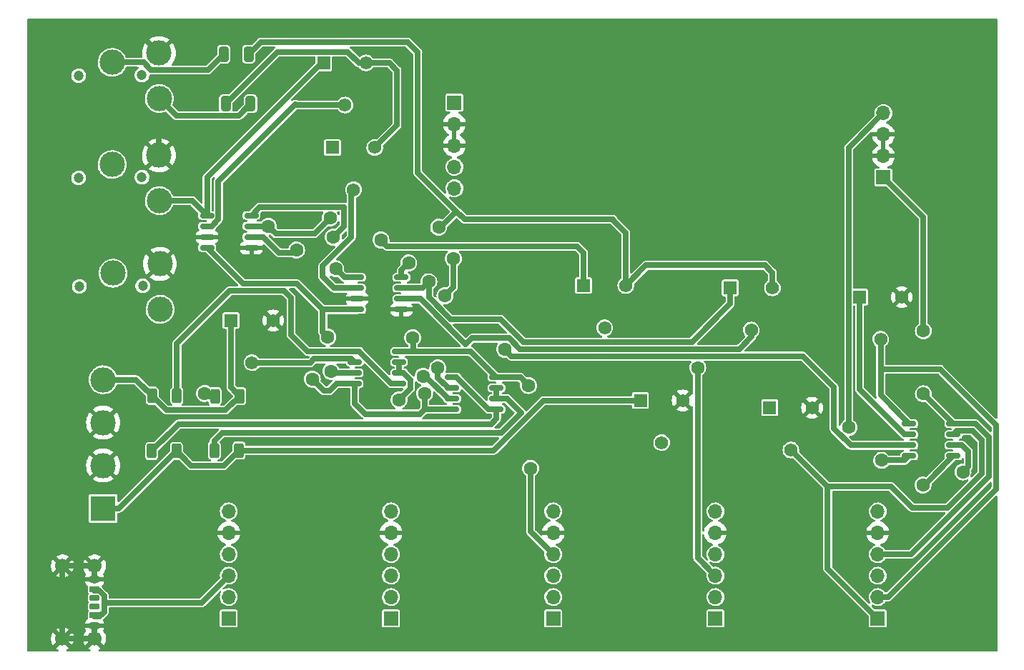
<source format=gbr>
%TF.GenerationSoftware,KiCad,Pcbnew,(6.0.5)*%
%TF.CreationDate,2022-05-18T10:38:39-07:00*%
%TF.ProjectId,power,706f7765-722e-46b6-9963-61645f706362,rev?*%
%TF.SameCoordinates,Original*%
%TF.FileFunction,Copper,L1,Top*%
%TF.FilePolarity,Positive*%
%FSLAX46Y46*%
G04 Gerber Fmt 4.6, Leading zero omitted, Abs format (unit mm)*
G04 Created by KiCad (PCBNEW (6.0.5)) date 2022-05-18 10:38:39*
%MOMM*%
%LPD*%
G01*
G04 APERTURE LIST*
G04 Aperture macros list*
%AMRoundRect*
0 Rectangle with rounded corners*
0 $1 Rounding radius*
0 $2 $3 $4 $5 $6 $7 $8 $9 X,Y pos of 4 corners*
0 Add a 4 corners polygon primitive as box body*
4,1,4,$2,$3,$4,$5,$6,$7,$8,$9,$2,$3,0*
0 Add four circle primitives for the rounded corners*
1,1,$1+$1,$2,$3*
1,1,$1+$1,$4,$5*
1,1,$1+$1,$6,$7*
1,1,$1+$1,$8,$9*
0 Add four rect primitives between the rounded corners*
20,1,$1+$1,$2,$3,$4,$5,0*
20,1,$1+$1,$4,$5,$6,$7,0*
20,1,$1+$1,$6,$7,$8,$9,0*
20,1,$1+$1,$8,$9,$2,$3,0*%
G04 Aperture macros list end*
%TA.AperFunction,SMDPad,CuDef*%
%ADD10RoundRect,0.175000X-0.425000X-0.175000X0.425000X-0.175000X0.425000X0.175000X-0.425000X0.175000X0*%
%TD*%
%TA.AperFunction,SMDPad,CuDef*%
%ADD11RoundRect,0.190000X-0.410000X-0.190000X0.410000X-0.190000X0.410000X0.190000X-0.410000X0.190000X0*%
%TD*%
%TA.AperFunction,SMDPad,CuDef*%
%ADD12RoundRect,0.200000X-0.400000X-0.200000X0.400000X-0.200000X0.400000X0.200000X-0.400000X0.200000X0*%
%TD*%
%TA.AperFunction,ComponentPad*%
%ADD13C,1.700000*%
%TD*%
%TA.AperFunction,ComponentPad*%
%ADD14R,1.700000X1.700000*%
%TD*%
%TA.AperFunction,ComponentPad*%
%ADD15O,1.700000X1.700000*%
%TD*%
%TA.AperFunction,ComponentPad*%
%ADD16R,1.560000X1.560000*%
%TD*%
%TA.AperFunction,ComponentPad*%
%ADD17C,1.560000*%
%TD*%
%TA.AperFunction,ComponentPad*%
%ADD18C,1.200000*%
%TD*%
%TA.AperFunction,ComponentPad*%
%ADD19C,3.000000*%
%TD*%
%TA.AperFunction,SMDPad,CuDef*%
%ADD20RoundRect,0.250000X-0.325000X-0.650000X0.325000X-0.650000X0.325000X0.650000X-0.325000X0.650000X0*%
%TD*%
%TA.AperFunction,SMDPad,CuDef*%
%ADD21RoundRect,0.150000X-0.675000X-0.150000X0.675000X-0.150000X0.675000X0.150000X-0.675000X0.150000X0*%
%TD*%
%TA.AperFunction,ComponentPad*%
%ADD22R,3.000000X3.000000*%
%TD*%
%TA.AperFunction,SMDPad,CuDef*%
%ADD23RoundRect,0.250000X0.325000X0.650000X-0.325000X0.650000X-0.325000X-0.650000X0.325000X-0.650000X0*%
%TD*%
%TA.AperFunction,SMDPad,CuDef*%
%ADD24RoundRect,0.250000X0.312500X0.625000X-0.312500X0.625000X-0.312500X-0.625000X0.312500X-0.625000X0*%
%TD*%
%TA.AperFunction,SMDPad,CuDef*%
%ADD25RoundRect,0.250000X-0.312500X-0.625000X0.312500X-0.625000X0.312500X0.625000X-0.312500X0.625000X0*%
%TD*%
%TA.AperFunction,ViaPad*%
%ADD26C,1.600000*%
%TD*%
%TA.AperFunction,Conductor*%
%ADD27C,0.635000*%
%TD*%
G04 APERTURE END LIST*
D10*
%TO.P,J3,A5,CC1*%
%TO.N,unconnected-(J3-PadA5)*%
X96939379Y-118205010D03*
D11*
%TO.P,J3,A9,VBUS*%
%TO.N,+5V*%
X96939379Y-120225010D03*
D12*
%TO.P,J3,A12,GND*%
%TO.N,GND*%
X96939379Y-121455010D03*
D10*
%TO.P,J3,B5,CC2*%
%TO.N,unconnected-(J3-PadB5)*%
X96939379Y-119205010D03*
D11*
%TO.P,J3,B9,VBUS*%
%TO.N,+5V*%
X96939379Y-117185010D03*
D12*
%TO.P,J3,B12,GND*%
%TO.N,GND*%
X96939379Y-115955010D03*
D13*
%TO.P,J3,S1,SHIELD*%
X96939379Y-114385010D03*
X93139379Y-114385010D03*
X96939379Y-123025010D03*
X93139379Y-123025010D03*
%TD*%
D14*
%TO.P,J11,1,Pin_1*%
%TO.N,audio_right*%
X170445625Y-120610000D03*
D15*
%TO.P,J11,2,Pin_2*%
%TO.N,audio_lefT*%
X170445625Y-118070000D03*
%TO.P,J11,3,Pin_3*%
%TO.N,+5V*%
X170445625Y-115530000D03*
%TO.P,J11,4,Pin_4*%
%TO.N,+15V*%
X170445625Y-112990000D03*
%TO.P,J11,5,Pin_5*%
%TO.N,GND*%
X170445625Y-110450000D03*
%TO.P,J11,6,Pin_6*%
%TO.N,-15V*%
X170445625Y-107910000D03*
%TD*%
D16*
%TO.P,RV6,1,1*%
%TO.N,speaker_right*%
X113080000Y-85290000D03*
D17*
%TO.P,RV6,2,2*%
%TO.N,Net-(RV6-Pad2)*%
X115580000Y-90290000D03*
%TO.P,RV6,3,3*%
%TO.N,GND*%
X118080000Y-85290000D03*
%TD*%
D18*
%TO.P,J2,4*%
%TO.N,N/C*%
X102542500Y-56187500D03*
%TO.P,J2,5*%
X95042500Y-56267500D03*
D19*
%TO.P,J2,R*%
%TO.N,Net-(C2-Pad1)*%
X99022500Y-54687500D03*
%TO.P,J2,S*%
%TO.N,GND*%
X104562500Y-53587500D03*
%TO.P,J2,T*%
%TO.N,Net-(C1-Pad1)*%
X104592500Y-58977500D03*
%TD*%
D20*
%TO.P,C2,1*%
%TO.N,Net-(C2-Pad1)*%
X112230000Y-53720000D03*
%TO.P,C2,2*%
%TO.N,audio_in_R*%
X115180000Y-53720000D03*
%TD*%
D16*
%TO.P,RV5,1,1*%
%TO.N,speaker_left*%
X161570000Y-94770000D03*
D17*
%TO.P,RV5,2,2*%
%TO.N,Net-(RV5-Pad2)*%
X164070000Y-99770000D03*
%TO.P,RV5,3,3*%
%TO.N,GND*%
X166570000Y-94770000D03*
%TD*%
D14*
%TO.P,J12,1,Pin_1*%
%TO.N,audio_right*%
X112819375Y-120610000D03*
D15*
%TO.P,J12,2,Pin_2*%
%TO.N,audio_lefT*%
X112819375Y-118070000D03*
%TO.P,J12,3,Pin_3*%
%TO.N,+5V*%
X112819375Y-115530000D03*
%TO.P,J12,4,Pin_4*%
%TO.N,+15V*%
X112819375Y-112990000D03*
%TO.P,J12,5,Pin_5*%
%TO.N,GND*%
X112819375Y-110450000D03*
%TO.P,J12,6,Pin_6*%
%TO.N,-15V*%
X112819375Y-107910000D03*
%TD*%
D21*
%TO.P,U4,1*%
%TO.N,Net-(R2-Pad1)*%
X127745000Y-88965000D03*
%TO.P,U4,2,-*%
%TO.N,Net-(RV6-Pad2)*%
X127745000Y-90235000D03*
%TO.P,U4,3,+*%
%TO.N,audio_in_R*%
X127745000Y-91505000D03*
%TO.P,U4,4,V-*%
%TO.N,-15V*%
X127745000Y-92775000D03*
%TO.P,U4,5,+*%
%TO.N,Net-(R2-Pad1)*%
X132995000Y-92775000D03*
%TO.P,U4,6,-*%
%TO.N,Net-(R4-Pad2)*%
X132995000Y-91505000D03*
%TO.P,U4,7*%
X132995000Y-90235000D03*
%TO.P,U4,8,V+*%
%TO.N,+15V*%
X132995000Y-88965000D03*
%TD*%
D16*
%TO.P,RV3,1,1*%
%TO.N,Net-(J5-PadT)*%
X125100000Y-64780000D03*
D17*
%TO.P,RV3,2,2*%
%TO.N,Net-(RV3-Pad2)*%
X127600000Y-69780000D03*
%TO.P,RV3,3,3*%
%TO.N,audio_in_L*%
X130100000Y-64780000D03*
%TD*%
D14*
%TO.P,J13,1,Pin_1*%
%TO.N,audio_right*%
X132028125Y-120610000D03*
D15*
%TO.P,J13,2,Pin_2*%
%TO.N,audio_lefT*%
X132028125Y-118070000D03*
%TO.P,J13,3,Pin_3*%
%TO.N,+5V*%
X132028125Y-115530000D03*
%TO.P,J13,4,Pin_4*%
%TO.N,+15V*%
X132028125Y-112990000D03*
%TO.P,J13,5,Pin_5*%
%TO.N,GND*%
X132028125Y-110450000D03*
%TO.P,J13,6,Pin_6*%
%TO.N,-15V*%
X132028125Y-107910000D03*
%TD*%
D18*
%TO.P,J4,4*%
%TO.N,N/C*%
X102542500Y-68297500D03*
%TO.P,J4,5*%
X95042500Y-68377500D03*
D19*
%TO.P,J4,R*%
%TO.N,Net-(J4-PadR)*%
X99022500Y-66797500D03*
%TO.P,J4,S*%
%TO.N,GND*%
X104562500Y-65697500D03*
%TO.P,J4,T*%
%TO.N,Net-(J4-PadT)*%
X104592500Y-71087500D03*
%TD*%
D22*
%TO.P,J7,1,Pin_1*%
%TO.N,speaker_left*%
X97950000Y-107550000D03*
D19*
%TO.P,J7,2,Pin_2*%
%TO.N,GND*%
X97950000Y-102470000D03*
%TO.P,J7,3,Pin_3*%
X97950000Y-97390000D03*
%TO.P,J7,4,Pin_4*%
%TO.N,speaker_right*%
X97950000Y-92310000D03*
%TD*%
D14*
%TO.P,J1,1,Pin_1*%
%TO.N,audio_right*%
X189654375Y-120610000D03*
D15*
%TO.P,J1,2,Pin_2*%
%TO.N,audio_lefT*%
X189654375Y-118070000D03*
%TO.P,J1,3,Pin_3*%
%TO.N,+5V*%
X189654375Y-115530000D03*
%TO.P,J1,4,Pin_4*%
%TO.N,+15V*%
X189654375Y-112990000D03*
%TO.P,J1,5,Pin_5*%
%TO.N,GND*%
X189654375Y-110450000D03*
%TO.P,J1,6,Pin_6*%
%TO.N,-15V*%
X189654375Y-107910000D03*
%TD*%
D18*
%TO.P,J5,4*%
%TO.N,N/C*%
X102642500Y-81177500D03*
%TO.P,J5,5*%
X95142500Y-81257500D03*
D19*
%TO.P,J5,R*%
%TO.N,Net-(J5-PadR)*%
X99122500Y-79677500D03*
%TO.P,J5,S*%
%TO.N,GND*%
X104662500Y-78577500D03*
%TO.P,J5,T*%
%TO.N,Net-(J5-PadT)*%
X104692500Y-83967500D03*
%TD*%
D14*
%TO.P,J10,1,Pin_1*%
%TO.N,audio_right*%
X151236875Y-120610000D03*
D15*
%TO.P,J10,2,Pin_2*%
%TO.N,audio_lefT*%
X151236875Y-118070000D03*
%TO.P,J10,3,Pin_3*%
%TO.N,+5V*%
X151236875Y-115530000D03*
%TO.P,J10,4,Pin_4*%
%TO.N,+15V*%
X151236875Y-112990000D03*
%TO.P,J10,5,Pin_5*%
%TO.N,GND*%
X151236875Y-110450000D03*
%TO.P,J10,6,Pin_6*%
%TO.N,-15V*%
X151236875Y-107910000D03*
%TD*%
D23*
%TO.P,C1,1*%
%TO.N,Net-(C1-Pad1)*%
X115410000Y-59580000D03*
%TO.P,C1,2*%
%TO.N,audio_in_L*%
X112460000Y-59580000D03*
%TD*%
D16*
%TO.P,RV7,1,1*%
%TO.N,Net-(RV7-Pad1)*%
X187510000Y-82510000D03*
D17*
%TO.P,RV7,2,2*%
%TO.N,audio_lefT*%
X190010000Y-87510000D03*
%TO.P,RV7,3,3*%
%TO.N,GND*%
X192510000Y-82510000D03*
%TD*%
D16*
%TO.P,RV1,1,1*%
%TO.N,Net-(J4-PadT)*%
X124080000Y-54750000D03*
D17*
%TO.P,RV1,2,2*%
%TO.N,Net-(RV1-Pad2)*%
X126580000Y-59750000D03*
%TO.P,RV1,3,3*%
%TO.N,audio_in_L*%
X129080000Y-54750000D03*
%TD*%
D24*
%TO.P,R3,1*%
%TO.N,speaker_left*%
X114032500Y-100690000D03*
%TO.P,R3,2*%
%TO.N,Net-(R3-Pad2)*%
X111107500Y-100690000D03*
%TD*%
D21*
%TO.P,U2,1*%
%TO.N,Net-(J5-PadT)*%
X128025000Y-80185000D03*
%TO.P,U2,2,-*%
%TO.N,Net-(RV3-Pad2)*%
X128025000Y-81455000D03*
%TO.P,U2,3,+*%
%TO.N,GND*%
X128025000Y-82725000D03*
%TO.P,U2,4,V-*%
%TO.N,-15V*%
X128025000Y-83995000D03*
%TO.P,U2,5,+*%
%TO.N,GND*%
X133275000Y-83995000D03*
%TO.P,U2,6,-*%
%TO.N,Net-(RV4-Pad2)*%
X133275000Y-82725000D03*
%TO.P,U2,7*%
%TO.N,Net-(J5-PadR)*%
X133275000Y-81455000D03*
%TO.P,U2,8,V+*%
%TO.N,+15V*%
X133275000Y-80185000D03*
%TD*%
D24*
%TO.P,R4,1*%
%TO.N,speaker_right*%
X114112500Y-94250000D03*
%TO.P,R4,2*%
%TO.N,Net-(R4-Pad2)*%
X111187500Y-94250000D03*
%TD*%
D16*
%TO.P,RV2,1,1*%
%TO.N,Net-(J4-PadR)*%
X154830000Y-81150000D03*
D17*
%TO.P,RV2,2,2*%
%TO.N,Net-(RV2-Pad2)*%
X157330000Y-86150000D03*
%TO.P,RV2,3,3*%
%TO.N,audio_in_R*%
X159830000Y-81150000D03*
%TD*%
D21*
%TO.P,U1,1*%
%TO.N,Net-(J4-PadT)*%
X110255000Y-72835000D03*
%TO.P,U1,2,-*%
%TO.N,Net-(RV1-Pad2)*%
X110255000Y-74105000D03*
%TO.P,U1,3,+*%
%TO.N,GND*%
X110255000Y-75375000D03*
%TO.P,U1,4,V-*%
%TO.N,-15V*%
X110255000Y-76645000D03*
%TO.P,U1,5,+*%
%TO.N,GND*%
X115505000Y-76645000D03*
%TO.P,U1,6,-*%
%TO.N,Net-(RV2-Pad2)*%
X115505000Y-75375000D03*
%TO.P,U1,7*%
%TO.N,Net-(J4-PadR)*%
X115505000Y-74105000D03*
%TO.P,U1,8,V+*%
%TO.N,+15V*%
X115505000Y-72835000D03*
%TD*%
D14*
%TO.P,J9,1,Pin_1*%
%TO.N,+15V*%
X190339375Y-68325000D03*
D15*
%TO.P,J9,2,Pin_2*%
%TO.N,GND*%
X190339375Y-65785000D03*
%TO.P,J9,3,Pin_3*%
X190339375Y-63245000D03*
%TO.P,J9,4,Pin_4*%
%TO.N,-15V*%
X190339375Y-60705000D03*
%TD*%
D14*
%TO.P,J6,1,Pin_1*%
%TO.N,-5V*%
X139539375Y-59450000D03*
D15*
%TO.P,J6,2,Pin_2*%
%TO.N,GND*%
X139539375Y-61990000D03*
%TO.P,J6,3,Pin_3*%
X139539375Y-64530000D03*
%TO.P,J6,4,Pin_4*%
%TO.N,+5V*%
X139539375Y-67070000D03*
%TO.P,J6,5,Pin_5*%
X139539375Y-69610000D03*
%TD*%
D21*
%TO.P,U5,1*%
%TO.N,audio_lefT*%
X193385000Y-97535000D03*
%TO.P,U5,2,-*%
%TO.N,Net-(RV7-Pad1)*%
X193385000Y-98805000D03*
%TO.P,U5,3,+*%
%TO.N,audio_in_L*%
X193385000Y-100075000D03*
%TO.P,U5,4,V-*%
%TO.N,-15V*%
X193385000Y-101345000D03*
%TO.P,U5,5,+*%
%TO.N,audio_in_R*%
X198635000Y-101345000D03*
%TO.P,U5,6,-*%
%TO.N,Net-(RV8-Pad1)*%
X198635000Y-100075000D03*
%TO.P,U5,7*%
%TO.N,audio_right*%
X198635000Y-98805000D03*
%TO.P,U5,8,V+*%
%TO.N,+15V*%
X198635000Y-97535000D03*
%TD*%
D24*
%TO.P,R2,1*%
%TO.N,Net-(R2-Pad1)*%
X106682500Y-94210000D03*
%TO.P,R2,2*%
%TO.N,speaker_right*%
X103757500Y-94210000D03*
%TD*%
D16*
%TO.P,RV8,1,1*%
%TO.N,Net-(RV8-Pad1)*%
X176880000Y-95630000D03*
D17*
%TO.P,RV8,2,2*%
%TO.N,audio_right*%
X179380000Y-100630000D03*
%TO.P,RV8,3,3*%
%TO.N,GND*%
X181880000Y-95630000D03*
%TD*%
D16*
%TO.P,RV4,1,1*%
%TO.N,Net-(J5-PadR)*%
X172190000Y-81420000D03*
D17*
%TO.P,RV4,2,2*%
%TO.N,Net-(RV4-Pad2)*%
X174690000Y-86420000D03*
%TO.P,RV4,3,3*%
%TO.N,audio_in_R*%
X177190000Y-81420000D03*
%TD*%
D21*
%TO.P,U3,1*%
%TO.N,Net-(R1-Pad1)*%
X139285000Y-92015000D03*
%TO.P,U3,2,-*%
%TO.N,Net-(RV5-Pad2)*%
X139285000Y-93285000D03*
%TO.P,U3,3,+*%
%TO.N,audio_in_L*%
X139285000Y-94555000D03*
%TO.P,U3,4,V-*%
%TO.N,-15V*%
X139285000Y-95825000D03*
%TO.P,U3,5,+*%
%TO.N,Net-(R1-Pad1)*%
X144535000Y-95825000D03*
%TO.P,U3,6,-*%
%TO.N,Net-(R3-Pad2)*%
X144535000Y-94555000D03*
%TO.P,U3,7*%
X144535000Y-93285000D03*
%TO.P,U3,8,V+*%
%TO.N,+15V*%
X144535000Y-92015000D03*
%TD*%
D25*
%TO.P,R1,1*%
%TO.N,Net-(R1-Pad1)*%
X103687500Y-100760000D03*
%TO.P,R1,2*%
%TO.N,speaker_left*%
X106612500Y-100760000D03*
%TD*%
D26*
%TO.N,audio_in_L*%
X145490000Y-88700000D03*
X135840000Y-91880000D03*
%TO.N,audio_in_R*%
X138430000Y-82340000D03*
X139410000Y-77950000D03*
X195020000Y-104800000D03*
X137680000Y-74230000D03*
X124910000Y-91310000D03*
%TO.N,+5V*%
X168340000Y-90900000D03*
%TO.N,+15V*%
X125190000Y-75410000D03*
X148550000Y-102800000D03*
X195070000Y-86510000D03*
X195070000Y-93970000D03*
X134130000Y-78470000D03*
X148310000Y-92990000D03*
X134580000Y-87330000D03*
%TO.N,-15V*%
X136005000Y-93965000D03*
X186230000Y-97967061D03*
X124549992Y-87249991D03*
X122710000Y-92240000D03*
X190123150Y-101860211D03*
%TO.N,Net-(J4-PadR)*%
X130840000Y-75740000D03*
X124820000Y-73150000D03*
X117495000Y-74105000D03*
%TO.N,Net-(J5-PadR)*%
X136510000Y-80690000D03*
%TO.N,Net-(J5-PadT)*%
X125490000Y-79160000D03*
%TO.N,Net-(R4-Pad2)*%
X132970000Y-94710000D03*
X109950000Y-93930000D03*
%TO.N,Net-(RV2-Pad2)*%
X120845000Y-76945000D03*
%TO.N,Net-(RV5-Pad2)*%
X137570000Y-90910000D03*
%TO.N,Net-(RV8-Pad1)*%
X199750000Y-103230000D03*
%TD*%
D27*
%TO.N,Net-(C1-Pad1)*%
X113989780Y-61000220D02*
X115410000Y-59580000D01*
X106615220Y-61000220D02*
X113989780Y-61000220D01*
X104592500Y-58977500D02*
X106615220Y-61000220D01*
%TO.N,audio_in_L*%
X146300000Y-89510000D02*
X145490000Y-88700000D01*
X131850000Y-54750000D02*
X128214714Y-54750000D01*
X126914503Y-53449789D02*
X118590211Y-53449789D01*
X136107166Y-91880000D02*
X135840000Y-91880000D01*
X132740000Y-62140000D02*
X132740000Y-55640000D01*
X130100000Y-64780000D02*
X132740000Y-62140000D01*
X118590211Y-53449789D02*
X112460000Y-59580000D01*
X138782166Y-94555000D02*
X136107166Y-91880000D01*
X184490000Y-98094122D02*
X184490000Y-93190000D01*
X180810000Y-89510000D02*
X146300000Y-89510000D01*
X139285000Y-94555000D02*
X138782166Y-94555000D01*
X184490000Y-93190000D02*
X180810000Y-89510000D01*
X132740000Y-55640000D02*
X131850000Y-54750000D01*
X193385000Y-100075000D02*
X186470878Y-100075000D01*
X128214714Y-54750000D02*
X126914503Y-53449789D01*
X186470878Y-100075000D02*
X184490000Y-98094122D01*
%TO.N,Net-(C2-Pad1)*%
X103641413Y-55607711D02*
X110342289Y-55607711D01*
X99022500Y-54687500D02*
X102721202Y-54687500D01*
X110342289Y-55607711D02*
X112230000Y-53720000D01*
X102721202Y-54687500D02*
X103641413Y-55607711D01*
%TO.N,audio_in_R*%
X125400000Y-91490000D02*
X125090000Y-91490000D01*
X125090000Y-91490000D02*
X124910000Y-91310000D01*
X140730000Y-73290000D02*
X158300000Y-73290000D01*
X195180000Y-104800000D02*
X195020000Y-104800000D01*
X159830000Y-74890000D02*
X159830000Y-81150000D01*
X133960000Y-52270000D02*
X116630000Y-52270000D01*
X177190000Y-79610000D02*
X176330000Y-78750000D01*
X125415000Y-91505000D02*
X125400000Y-91490000D01*
X116630000Y-52270000D02*
X115180000Y-53720000D01*
X139410000Y-81360000D02*
X138430000Y-82340000D01*
X176330000Y-78750000D02*
X162230000Y-78750000D01*
X127745000Y-91505000D02*
X125415000Y-91505000D01*
X137890000Y-74230000D02*
X137680000Y-74230000D01*
X139780000Y-72340000D02*
X135210000Y-67770000D01*
X135210000Y-53520000D02*
X133960000Y-52270000D01*
X158300000Y-73290000D02*
X158300000Y-73360000D01*
X162230000Y-78750000D02*
X159830000Y-81150000D01*
X198635000Y-101345000D02*
X195180000Y-104800000D01*
X139410000Y-77950000D02*
X139410000Y-81360000D01*
X135210000Y-67770000D02*
X135210000Y-53520000D01*
X158300000Y-73360000D02*
X159830000Y-74890000D01*
X139780000Y-72340000D02*
X140730000Y-73290000D01*
X177190000Y-81420000D02*
X177190000Y-79610000D01*
X139780000Y-72340000D02*
X137890000Y-74230000D01*
%TO.N,audio_right*%
X201974560Y-99469274D02*
X201974560Y-103450726D01*
X198650000Y-98790000D02*
X198650000Y-98770000D01*
X183730000Y-114685625D02*
X189654375Y-120610000D01*
X198650000Y-98770000D02*
X199047280Y-98372720D01*
X191250000Y-104980000D02*
X183730000Y-104980000D01*
X201974560Y-103450726D02*
X197957643Y-107467643D01*
X197957643Y-107467643D02*
X193737643Y-107467643D01*
X193737643Y-107467643D02*
X191250000Y-104980000D01*
X200878006Y-98372720D02*
X201974560Y-99469274D01*
X183730000Y-104980000D02*
X183730000Y-114685625D01*
X198635000Y-98805000D02*
X198650000Y-98790000D01*
X199047280Y-98372720D02*
X200878006Y-98372720D01*
X183730000Y-104980000D02*
X179380000Y-100630000D01*
%TO.N,audio_lefT*%
X197070000Y-91070000D02*
X190180000Y-91070000D01*
X190010000Y-94160000D02*
X193385000Y-97535000D01*
X203650000Y-105276456D02*
X203650000Y-97650000D01*
X189654375Y-118070000D02*
X190856456Y-118070000D01*
X190010000Y-90900000D02*
X190010000Y-87510000D01*
X190180000Y-91070000D02*
X190010000Y-90900000D01*
X190010000Y-90900000D02*
X190010000Y-94160000D01*
X190856456Y-118070000D02*
X203650000Y-105276456D01*
X203650000Y-97650000D02*
X197070000Y-91070000D01*
%TO.N,+5V*%
X97545000Y-120365000D02*
X96939375Y-120365000D01*
X98059595Y-117882031D02*
X98059595Y-118739595D01*
X98059595Y-118739595D02*
X109609780Y-118739595D01*
X168340000Y-90900000D02*
X168340000Y-113424375D01*
X109609780Y-118739595D02*
X112819375Y-115530000D01*
X98059595Y-118739595D02*
X98059595Y-119850405D01*
X96939375Y-117325000D02*
X97502564Y-117325000D01*
X168340000Y-113424375D02*
X170445625Y-115530000D01*
X97502564Y-117325000D02*
X98059595Y-117882031D01*
X98059595Y-119850405D02*
X97545000Y-120365000D01*
%TO.N,+15V*%
X195070000Y-93970000D02*
X198635000Y-97535000D01*
X134645000Y-88965000D02*
X134645000Y-87395000D01*
X201225000Y-97535000D02*
X202812280Y-99122280D01*
X195070000Y-86510000D02*
X195070000Y-73055625D01*
X116510211Y-71829789D02*
X126479789Y-71829789D01*
X134645000Y-87395000D02*
X134580000Y-87330000D01*
X126500000Y-74100000D02*
X125190000Y-75410000D01*
X133275000Y-79325000D02*
X134130000Y-78470000D01*
X126500000Y-71850000D02*
X126500000Y-74100000D01*
X148550000Y-110303125D02*
X151236875Y-112990000D01*
X115505000Y-72835000D02*
X116510211Y-71829789D01*
X198635000Y-97535000D02*
X201225000Y-97535000D01*
X141485000Y-88965000D02*
X134645000Y-88965000D01*
X147335000Y-92015000D02*
X148310000Y-92990000D01*
X126479789Y-71829789D02*
X126500000Y-71850000D01*
X144535000Y-92015000D02*
X141485000Y-88965000D01*
X133275000Y-80185000D02*
X133275000Y-79325000D01*
X144535000Y-92015000D02*
X147335000Y-92015000D01*
X134645000Y-88965000D02*
X132995000Y-88965000D01*
X193620000Y-112990000D02*
X189654375Y-112990000D01*
X195070000Y-73055625D02*
X190339375Y-68325000D01*
X148550000Y-102800000D02*
X148550000Y-110303125D01*
X202812280Y-103797720D02*
X193620000Y-112990000D01*
X202812280Y-99122280D02*
X202812280Y-103797720D01*
%TO.N,GND*%
X90090000Y-62840000D02*
X90090000Y-71810000D01*
X91190000Y-50820000D02*
X90040000Y-51970000D01*
X93139375Y-123025000D02*
X96939375Y-123025000D01*
X91510000Y-61420000D02*
X90090000Y-62840000D01*
X96939375Y-114385000D02*
X96939375Y-116095000D01*
X96939375Y-123025000D02*
X96939375Y-121595000D01*
X102085000Y-76000000D02*
X104662500Y-78577500D01*
X93139375Y-114385000D02*
X96939375Y-114385000D01*
X94280000Y-76000000D02*
X102085000Y-76000000D01*
X90040000Y-51970000D02*
X90040000Y-59950000D01*
X90040000Y-59950000D02*
X91510000Y-61420000D01*
X104562500Y-53587500D02*
X101795000Y-50820000D01*
X93139375Y-114385000D02*
X93139375Y-123025000D01*
X90089990Y-74369990D02*
X91720000Y-76000000D01*
X102450000Y-61420000D02*
X104562500Y-63532500D01*
X91510000Y-61420000D02*
X102450000Y-61420000D01*
X101795000Y-50820000D02*
X91190000Y-50820000D01*
X91720000Y-76000000D02*
X94279999Y-76000000D01*
X104562500Y-63532500D02*
X104562500Y-65697500D01*
X90089990Y-71809991D02*
X90089990Y-74369990D01*
%TO.N,-15V*%
X135460000Y-96370000D02*
X128990000Y-96370000D01*
X125575000Y-92775000D02*
X127745000Y-92775000D01*
X122710000Y-92240000D02*
X124085003Y-93615004D01*
X190123150Y-101860211D02*
X192869789Y-101860211D01*
X124734996Y-93615004D02*
X125575000Y-92775000D01*
X192869789Y-101860211D02*
X193385000Y-101345000D01*
X124085003Y-93615004D02*
X124734996Y-93615004D01*
X120896995Y-80932281D02*
X123959714Y-83995000D01*
X139285000Y-95825000D02*
X136005000Y-95825000D01*
X123959714Y-83995000D02*
X123959714Y-86659714D01*
X114542280Y-80932280D02*
X120896995Y-80932281D01*
X128990000Y-96370000D02*
X127745000Y-95125000D01*
X186209789Y-64834586D02*
X190339375Y-60705000D01*
X136005000Y-95825000D02*
X136005000Y-93965000D01*
X110255000Y-76645000D02*
X114542280Y-80932280D01*
X123959714Y-83995000D02*
X128025000Y-83995000D01*
X186230000Y-97967061D02*
X186209789Y-97946850D01*
X127745000Y-95125000D02*
X127745000Y-92775000D01*
X186209789Y-97946850D02*
X186209789Y-64834586D01*
X123959714Y-86659714D02*
X124550000Y-87250000D01*
X136005000Y-95825000D02*
X135460000Y-96370000D01*
%TO.N,Net-(J4-PadR)*%
X115505000Y-74105000D02*
X117495000Y-74105000D01*
X118380000Y-74990000D02*
X122980000Y-74990000D01*
X154050000Y-76480000D02*
X154830000Y-77260000D01*
X131580000Y-76480000D02*
X130840000Y-75740000D01*
X122980000Y-74990000D02*
X124820000Y-73150000D01*
X115002166Y-74105000D02*
X115505000Y-74105000D01*
X154050000Y-76480000D02*
X131580000Y-76480000D01*
X117495000Y-74105000D02*
X118380000Y-74990000D01*
X116007834Y-74105000D02*
X115505000Y-74105000D01*
X154830000Y-77260000D02*
X154830000Y-81150000D01*
%TO.N,Net-(J4-PadT)*%
X104592500Y-71087500D02*
X108507500Y-71087500D01*
X108507500Y-71087500D02*
X110255000Y-72835000D01*
X123890000Y-54660000D02*
X110255000Y-68295000D01*
X110255000Y-68295000D02*
X110255000Y-72835000D01*
%TO.N,Net-(J5-PadR)*%
X136509989Y-82555275D02*
X136509989Y-80690009D01*
X140970000Y-85150000D02*
X144991775Y-85150000D01*
X135745000Y-81455000D02*
X136510000Y-80690000D01*
X167655440Y-87834560D02*
X172190000Y-83300000D01*
X147676335Y-87834560D02*
X167655440Y-87834560D01*
X172190000Y-83300000D02*
X172190000Y-81420000D01*
X139104709Y-85149995D02*
X136509989Y-82555275D01*
X144991775Y-85150000D02*
X147676335Y-87834560D01*
X140970000Y-85149995D02*
X139104709Y-85149995D01*
X133275000Y-81455000D02*
X135745000Y-81455000D01*
%TO.N,Net-(J5-PadT)*%
X126515000Y-80185000D02*
X125490000Y-79160000D01*
X128025000Y-80185000D02*
X126515000Y-80185000D01*
%TO.N,speaker_left*%
X106612500Y-100760000D02*
X108357720Y-102505220D01*
X150100000Y-94770000D02*
X144180000Y-100690000D01*
X97950000Y-107550000D02*
X99822500Y-107550000D01*
X99822500Y-107550000D02*
X106612500Y-100760000D01*
X108357720Y-102505220D02*
X112217280Y-102505220D01*
X161570000Y-94770000D02*
X150100000Y-94770000D01*
X112217280Y-102505220D02*
X114032500Y-100690000D01*
X144180000Y-100690000D02*
X114032500Y-100690000D01*
%TO.N,speaker_right*%
X114112500Y-94250000D02*
X112437280Y-95925220D01*
X113080000Y-93217500D02*
X114112500Y-94250000D01*
X113080000Y-85290000D02*
X113080000Y-93217500D01*
X101857500Y-92310000D02*
X103757500Y-94210000D01*
X105472720Y-95925220D02*
X103757500Y-94210000D01*
X97950000Y-92310000D02*
X101857500Y-92310000D01*
X112437280Y-95925220D02*
X105472720Y-95925220D01*
%TO.N,Net-(R1-Pad1)*%
X139285000Y-92015000D02*
X139787834Y-92015000D01*
X143880000Y-97550000D02*
X144535000Y-96895000D01*
X103687500Y-100760000D02*
X106897500Y-97550000D01*
X139787834Y-92015000D02*
X143597834Y-95825000D01*
X144535000Y-96895000D02*
X144535000Y-95825000D01*
X106897500Y-97550000D02*
X143880000Y-97550000D01*
X143597834Y-95825000D02*
X144535000Y-95825000D01*
%TO.N,Net-(R2-Pad1)*%
X127745000Y-88965000D02*
X128247834Y-88965000D01*
X128247834Y-88965000D02*
X132057834Y-92775000D01*
X122145000Y-88965000D02*
X127745000Y-88965000D01*
X119360000Y-81770000D02*
X120220000Y-82630000D01*
X106682500Y-88017500D02*
X112930000Y-81770000D01*
X120220000Y-82630000D02*
X120220000Y-87040000D01*
X120220000Y-87040000D02*
X122145000Y-88965000D01*
X112930000Y-81770000D02*
X119360000Y-81770000D01*
X106682500Y-94210000D02*
X106682500Y-88017500D01*
X132057834Y-92775000D02*
X132995000Y-92775000D01*
%TO.N,Net-(R3-Pad2)*%
X145795000Y-94555000D02*
X144535000Y-94555000D01*
X143700000Y-98570000D02*
X143720000Y-98590000D01*
X145070000Y-98590000D02*
X147450000Y-96210000D01*
X144535000Y-93285000D02*
X144535000Y-94555000D01*
X143720000Y-98590000D02*
X145070000Y-98590000D01*
X112080000Y-98570000D02*
X143700000Y-98570000D01*
X147450000Y-96210000D02*
X145795000Y-94555000D01*
X111107500Y-100690000D02*
X111107500Y-99542500D01*
X111107500Y-99542500D02*
X112080000Y-98570000D01*
%TO.N,Net-(R4-Pad2)*%
X132995000Y-90235000D02*
X132995000Y-91505000D01*
X110270000Y-94250000D02*
X109950000Y-93930000D01*
X134340220Y-93339780D02*
X132970000Y-94710000D01*
X111187500Y-94250000D02*
X110270000Y-94250000D01*
X134340220Y-92347386D02*
X134340220Y-93339780D01*
X132995000Y-91505000D02*
X133497834Y-91505000D01*
X133497834Y-91505000D02*
X134340220Y-92347386D01*
%TO.N,Net-(RV1-Pad2)*%
X110757834Y-74105000D02*
X110255000Y-74105000D01*
X111600220Y-68769780D02*
X111600220Y-73262614D01*
X120800000Y-59750000D02*
X126580000Y-59750000D01*
X120710000Y-59660000D02*
X111600220Y-68769780D01*
X111600220Y-73262614D02*
X110757834Y-74105000D01*
X120710000Y-59660000D02*
X120800000Y-59750000D01*
%TO.N,Net-(RV2-Pad2)*%
X118782939Y-77260000D02*
X120530000Y-77260000D01*
X120530000Y-77260000D02*
X120845000Y-76945000D01*
X115505000Y-75375000D02*
X116897939Y-75375000D01*
X116897939Y-75375000D02*
X118782939Y-77260000D01*
%TO.N,Net-(RV3-Pad2)*%
X127337720Y-70042280D02*
X127600000Y-69780000D01*
X125310440Y-81455000D02*
X123950000Y-80094560D01*
X123950000Y-80094560D02*
X123950000Y-78832939D01*
X128025000Y-81455000D02*
X125310440Y-81455000D01*
X123950000Y-78832939D02*
X127337720Y-75445219D01*
X127337720Y-75445219D02*
X127337720Y-70042280D01*
%TO.N,Net-(RV4-Pad2)*%
X133275000Y-82725000D02*
X135495000Y-82725000D01*
X146036850Y-87379789D02*
X147329341Y-88672280D01*
X147329341Y-88672280D02*
X173267720Y-88672280D01*
X135495000Y-82725000D02*
X140897280Y-88127280D01*
X141644771Y-87379789D02*
X146036850Y-87379789D01*
X173267720Y-88672280D02*
X174750000Y-87190000D01*
X140897280Y-88127280D02*
X141644771Y-87379789D01*
%TO.N,Net-(RV5-Pad2)*%
X137570000Y-92072834D02*
X137570000Y-90910000D01*
X138782166Y-93285000D02*
X137570000Y-92072834D01*
X139285000Y-93285000D02*
X138782166Y-93285000D01*
%TO.N,Net-(RV6-Pad2)*%
X122930000Y-89840000D02*
X127350000Y-89840000D01*
X127350000Y-89840000D02*
X127745000Y-90235000D01*
X122480000Y-90290000D02*
X122930000Y-89840000D01*
X115580000Y-90290000D02*
X122480000Y-90290000D01*
%TO.N,Net-(RV7-Pad1)*%
X187510000Y-93432834D02*
X192882166Y-98805000D01*
X192882166Y-98805000D02*
X193385000Y-98805000D01*
X187510000Y-93432834D02*
X187510000Y-82510000D01*
%TO.N,Net-(RV8-Pad1)*%
X200390000Y-100840000D02*
X200390000Y-102590000D01*
X199625000Y-100075000D02*
X200390000Y-100840000D01*
X200390000Y-102590000D02*
X199750000Y-103230000D01*
X198635000Y-100075000D02*
X199625000Y-100075000D01*
%TD*%
%TA.AperFunction,Conductor*%
%TO.N,GND*%
G36*
X203768421Y-49513702D02*
G01*
X203814914Y-49567358D01*
X203826300Y-49619700D01*
X203826300Y-96785022D01*
X203806298Y-96853143D01*
X203752642Y-96899636D01*
X203682368Y-96909740D01*
X203617788Y-96880246D01*
X203611205Y-96874117D01*
X197448685Y-90711597D01*
X197445032Y-90707788D01*
X197416660Y-90676934D01*
X197405349Y-90664633D01*
X197390690Y-90655544D01*
X197370603Y-90643089D01*
X197360821Y-90636366D01*
X197335111Y-90616851D01*
X197335110Y-90616850D01*
X197328264Y-90611654D01*
X197315582Y-90606633D01*
X197295572Y-90596569D01*
X197283984Y-90589384D01*
X197275740Y-90586989D01*
X197275738Y-90586988D01*
X197244732Y-90577980D01*
X197233504Y-90574135D01*
X197203483Y-90562249D01*
X197203477Y-90562248D01*
X197195492Y-90559086D01*
X197186949Y-90558188D01*
X197181925Y-90557660D01*
X197159950Y-90553349D01*
X197146854Y-90549544D01*
X197139761Y-90549023D01*
X197139030Y-90548969D01*
X197139019Y-90548969D01*
X197136723Y-90548800D01*
X197104228Y-90548800D01*
X197091058Y-90548110D01*
X197089626Y-90547959D01*
X197053475Y-90544160D01*
X197036469Y-90547036D01*
X197015459Y-90548800D01*
X190657200Y-90548800D01*
X190589079Y-90528798D01*
X190542586Y-90475142D01*
X190531200Y-90422800D01*
X190531200Y-88412635D01*
X190551202Y-88344514D01*
X190579627Y-88313345D01*
X190585756Y-88308557D01*
X190691661Y-88225815D01*
X190773436Y-88131078D01*
X190813686Y-88084448D01*
X190813687Y-88084446D01*
X190817715Y-88079780D01*
X190913003Y-87912043D01*
X190973896Y-87728992D01*
X190985288Y-87638815D01*
X190997633Y-87541102D01*
X190997634Y-87541092D01*
X190998075Y-87537599D01*
X190998460Y-87510000D01*
X190979635Y-87318007D01*
X190923877Y-87133327D01*
X190916955Y-87120309D01*
X190836203Y-86968437D01*
X190836201Y-86968434D01*
X190833309Y-86962995D01*
X190762749Y-86876479D01*
X190715276Y-86818271D01*
X190715274Y-86818269D01*
X190711382Y-86813497D01*
X190646956Y-86760199D01*
X190567490Y-86694459D01*
X190567487Y-86694457D01*
X190562740Y-86690530D01*
X190393044Y-86598775D01*
X190300901Y-86570252D01*
X190214644Y-86543551D01*
X190214641Y-86543550D01*
X190208757Y-86541729D01*
X190202632Y-86541085D01*
X190202631Y-86541085D01*
X190023029Y-86522208D01*
X190023028Y-86522208D01*
X190016901Y-86521564D01*
X189898108Y-86532375D01*
X189830922Y-86538489D01*
X189830921Y-86538489D01*
X189824781Y-86539048D01*
X189818867Y-86540789D01*
X189818865Y-86540789D01*
X189692656Y-86577935D01*
X189639716Y-86593516D01*
X189634251Y-86596373D01*
X189474216Y-86680037D01*
X189474212Y-86680040D01*
X189468756Y-86682892D01*
X189318411Y-86803772D01*
X189314453Y-86808489D01*
X189314451Y-86808491D01*
X189255717Y-86878488D01*
X189194408Y-86951553D01*
X189191444Y-86956945D01*
X189191441Y-86956949D01*
X189128351Y-87071710D01*
X189101471Y-87120604D01*
X189099608Y-87126477D01*
X189046671Y-87293358D01*
X189043140Y-87304488D01*
X189042454Y-87310605D01*
X189042453Y-87310609D01*
X189027909Y-87440273D01*
X189021636Y-87496199D01*
X189022502Y-87506512D01*
X189035409Y-87660208D01*
X189037779Y-87688436D01*
X189039478Y-87694361D01*
X189085253Y-87853996D01*
X189090953Y-87873876D01*
X189093772Y-87879361D01*
X189171500Y-88030602D01*
X189179134Y-88045457D01*
X189187254Y-88055702D01*
X189295132Y-88191812D01*
X189295137Y-88191817D01*
X189298961Y-88196642D01*
X189303654Y-88200636D01*
X189303655Y-88200637D01*
X189444463Y-88320474D01*
X189483376Y-88379857D01*
X189488800Y-88416428D01*
X189488800Y-90885684D01*
X189488689Y-90890960D01*
X189486235Y-90949510D01*
X189488197Y-90957874D01*
X189488241Y-90958343D01*
X189488800Y-90970199D01*
X189488800Y-94145684D01*
X189488689Y-94150960D01*
X189486235Y-94209510D01*
X189495569Y-94249304D01*
X189497732Y-94260977D01*
X189499911Y-94276882D01*
X189503280Y-94301479D01*
X189506690Y-94309359D01*
X189508699Y-94314002D01*
X189515731Y-94335266D01*
X189518844Y-94348537D01*
X189524126Y-94358145D01*
X189527083Y-94363524D01*
X189542372Y-94432855D01*
X189517751Y-94499445D01*
X189461036Y-94542154D01*
X189390235Y-94547420D01*
X189327573Y-94513319D01*
X188068105Y-93253851D01*
X188034079Y-93191539D01*
X188031200Y-93164756D01*
X188031200Y-83619700D01*
X188042357Y-83581702D01*
X191802853Y-83581702D01*
X191812149Y-83593717D01*
X191859032Y-83626545D01*
X191868527Y-83632028D01*
X192062810Y-83722622D01*
X192073106Y-83726370D01*
X192280177Y-83781855D01*
X192290964Y-83783757D01*
X192504525Y-83802441D01*
X192515475Y-83802441D01*
X192729036Y-83783757D01*
X192739823Y-83781855D01*
X192946894Y-83726370D01*
X192957190Y-83722622D01*
X193151473Y-83632028D01*
X193160968Y-83626545D01*
X193208689Y-83593130D01*
X193217064Y-83582653D01*
X193209996Y-83569206D01*
X192522812Y-82882022D01*
X192508868Y-82874408D01*
X192507035Y-82874539D01*
X192500420Y-82878790D01*
X191809283Y-83569927D01*
X191802853Y-83581702D01*
X188042357Y-83581702D01*
X188051202Y-83551579D01*
X188104858Y-83505086D01*
X188157200Y-83493700D01*
X188310064Y-83493700D01*
X188369480Y-83481881D01*
X188436860Y-83436860D01*
X188481881Y-83369480D01*
X188493700Y-83310064D01*
X188493700Y-82515475D01*
X191217559Y-82515475D01*
X191236243Y-82729036D01*
X191238145Y-82739823D01*
X191293630Y-82946894D01*
X191297378Y-82957190D01*
X191387972Y-83151473D01*
X191393455Y-83160968D01*
X191426870Y-83208689D01*
X191437347Y-83217064D01*
X191450794Y-83209996D01*
X192137978Y-82522812D01*
X192144356Y-82511132D01*
X192874408Y-82511132D01*
X192874539Y-82512965D01*
X192878790Y-82519580D01*
X193569927Y-83210717D01*
X193581702Y-83217147D01*
X193593717Y-83207851D01*
X193626545Y-83160968D01*
X193632028Y-83151473D01*
X193722622Y-82957190D01*
X193726370Y-82946894D01*
X193781855Y-82739823D01*
X193783757Y-82729036D01*
X193802441Y-82515475D01*
X193802441Y-82504525D01*
X193783757Y-82290964D01*
X193781855Y-82280177D01*
X193726370Y-82073106D01*
X193722622Y-82062810D01*
X193632028Y-81868527D01*
X193626545Y-81859032D01*
X193593130Y-81811311D01*
X193582653Y-81802936D01*
X193569206Y-81810004D01*
X192882022Y-82497188D01*
X192874408Y-82511132D01*
X192144356Y-82511132D01*
X192145592Y-82508868D01*
X192145461Y-82507035D01*
X192141210Y-82500420D01*
X191450073Y-81809283D01*
X191438298Y-81802853D01*
X191426283Y-81812149D01*
X191393455Y-81859032D01*
X191387972Y-81868527D01*
X191297378Y-82062810D01*
X191293630Y-82073106D01*
X191238145Y-82280177D01*
X191236243Y-82290964D01*
X191217559Y-82504525D01*
X191217559Y-82515475D01*
X188493700Y-82515475D01*
X188493700Y-81709936D01*
X188481881Y-81650520D01*
X188474179Y-81638992D01*
X188444869Y-81595127D01*
X188436860Y-81583140D01*
X188387116Y-81549903D01*
X188379798Y-81545013D01*
X188379797Y-81545013D01*
X188369480Y-81538119D01*
X188310064Y-81526300D01*
X186856989Y-81526300D01*
X186788868Y-81506298D01*
X186742375Y-81452642D01*
X186739048Y-81437347D01*
X191802936Y-81437347D01*
X191810004Y-81450794D01*
X192497188Y-82137978D01*
X192511132Y-82145592D01*
X192512965Y-82145461D01*
X192519580Y-82141210D01*
X193210717Y-81450073D01*
X193217147Y-81438298D01*
X193207851Y-81426283D01*
X193160968Y-81393455D01*
X193151473Y-81387972D01*
X192957190Y-81297378D01*
X192946894Y-81293630D01*
X192739823Y-81238145D01*
X192729036Y-81236243D01*
X192515475Y-81217559D01*
X192504525Y-81217559D01*
X192290964Y-81236243D01*
X192280177Y-81238145D01*
X192073106Y-81293630D01*
X192062810Y-81297378D01*
X191868527Y-81387972D01*
X191859032Y-81393455D01*
X191811311Y-81426870D01*
X191802936Y-81437347D01*
X186739048Y-81437347D01*
X186730989Y-81400300D01*
X186730989Y-66052966D01*
X189007632Y-66052966D01*
X189037940Y-66187446D01*
X189041020Y-66197275D01*
X189121145Y-66394603D01*
X189125788Y-66403794D01*
X189237069Y-66585388D01*
X189243152Y-66593699D01*
X189382588Y-66754667D01*
X189389955Y-66761883D01*
X189553809Y-66897916D01*
X189562256Y-66903831D01*
X189746131Y-67011279D01*
X189755418Y-67015729D01*
X189786479Y-67027590D01*
X189842982Y-67070578D01*
X189867275Y-67137289D01*
X189851645Y-67206544D01*
X189801054Y-67256354D01*
X189741530Y-67271300D01*
X189469311Y-67271300D01*
X189409895Y-67283119D01*
X189342515Y-67328140D01*
X189335623Y-67338455D01*
X189306639Y-67381834D01*
X189297494Y-67395520D01*
X189285675Y-67454936D01*
X189285675Y-69195064D01*
X189297494Y-69254480D01*
X189342515Y-69321860D01*
X189409895Y-69366881D01*
X189469311Y-69378700D01*
X190603797Y-69378700D01*
X190671918Y-69398702D01*
X190692892Y-69415605D01*
X194511895Y-73234608D01*
X194545921Y-73296920D01*
X194548800Y-73323703D01*
X194548800Y-85580743D01*
X194528798Y-85648864D01*
X194501752Y-85678940D01*
X194458430Y-85713772D01*
X194364350Y-85789414D01*
X194237827Y-85940199D01*
X194143001Y-86112688D01*
X194141140Y-86118555D01*
X194141139Y-86118557D01*
X194122410Y-86177599D01*
X194083483Y-86300309D01*
X194061542Y-86495918D01*
X194062058Y-86502062D01*
X194070749Y-86605555D01*
X194078013Y-86692064D01*
X194079712Y-86697989D01*
X194129581Y-86871903D01*
X194132268Y-86881274D01*
X194138177Y-86892772D01*
X194219424Y-87050861D01*
X194219427Y-87050866D01*
X194222242Y-87056343D01*
X194344506Y-87210602D01*
X194349200Y-87214597D01*
X194484866Y-87330058D01*
X194494403Y-87338175D01*
X194499781Y-87341181D01*
X194499783Y-87341182D01*
X194532764Y-87359614D01*
X194666226Y-87434203D01*
X194672085Y-87436107D01*
X194672088Y-87436108D01*
X194730577Y-87455112D01*
X194853427Y-87495029D01*
X194859537Y-87495758D01*
X194859539Y-87495758D01*
X194926203Y-87503707D01*
X195048878Y-87518335D01*
X195055013Y-87517863D01*
X195055015Y-87517863D01*
X195238992Y-87503707D01*
X195238996Y-87503706D01*
X195245134Y-87503234D01*
X195434719Y-87450301D01*
X195610411Y-87361552D01*
X195620495Y-87353674D01*
X195760659Y-87244166D01*
X195760660Y-87244165D01*
X195765520Y-87240368D01*
X195880122Y-87107600D01*
X195890112Y-87096026D01*
X195890112Y-87096025D01*
X195894136Y-87091364D01*
X195897180Y-87086006D01*
X195988316Y-86925580D01*
X195988318Y-86925575D01*
X195991362Y-86920217D01*
X196053493Y-86733444D01*
X196064686Y-86644844D01*
X196077721Y-86541664D01*
X196077722Y-86541655D01*
X196078163Y-86538161D01*
X196078556Y-86510000D01*
X196059348Y-86314104D01*
X196057031Y-86306428D01*
X196019192Y-86181102D01*
X196002456Y-86125669D01*
X195910048Y-85951874D01*
X195805739Y-85823978D01*
X195789537Y-85804112D01*
X195789534Y-85804109D01*
X195785642Y-85799337D01*
X195779352Y-85794133D01*
X195693967Y-85723497D01*
X195636885Y-85676274D01*
X195597147Y-85617441D01*
X195591200Y-85579190D01*
X195591200Y-73069941D01*
X195591311Y-73064665D01*
X195593405Y-73014700D01*
X195593765Y-73006115D01*
X195584430Y-72966313D01*
X195582268Y-72954648D01*
X195582194Y-72954104D01*
X195576720Y-72914146D01*
X195571301Y-72901623D01*
X195564269Y-72880359D01*
X195563118Y-72875452D01*
X195561156Y-72867088D01*
X195541467Y-72831273D01*
X195536247Y-72820618D01*
X195523419Y-72790974D01*
X195523417Y-72790970D01*
X195520007Y-72783091D01*
X195511424Y-72772492D01*
X195498931Y-72753900D01*
X195495544Y-72747740D01*
X195492362Y-72741951D01*
X195485724Y-72734261D01*
X195462746Y-72711283D01*
X195453929Y-72701492D01*
X195430140Y-72672115D01*
X195416080Y-72662123D01*
X195399975Y-72648512D01*
X191429980Y-68678517D01*
X191395954Y-68616205D01*
X191393075Y-68589422D01*
X191393075Y-67454936D01*
X191381256Y-67395520D01*
X191372112Y-67381834D01*
X191343127Y-67338455D01*
X191336235Y-67328140D01*
X191268855Y-67283119D01*
X191209439Y-67271300D01*
X190936014Y-67271300D01*
X190867893Y-67251298D01*
X190821400Y-67197642D01*
X190811296Y-67127368D01*
X190840790Y-67062788D01*
X190880582Y-67032149D01*
X191032465Y-66957742D01*
X191041320Y-66952464D01*
X191214703Y-66828792D01*
X191222575Y-66822139D01*
X191373427Y-66671812D01*
X191380105Y-66663965D01*
X191504378Y-66491020D01*
X191509688Y-66482183D01*
X191604045Y-66291267D01*
X191607844Y-66281672D01*
X191669752Y-66077910D01*
X191671930Y-66067837D01*
X191673361Y-66056962D01*
X191671150Y-66042778D01*
X191657992Y-66039000D01*
X189022600Y-66039000D01*
X189009069Y-66042973D01*
X189007632Y-66052966D01*
X186730989Y-66052966D01*
X186730989Y-65519183D01*
X189003764Y-65519183D01*
X189005287Y-65527607D01*
X189017667Y-65531000D01*
X190067260Y-65531000D01*
X190082499Y-65526525D01*
X190083704Y-65525135D01*
X190085375Y-65517452D01*
X190085375Y-65512885D01*
X190593375Y-65512885D01*
X190597850Y-65528124D01*
X190599240Y-65529329D01*
X190606923Y-65531000D01*
X191657719Y-65531000D01*
X191671250Y-65527027D01*
X191672555Y-65517947D01*
X191630589Y-65350875D01*
X191627269Y-65341124D01*
X191542347Y-65145814D01*
X191537480Y-65136739D01*
X191421801Y-64957926D01*
X191415511Y-64949757D01*
X191272181Y-64792240D01*
X191264648Y-64785215D01*
X191097514Y-64653222D01*
X191088927Y-64647517D01*
X191051491Y-64626851D01*
X191001521Y-64576419D01*
X190986749Y-64506976D01*
X191011865Y-64440571D01*
X191039217Y-64413964D01*
X191214702Y-64288792D01*
X191222575Y-64282139D01*
X191373427Y-64131812D01*
X191380105Y-64123965D01*
X191504378Y-63951020D01*
X191509688Y-63942183D01*
X191604045Y-63751267D01*
X191607844Y-63741672D01*
X191669752Y-63537910D01*
X191671930Y-63527837D01*
X191673361Y-63516962D01*
X191671150Y-63502778D01*
X191657992Y-63499000D01*
X190611490Y-63499000D01*
X190596251Y-63503475D01*
X190595046Y-63504865D01*
X190593375Y-63512548D01*
X190593375Y-65512885D01*
X190085375Y-65512885D01*
X190085375Y-63517115D01*
X190080900Y-63501876D01*
X190079510Y-63500671D01*
X190071827Y-63499000D01*
X189022600Y-63499000D01*
X189009069Y-63502973D01*
X189007632Y-63512966D01*
X189037940Y-63647446D01*
X189041020Y-63657275D01*
X189121145Y-63854603D01*
X189125788Y-63863794D01*
X189237069Y-64045388D01*
X189243152Y-64053699D01*
X189382588Y-64214667D01*
X189389955Y-64221883D01*
X189553809Y-64357916D01*
X189562256Y-64363831D01*
X189631854Y-64404501D01*
X189680578Y-64456140D01*
X189693649Y-64525923D01*
X189666918Y-64591694D01*
X189626462Y-64625053D01*
X189617837Y-64629542D01*
X189609113Y-64635036D01*
X189438808Y-64762905D01*
X189431101Y-64769748D01*
X189283965Y-64923717D01*
X189277479Y-64931727D01*
X189157473Y-65107649D01*
X189152375Y-65116623D01*
X189062713Y-65309783D01*
X189059150Y-65319470D01*
X189003764Y-65519183D01*
X186730989Y-65519183D01*
X186730989Y-65102664D01*
X186750991Y-65034543D01*
X186767894Y-65013569D01*
X188810614Y-62970849D01*
X188872926Y-62936823D01*
X188943741Y-62941888D01*
X188991887Y-62974042D01*
X189004268Y-62987327D01*
X189017667Y-62991000D01*
X191657719Y-62991000D01*
X191671250Y-62987027D01*
X191672555Y-62977947D01*
X191630589Y-62810875D01*
X191627269Y-62801124D01*
X191542347Y-62605814D01*
X191537480Y-62596739D01*
X191421801Y-62417926D01*
X191415511Y-62409757D01*
X191272181Y-62252240D01*
X191264648Y-62245215D01*
X191097514Y-62113222D01*
X191088927Y-62107517D01*
X190902492Y-62004599D01*
X190893080Y-62000368D01*
X190706651Y-61934350D01*
X190649114Y-61892756D01*
X190623199Y-61826658D01*
X190637133Y-61757042D01*
X190686492Y-61706011D01*
X190714833Y-61694217D01*
X190715586Y-61694007D01*
X190716332Y-61693799D01*
X190716335Y-61693798D01*
X190722262Y-61692143D01*
X190906707Y-61598973D01*
X191003149Y-61523625D01*
X191064682Y-61475550D01*
X191064683Y-61475549D01*
X191069543Y-61471752D01*
X191204566Y-61315325D01*
X191306635Y-61135652D01*
X191371861Y-60939575D01*
X191397760Y-60734563D01*
X191398173Y-60705000D01*
X191378008Y-60499345D01*
X191375755Y-60491881D01*
X191320063Y-60307422D01*
X191318282Y-60301523D01*
X191221270Y-60119070D01*
X191217380Y-60114300D01*
X191217377Y-60114296D01*
X191094562Y-59963710D01*
X191094559Y-59963707D01*
X191090667Y-59958935D01*
X191085918Y-59955006D01*
X190936197Y-59831146D01*
X190936194Y-59831144D01*
X190931447Y-59827217D01*
X190749676Y-59728933D01*
X190650976Y-59698381D01*
X190558163Y-59669650D01*
X190558160Y-59669649D01*
X190552276Y-59667828D01*
X190546151Y-59667184D01*
X190546150Y-59667184D01*
X190352895Y-59646872D01*
X190352894Y-59646872D01*
X190346767Y-59646228D01*
X190219957Y-59657768D01*
X190147117Y-59664397D01*
X190147116Y-59664397D01*
X190140976Y-59664956D01*
X189942742Y-59723300D01*
X189759616Y-59819036D01*
X189598573Y-59948518D01*
X189594614Y-59953236D01*
X189594613Y-59953237D01*
X189475975Y-60094624D01*
X189465746Y-60106814D01*
X189462783Y-60112203D01*
X189462780Y-60112208D01*
X189375374Y-60271200D01*
X189366196Y-60287895D01*
X189303714Y-60484864D01*
X189303028Y-60490981D01*
X189303027Y-60490985D01*
X189282485Y-60674124D01*
X189280680Y-60690217D01*
X189281196Y-60696361D01*
X189297455Y-60889994D01*
X189297456Y-60889999D01*
X189297971Y-60896133D01*
X189299668Y-60902052D01*
X189299669Y-60902056D01*
X189302735Y-60912747D01*
X189302286Y-60983742D01*
X189270712Y-61036575D01*
X185851386Y-64455901D01*
X185847577Y-64459554D01*
X185804422Y-64499237D01*
X185799896Y-64506537D01*
X185799895Y-64506538D01*
X185782878Y-64533983D01*
X185776155Y-64543765D01*
X185751443Y-64576322D01*
X185748280Y-64584312D01*
X185746424Y-64589000D01*
X185736358Y-64609014D01*
X185729173Y-64620602D01*
X185726778Y-64628846D01*
X185726777Y-64628848D01*
X185717769Y-64659854D01*
X185713924Y-64671082D01*
X185702038Y-64701103D01*
X185702037Y-64701109D01*
X185698875Y-64709094D01*
X185697977Y-64717637D01*
X185697449Y-64722661D01*
X185693138Y-64744636D01*
X185689333Y-64757732D01*
X185688589Y-64767863D01*
X185688589Y-64800358D01*
X185687899Y-64813528D01*
X185683949Y-64851111D01*
X185685381Y-64859577D01*
X185686825Y-64868114D01*
X185688589Y-64889127D01*
X185688589Y-97054054D01*
X185668587Y-97122175D01*
X185641541Y-97152251D01*
X185594765Y-97189860D01*
X185524350Y-97246475D01*
X185397827Y-97397260D01*
X185303001Y-97569749D01*
X185301140Y-97575616D01*
X185301139Y-97575618D01*
X185257302Y-97713808D01*
X185217638Y-97772692D01*
X185152436Y-97800784D01*
X185082396Y-97789166D01*
X185029757Y-97741526D01*
X185011200Y-97675709D01*
X185011200Y-93204316D01*
X185011311Y-93199040D01*
X185013405Y-93149075D01*
X185013765Y-93140490D01*
X185004430Y-93100688D01*
X185002268Y-93089023D01*
X185001474Y-93083222D01*
X184999824Y-93071182D01*
X184997886Y-93057030D01*
X184997885Y-93057027D01*
X184996720Y-93048521D01*
X184991301Y-93035998D01*
X184984269Y-93014734D01*
X184983118Y-93009827D01*
X184981156Y-93001463D01*
X184961467Y-92965648D01*
X184956247Y-92954993D01*
X184943419Y-92925349D01*
X184943417Y-92925345D01*
X184940007Y-92917466D01*
X184931424Y-92906867D01*
X184918931Y-92888275D01*
X184915544Y-92882115D01*
X184912362Y-92876326D01*
X184905724Y-92868636D01*
X184882746Y-92845658D01*
X184873929Y-92835867D01*
X184850140Y-92806490D01*
X184836080Y-92796498D01*
X184819975Y-92782887D01*
X181188685Y-89151597D01*
X181185032Y-89147788D01*
X181151163Y-89110956D01*
X181145349Y-89104633D01*
X181138048Y-89100106D01*
X181110603Y-89083089D01*
X181100821Y-89076366D01*
X181075111Y-89056851D01*
X181075110Y-89056850D01*
X181068264Y-89051654D01*
X181055582Y-89046633D01*
X181035572Y-89036569D01*
X181023984Y-89029384D01*
X181015740Y-89026989D01*
X181015738Y-89026988D01*
X180984732Y-89017980D01*
X180973504Y-89014135D01*
X180943483Y-89002249D01*
X180943477Y-89002248D01*
X180935492Y-88999086D01*
X180926949Y-88998188D01*
X180921925Y-88997660D01*
X180899950Y-88993349D01*
X180886854Y-88989544D01*
X180879761Y-88989023D01*
X180879030Y-88988969D01*
X180879019Y-88988969D01*
X180876723Y-88988800D01*
X180844228Y-88988800D01*
X180831058Y-88988110D01*
X180829626Y-88987959D01*
X180793475Y-88984160D01*
X180776469Y-88987036D01*
X180755459Y-88988800D01*
X173992478Y-88988800D01*
X173924357Y-88968798D01*
X173877864Y-88915142D01*
X173867760Y-88844868D01*
X173897254Y-88780288D01*
X173903383Y-88773705D01*
X175143838Y-87533250D01*
X175158826Y-87513505D01*
X175167880Y-87501576D01*
X175208346Y-87448265D01*
X175260913Y-87315493D01*
X175265989Y-87267197D01*
X175293002Y-87201541D01*
X175313722Y-87181082D01*
X175371661Y-87135815D01*
X175384791Y-87120604D01*
X175493686Y-86994448D01*
X175493687Y-86994446D01*
X175497715Y-86989780D01*
X175502659Y-86981078D01*
X175554810Y-86889274D01*
X175593003Y-86822043D01*
X175653896Y-86638992D01*
X175664203Y-86557406D01*
X175677633Y-86451102D01*
X175677634Y-86451092D01*
X175678075Y-86447599D01*
X175678460Y-86420000D01*
X175659635Y-86228007D01*
X175603877Y-86043327D01*
X175594242Y-86025207D01*
X175516203Y-85878437D01*
X175516201Y-85878434D01*
X175513309Y-85872995D01*
X175448991Y-85794133D01*
X175395276Y-85728271D01*
X175395274Y-85728269D01*
X175391382Y-85723497D01*
X175317071Y-85662022D01*
X175247490Y-85604459D01*
X175247487Y-85604457D01*
X175242740Y-85600530D01*
X175073044Y-85508775D01*
X174980900Y-85480252D01*
X174894644Y-85453551D01*
X174894641Y-85453550D01*
X174888757Y-85451729D01*
X174882632Y-85451085D01*
X174882631Y-85451085D01*
X174703029Y-85432208D01*
X174703028Y-85432208D01*
X174696901Y-85431564D01*
X174578108Y-85442375D01*
X174510922Y-85448489D01*
X174510921Y-85448489D01*
X174504781Y-85449048D01*
X174498867Y-85450789D01*
X174498865Y-85450789D01*
X174383365Y-85484783D01*
X174319716Y-85503516D01*
X174314251Y-85506373D01*
X174154216Y-85590037D01*
X174154212Y-85590040D01*
X174148756Y-85592892D01*
X173998411Y-85713772D01*
X173994453Y-85718489D01*
X173994451Y-85718491D01*
X173987400Y-85726894D01*
X173874408Y-85861553D01*
X173871444Y-85866945D01*
X173871441Y-85866949D01*
X173803399Y-85990717D01*
X173781471Y-86030604D01*
X173723140Y-86214488D01*
X173722454Y-86220605D01*
X173722453Y-86220609D01*
X173706496Y-86362872D01*
X173701636Y-86406199D01*
X173702152Y-86412342D01*
X173717220Y-86591774D01*
X173717779Y-86598436D01*
X173719478Y-86604361D01*
X173769072Y-86777316D01*
X173770953Y-86783876D01*
X173773772Y-86789361D01*
X173854104Y-86945669D01*
X173859134Y-86955457D01*
X173862959Y-86960283D01*
X173862961Y-86960286D01*
X173916878Y-87028312D01*
X173951275Y-87071710D01*
X173961098Y-87084104D01*
X173987736Y-87149914D01*
X173974565Y-87219679D01*
X173951448Y-87251464D01*
X173088737Y-88114175D01*
X173026425Y-88148201D01*
X172999642Y-88151080D01*
X168380198Y-88151080D01*
X168312077Y-88131078D01*
X168265584Y-88077422D01*
X168255480Y-88007148D01*
X168284974Y-87942568D01*
X168291103Y-87935985D01*
X172548403Y-83678685D01*
X172552212Y-83675032D01*
X172589040Y-83641167D01*
X172595367Y-83635349D01*
X172616910Y-83600604D01*
X172623629Y-83590829D01*
X172643154Y-83565106D01*
X172643156Y-83565103D01*
X172648346Y-83558265D01*
X172651506Y-83550284D01*
X172651511Y-83550275D01*
X172653370Y-83545579D01*
X172663431Y-83525574D01*
X172666089Y-83521287D01*
X172666091Y-83521281D01*
X172670616Y-83513984D01*
X172682022Y-83474725D01*
X172685867Y-83463496D01*
X172697751Y-83433480D01*
X172697751Y-83433479D01*
X172700913Y-83425493D01*
X172701811Y-83416952D01*
X172701812Y-83416947D01*
X172702340Y-83411928D01*
X172706650Y-83389956D01*
X172708615Y-83383192D01*
X172708615Y-83383190D01*
X172710456Y-83376854D01*
X172711200Y-83366723D01*
X172711200Y-83334227D01*
X172711890Y-83321056D01*
X172712408Y-83316131D01*
X172715840Y-83283475D01*
X172712964Y-83266469D01*
X172711200Y-83245459D01*
X172711200Y-82529700D01*
X172731202Y-82461579D01*
X172784858Y-82415086D01*
X172837200Y-82403700D01*
X172990064Y-82403700D01*
X173049480Y-82391881D01*
X173073072Y-82376118D01*
X173106545Y-82353752D01*
X173116860Y-82346860D01*
X173151026Y-82295726D01*
X173154987Y-82289798D01*
X173154987Y-82289797D01*
X173161881Y-82279480D01*
X173173700Y-82220064D01*
X173173700Y-80619936D01*
X173161881Y-80560520D01*
X173151694Y-80545273D01*
X173123752Y-80503455D01*
X173116860Y-80493140D01*
X173067926Y-80460444D01*
X173059798Y-80455013D01*
X173059797Y-80455013D01*
X173049480Y-80448119D01*
X172990064Y-80436300D01*
X171389936Y-80436300D01*
X171330520Y-80448119D01*
X171320203Y-80455013D01*
X171320202Y-80455013D01*
X171312074Y-80460444D01*
X171263140Y-80493140D01*
X171256248Y-80503455D01*
X171228307Y-80545273D01*
X171218119Y-80560520D01*
X171206300Y-80619936D01*
X171206300Y-82220064D01*
X171218119Y-82279480D01*
X171225013Y-82289797D01*
X171225013Y-82289798D01*
X171228974Y-82295726D01*
X171263140Y-82346860D01*
X171273455Y-82353752D01*
X171306929Y-82376118D01*
X171330520Y-82391881D01*
X171389936Y-82403700D01*
X171542800Y-82403700D01*
X171610921Y-82423702D01*
X171657414Y-82477358D01*
X171668800Y-82529700D01*
X171668800Y-83031922D01*
X171648798Y-83100043D01*
X171631895Y-83121017D01*
X167476457Y-87276455D01*
X167414145Y-87310481D01*
X167387362Y-87313360D01*
X157735680Y-87313360D01*
X157667559Y-87293358D01*
X157621066Y-87239702D01*
X157610962Y-87169428D01*
X157640456Y-87104848D01*
X157687524Y-87071710D01*
X157687451Y-87071565D01*
X157688439Y-87071066D01*
X157692949Y-87068788D01*
X157692951Y-87068787D01*
X157778473Y-87025586D01*
X157859643Y-86984584D01*
X157873974Y-86973388D01*
X158006805Y-86869609D01*
X158006806Y-86869608D01*
X158011661Y-86865815D01*
X158107486Y-86754801D01*
X158133686Y-86724448D01*
X158133687Y-86724446D01*
X158137715Y-86719780D01*
X158233003Y-86552043D01*
X158293896Y-86368992D01*
X158304496Y-86285086D01*
X158317633Y-86181102D01*
X158317634Y-86181092D01*
X158318075Y-86177599D01*
X158318460Y-86150000D01*
X158299635Y-85958007D01*
X158243877Y-85773327D01*
X158233155Y-85753162D01*
X158156203Y-85608437D01*
X158156201Y-85608434D01*
X158153309Y-85602995D01*
X158116612Y-85558000D01*
X158035276Y-85458271D01*
X158035274Y-85458269D01*
X158031382Y-85453497D01*
X157967326Y-85400505D01*
X157887490Y-85334459D01*
X157887487Y-85334457D01*
X157882740Y-85330530D01*
X157713044Y-85238775D01*
X157620900Y-85210252D01*
X157534644Y-85183551D01*
X157534641Y-85183550D01*
X157528757Y-85181729D01*
X157522632Y-85181085D01*
X157522631Y-85181085D01*
X157343029Y-85162208D01*
X157343028Y-85162208D01*
X157336901Y-85161564D01*
X157218108Y-85172375D01*
X157150922Y-85178489D01*
X157150921Y-85178489D01*
X157144781Y-85179048D01*
X157138867Y-85180789D01*
X157138865Y-85180789D01*
X157110658Y-85189091D01*
X156959716Y-85233516D01*
X156954251Y-85236373D01*
X156794216Y-85320037D01*
X156794212Y-85320040D01*
X156788756Y-85322892D01*
X156638411Y-85443772D01*
X156634453Y-85448489D01*
X156634451Y-85448491D01*
X156585396Y-85506953D01*
X156514408Y-85591553D01*
X156511444Y-85596945D01*
X156511441Y-85596949D01*
X156441871Y-85723497D01*
X156421471Y-85760604D01*
X156363140Y-85944488D01*
X156362454Y-85950605D01*
X156362453Y-85950609D01*
X156347505Y-86083877D01*
X156341636Y-86136199D01*
X156342152Y-86142342D01*
X156357091Y-86320238D01*
X156357779Y-86328436D01*
X156361395Y-86341047D01*
X156408842Y-86506513D01*
X156410953Y-86513876D01*
X156424937Y-86541085D01*
X156463134Y-86615408D01*
X156499134Y-86685457D01*
X156502960Y-86690284D01*
X156615132Y-86831812D01*
X156615137Y-86831817D01*
X156618961Y-86836642D01*
X156623654Y-86840636D01*
X156623655Y-86840637D01*
X156754019Y-86951585D01*
X156765872Y-86961673D01*
X156771250Y-86964679D01*
X156771252Y-86964680D01*
X156819622Y-86991713D01*
X156934271Y-87055788D01*
X156940131Y-87057692D01*
X156970400Y-87067527D01*
X157029006Y-87107600D01*
X157056643Y-87172997D01*
X157044536Y-87242954D01*
X156996530Y-87295260D01*
X156931464Y-87313360D01*
X147944413Y-87313360D01*
X147876292Y-87293358D01*
X147855318Y-87276455D01*
X145370460Y-84791597D01*
X145366807Y-84787788D01*
X145332938Y-84750956D01*
X145327124Y-84744633D01*
X145319823Y-84740106D01*
X145292378Y-84723089D01*
X145282596Y-84716366D01*
X145256886Y-84696851D01*
X145256885Y-84696850D01*
X145250039Y-84691654D01*
X145237357Y-84686633D01*
X145217347Y-84676569D01*
X145205759Y-84669384D01*
X145197515Y-84666989D01*
X145197513Y-84666988D01*
X145166507Y-84657980D01*
X145155279Y-84654135D01*
X145125258Y-84642249D01*
X145125252Y-84642248D01*
X145117267Y-84639086D01*
X145108724Y-84638188D01*
X145103700Y-84637660D01*
X145081725Y-84633349D01*
X145068629Y-84629544D01*
X145061536Y-84629023D01*
X145060805Y-84628969D01*
X145060794Y-84628969D01*
X145058498Y-84628800D01*
X145026003Y-84628800D01*
X145012833Y-84628110D01*
X145011401Y-84627959D01*
X144975250Y-84624160D01*
X144958244Y-84627036D01*
X144937234Y-84628800D01*
X141036859Y-84628800D01*
X141036768Y-84628798D01*
X141036723Y-84628795D01*
X139372787Y-84628795D01*
X139304666Y-84608793D01*
X139283692Y-84591890D01*
X138247507Y-83555705D01*
X138213481Y-83493393D01*
X138218546Y-83422578D01*
X138261093Y-83365742D01*
X138327613Y-83340931D01*
X138351520Y-83341496D01*
X138402764Y-83347606D01*
X138408878Y-83348335D01*
X138415013Y-83347863D01*
X138415015Y-83347863D01*
X138598992Y-83333707D01*
X138598996Y-83333706D01*
X138605134Y-83333234D01*
X138794719Y-83280301D01*
X138970411Y-83191552D01*
X138991294Y-83175237D01*
X139120659Y-83074166D01*
X139120660Y-83074165D01*
X139125520Y-83070368D01*
X139254136Y-82921364D01*
X139262810Y-82906096D01*
X139348316Y-82755580D01*
X139348318Y-82755575D01*
X139351362Y-82750217D01*
X139413493Y-82563444D01*
X139422347Y-82493358D01*
X139437721Y-82371664D01*
X139437722Y-82371655D01*
X139438163Y-82368161D01*
X139438556Y-82340000D01*
X139420127Y-82152048D01*
X139433386Y-82082300D01*
X139456431Y-82050657D01*
X139768403Y-81738685D01*
X139772212Y-81735032D01*
X139809040Y-81701167D01*
X139815367Y-81695349D01*
X139836910Y-81660604D01*
X139843629Y-81650829D01*
X139863154Y-81625106D01*
X139863156Y-81625103D01*
X139868346Y-81618265D01*
X139871506Y-81610284D01*
X139871511Y-81610275D01*
X139873370Y-81605579D01*
X139883431Y-81585574D01*
X139886089Y-81581287D01*
X139886091Y-81581281D01*
X139890616Y-81573984D01*
X139902022Y-81534725D01*
X139905867Y-81523496D01*
X139917751Y-81493480D01*
X139917751Y-81493479D01*
X139920913Y-81485493D01*
X139921811Y-81476952D01*
X139921812Y-81476947D01*
X139922340Y-81471928D01*
X139926650Y-81449956D01*
X139928615Y-81443192D01*
X139928615Y-81443190D01*
X139930456Y-81436854D01*
X139931200Y-81426723D01*
X139931200Y-81394227D01*
X139931890Y-81381056D01*
X139934705Y-81354276D01*
X139935840Y-81343475D01*
X139932964Y-81326469D01*
X139931200Y-81305459D01*
X139931200Y-78878015D01*
X139951202Y-78809894D01*
X139979624Y-78778729D01*
X140105520Y-78680368D01*
X140216192Y-78552153D01*
X140230112Y-78536026D01*
X140230112Y-78536025D01*
X140234136Y-78531364D01*
X140251008Y-78501664D01*
X140328316Y-78365580D01*
X140328318Y-78365575D01*
X140331362Y-78360217D01*
X140393493Y-78173444D01*
X140403341Y-78095493D01*
X140417721Y-77981664D01*
X140417722Y-77981655D01*
X140418163Y-77978161D01*
X140418556Y-77950000D01*
X140399348Y-77754104D01*
X140397031Y-77746428D01*
X140344237Y-77571569D01*
X140342456Y-77565669D01*
X140250048Y-77391874D01*
X140149886Y-77269063D01*
X140129537Y-77244112D01*
X140129534Y-77244109D01*
X140125642Y-77239337D01*
X140119352Y-77234133D01*
X140107447Y-77224285D01*
X140067709Y-77165452D01*
X140066086Y-77094474D01*
X140103095Y-77033886D01*
X140166985Y-77002925D01*
X140187762Y-77001200D01*
X153781922Y-77001200D01*
X153850043Y-77021202D01*
X153871017Y-77038105D01*
X154271895Y-77438983D01*
X154305921Y-77501295D01*
X154308800Y-77528078D01*
X154308800Y-80040300D01*
X154288798Y-80108421D01*
X154235142Y-80154914D01*
X154182800Y-80166300D01*
X154029936Y-80166300D01*
X153970520Y-80178119D01*
X153903140Y-80223140D01*
X153858119Y-80290520D01*
X153846300Y-80349936D01*
X153846300Y-81950064D01*
X153858119Y-82009480D01*
X153865013Y-82019797D01*
X153865013Y-82019798D01*
X153873638Y-82032706D01*
X153903140Y-82076860D01*
X153970520Y-82121881D01*
X154029936Y-82133700D01*
X155630064Y-82133700D01*
X155689480Y-82121881D01*
X155756860Y-82076860D01*
X155786362Y-82032706D01*
X155794987Y-82019798D01*
X155794987Y-82019797D01*
X155801881Y-82009480D01*
X155813700Y-81950064D01*
X155813700Y-80349936D01*
X155801881Y-80290520D01*
X155756860Y-80223140D01*
X155689480Y-80178119D01*
X155630064Y-80166300D01*
X155477200Y-80166300D01*
X155409079Y-80146298D01*
X155362586Y-80092642D01*
X155351200Y-80040300D01*
X155351200Y-77274339D01*
X155351311Y-77269063D01*
X155352557Y-77239337D01*
X155353766Y-77210490D01*
X155347929Y-77185605D01*
X155344429Y-77170682D01*
X155342268Y-77159029D01*
X155336720Y-77118521D01*
X155331303Y-77106003D01*
X155324272Y-77084741D01*
X155323120Y-77079830D01*
X155323119Y-77079827D01*
X155321157Y-77071463D01*
X155301462Y-77035638D01*
X155296240Y-77024978D01*
X155283419Y-76995350D01*
X155283418Y-76995348D01*
X155280007Y-76987466D01*
X155271423Y-76976866D01*
X155258932Y-76958276D01*
X155255546Y-76952116D01*
X155255542Y-76952110D01*
X155252362Y-76946326D01*
X155245725Y-76938637D01*
X155222746Y-76915658D01*
X155213929Y-76905867D01*
X155190140Y-76876490D01*
X155176080Y-76866498D01*
X155159975Y-76852887D01*
X154428685Y-76121597D01*
X154425032Y-76117788D01*
X154413214Y-76104936D01*
X154385349Y-76074633D01*
X154378048Y-76070106D01*
X154350603Y-76053089D01*
X154340821Y-76046366D01*
X154315111Y-76026851D01*
X154315110Y-76026850D01*
X154308264Y-76021654D01*
X154295582Y-76016633D01*
X154275572Y-76006569D01*
X154263984Y-75999384D01*
X154255740Y-75996989D01*
X154255738Y-75996988D01*
X154224732Y-75987980D01*
X154213504Y-75984135D01*
X154183483Y-75972249D01*
X154183477Y-75972248D01*
X154175492Y-75969086D01*
X154166949Y-75968188D01*
X154161925Y-75967660D01*
X154139950Y-75963349D01*
X154126854Y-75959544D01*
X154119761Y-75959023D01*
X154119030Y-75958969D01*
X154119019Y-75958969D01*
X154116723Y-75958800D01*
X154084228Y-75958800D01*
X154071058Y-75958110D01*
X154060915Y-75957044D01*
X154033475Y-75954160D01*
X154016469Y-75957036D01*
X153995459Y-75958800D01*
X131966998Y-75958800D01*
X131898877Y-75938798D01*
X131852384Y-75885142D01*
X131841992Y-75817008D01*
X131842002Y-75816934D01*
X131845861Y-75786382D01*
X131847721Y-75771663D01*
X131847721Y-75771656D01*
X131848163Y-75768161D01*
X131848556Y-75740000D01*
X131829348Y-75544104D01*
X131827031Y-75536428D01*
X131797362Y-75438161D01*
X131772456Y-75355669D01*
X131680048Y-75181874D01*
X131600493Y-75084330D01*
X131559537Y-75034112D01*
X131559534Y-75034109D01*
X131555642Y-75029337D01*
X131550893Y-75025408D01*
X131408727Y-74907798D01*
X131408723Y-74907796D01*
X131403977Y-74903869D01*
X131230831Y-74810249D01*
X131103587Y-74770861D01*
X131048685Y-74753866D01*
X131048682Y-74753865D01*
X131042798Y-74752044D01*
X131036673Y-74751400D01*
X131036672Y-74751400D01*
X130853169Y-74732113D01*
X130853168Y-74732113D01*
X130847041Y-74731469D01*
X130774275Y-74738091D01*
X130657153Y-74748749D01*
X130657149Y-74748750D01*
X130651015Y-74749308D01*
X130462188Y-74804883D01*
X130287752Y-74896076D01*
X130134350Y-75019414D01*
X130007827Y-75170199D01*
X129913001Y-75342688D01*
X129911140Y-75348555D01*
X129911139Y-75348557D01*
X129890899Y-75412362D01*
X129853483Y-75530309D01*
X129831542Y-75725918D01*
X129832058Y-75732062D01*
X129845779Y-75895456D01*
X129848013Y-75922064D01*
X129849712Y-75927989D01*
X129900451Y-76104936D01*
X129902268Y-76111274D01*
X129905087Y-76116759D01*
X129989424Y-76280861D01*
X129989427Y-76280866D01*
X129992242Y-76286343D01*
X130114506Y-76440602D01*
X130119200Y-76444597D01*
X130255584Y-76560669D01*
X130264403Y-76568175D01*
X130436226Y-76664203D01*
X130442085Y-76666107D01*
X130442088Y-76666108D01*
X130471385Y-76675627D01*
X130623427Y-76725029D01*
X130629537Y-76725758D01*
X130629539Y-76725758D01*
X130709638Y-76735309D01*
X130818878Y-76748335D01*
X130825013Y-76747863D01*
X130825015Y-76747863D01*
X130885601Y-76743201D01*
X131015134Y-76733234D01*
X131019460Y-76732026D01*
X131089446Y-76739829D01*
X131129864Y-76766952D01*
X131201315Y-76838403D01*
X131204968Y-76842212D01*
X131244651Y-76885367D01*
X131251951Y-76889893D01*
X131251952Y-76889894D01*
X131279397Y-76906911D01*
X131289179Y-76913634D01*
X131307397Y-76927462D01*
X131321736Y-76938346D01*
X131334418Y-76943367D01*
X131354428Y-76953431D01*
X131366016Y-76960616D01*
X131374260Y-76963011D01*
X131374262Y-76963012D01*
X131405268Y-76972020D01*
X131416496Y-76975865D01*
X131446517Y-76987751D01*
X131446523Y-76987752D01*
X131454508Y-76990914D01*
X131463051Y-76991812D01*
X131468075Y-76992340D01*
X131490050Y-76996651D01*
X131503146Y-77000456D01*
X131510239Y-77000977D01*
X131510970Y-77001031D01*
X131510981Y-77001031D01*
X131513277Y-77001200D01*
X131545772Y-77001200D01*
X131558942Y-77001890D01*
X131596525Y-77005840D01*
X131613531Y-77002964D01*
X131634541Y-77001200D01*
X138630394Y-77001200D01*
X138698515Y-77021202D01*
X138745008Y-77074858D01*
X138755112Y-77145132D01*
X138725618Y-77209712D01*
X138709347Y-77225396D01*
X138704350Y-77229414D01*
X138577827Y-77380199D01*
X138483001Y-77552688D01*
X138481140Y-77558555D01*
X138481139Y-77558557D01*
X138458496Y-77629936D01*
X138423483Y-77740309D01*
X138401542Y-77935918D01*
X138402058Y-77942062D01*
X138414769Y-78093428D01*
X138418013Y-78132064D01*
X138419712Y-78137989D01*
X138468626Y-78308572D01*
X138472268Y-78321274D01*
X138475087Y-78326759D01*
X138559424Y-78490861D01*
X138559427Y-78490866D01*
X138562242Y-78496343D01*
X138684506Y-78650602D01*
X138689200Y-78654597D01*
X138825068Y-78770230D01*
X138834403Y-78778175D01*
X138835721Y-78778912D01*
X138879232Y-78832959D01*
X138888800Y-78881121D01*
X138888800Y-81091922D01*
X138868798Y-81160043D01*
X138851895Y-81181017D01*
X138718793Y-81314119D01*
X138656481Y-81348145D01*
X138616528Y-81350334D01*
X138501965Y-81338293D01*
X138443169Y-81332113D01*
X138443168Y-81332113D01*
X138437041Y-81331469D01*
X138364275Y-81338091D01*
X138247153Y-81348749D01*
X138247149Y-81348750D01*
X138241015Y-81349308D01*
X138052188Y-81404883D01*
X137877752Y-81496076D01*
X137724350Y-81619414D01*
X137597827Y-81770199D01*
X137503001Y-81942688D01*
X137501140Y-81948555D01*
X137501139Y-81948557D01*
X137488830Y-81987359D01*
X137443483Y-82130309D01*
X137421542Y-82325918D01*
X137422058Y-82332063D01*
X137429749Y-82423656D01*
X137415517Y-82493211D01*
X137365940Y-82544031D01*
X137296758Y-82559980D01*
X137229936Y-82535994D01*
X137215096Y-82523294D01*
X137068094Y-82376292D01*
X137034068Y-82313980D01*
X137031189Y-82287197D01*
X137031189Y-81618024D01*
X137051191Y-81549903D01*
X137079616Y-81518735D01*
X137200659Y-81424166D01*
X137200660Y-81424165D01*
X137205520Y-81420368D01*
X137324107Y-81282983D01*
X137330112Y-81276026D01*
X137330112Y-81276025D01*
X137334136Y-81271364D01*
X137337180Y-81266006D01*
X137428316Y-81105580D01*
X137428318Y-81105575D01*
X137431362Y-81100217D01*
X137493493Y-80913444D01*
X137507616Y-80801648D01*
X137517721Y-80721664D01*
X137517722Y-80721655D01*
X137518163Y-80718161D01*
X137518556Y-80690000D01*
X137499348Y-80494104D01*
X137497031Y-80486428D01*
X137474282Y-80411080D01*
X137442456Y-80305669D01*
X137350048Y-80131874D01*
X137260943Y-80022620D01*
X137229537Y-79984112D01*
X137229534Y-79984109D01*
X137225642Y-79979337D01*
X137220893Y-79975408D01*
X137078727Y-79857798D01*
X137078723Y-79857796D01*
X137073977Y-79853869D01*
X136900831Y-79760249D01*
X136806815Y-79731147D01*
X136718685Y-79703866D01*
X136718682Y-79703865D01*
X136712798Y-79702044D01*
X136706673Y-79701400D01*
X136706672Y-79701400D01*
X136523169Y-79682113D01*
X136523168Y-79682113D01*
X136517041Y-79681469D01*
X136444275Y-79688091D01*
X136327153Y-79698749D01*
X136327149Y-79698750D01*
X136321015Y-79699308D01*
X136132188Y-79754883D01*
X135957752Y-79846076D01*
X135804350Y-79969414D01*
X135677827Y-80120199D01*
X135583001Y-80292688D01*
X135581140Y-80298555D01*
X135581139Y-80298557D01*
X135564355Y-80351467D01*
X135523483Y-80480309D01*
X135501542Y-80675918D01*
X135502149Y-80683143D01*
X135511731Y-80797257D01*
X135497499Y-80866812D01*
X135447922Y-80917632D01*
X135386173Y-80933800D01*
X134039622Y-80933800D01*
X133971501Y-80913798D01*
X133925008Y-80860142D01*
X133914904Y-80789868D01*
X133944398Y-80725288D01*
X134004124Y-80686904D01*
X134021275Y-80683143D01*
X134024692Y-80682640D01*
X134053045Y-80678467D01*
X134158744Y-80626571D01*
X134201196Y-80584044D01*
X134234578Y-80550604D01*
X134241934Y-80543235D01*
X134293646Y-80437445D01*
X134297454Y-80411342D01*
X134303040Y-80373054D01*
X134303040Y-80373048D01*
X134303700Y-80368527D01*
X134303699Y-80001474D01*
X134293467Y-79931955D01*
X134241571Y-79826256D01*
X134158235Y-79743066D01*
X134148882Y-79738494D01*
X134148879Y-79738492D01*
X134099528Y-79714368D01*
X134047112Y-79666482D01*
X134028906Y-79597859D01*
X134050691Y-79530288D01*
X134105549Y-79485220D01*
X134145194Y-79475541D01*
X134236423Y-79468521D01*
X134298991Y-79463707D01*
X134298994Y-79463706D01*
X134305134Y-79463234D01*
X134494719Y-79410301D01*
X134670411Y-79321552D01*
X134687623Y-79308105D01*
X134820659Y-79204166D01*
X134820660Y-79204165D01*
X134825520Y-79200368D01*
X134940867Y-79066736D01*
X134950112Y-79056026D01*
X134950112Y-79056025D01*
X134954136Y-79051364D01*
X134985047Y-78996952D01*
X135048316Y-78885580D01*
X135048318Y-78885575D01*
X135051362Y-78880217D01*
X135113493Y-78693444D01*
X135119516Y-78645771D01*
X135137721Y-78501664D01*
X135137722Y-78501655D01*
X135138163Y-78498161D01*
X135138556Y-78470000D01*
X135119348Y-78274104D01*
X135117031Y-78266428D01*
X135078252Y-78137989D01*
X135062456Y-78085669D01*
X134970048Y-77911874D01*
X134900182Y-77826210D01*
X134849537Y-77764112D01*
X134849534Y-77764109D01*
X134845642Y-77759337D01*
X134840893Y-77755408D01*
X134698727Y-77637798D01*
X134698723Y-77637796D01*
X134693977Y-77633869D01*
X134520831Y-77540249D01*
X134394989Y-77501295D01*
X134338685Y-77483866D01*
X134338682Y-77483865D01*
X134332798Y-77482044D01*
X134326673Y-77481400D01*
X134326672Y-77481400D01*
X134143169Y-77462113D01*
X134143168Y-77462113D01*
X134137041Y-77461469D01*
X134064275Y-77468091D01*
X133947153Y-77478749D01*
X133947149Y-77478750D01*
X133941015Y-77479308D01*
X133752188Y-77534883D01*
X133577752Y-77626076D01*
X133424350Y-77749414D01*
X133297827Y-77900199D01*
X133203001Y-78072688D01*
X133143483Y-78260309D01*
X133121542Y-78455918D01*
X133137767Y-78649133D01*
X133138013Y-78652064D01*
X133137456Y-78652111D01*
X133130508Y-78718634D01*
X133103048Y-78759864D01*
X132916597Y-78946315D01*
X132912788Y-78949968D01*
X132869633Y-78989651D01*
X132865107Y-78996951D01*
X132865106Y-78996952D01*
X132848089Y-79024397D01*
X132841366Y-79034179D01*
X132816654Y-79066736D01*
X132813491Y-79074726D01*
X132811635Y-79079414D01*
X132801569Y-79099428D01*
X132794384Y-79111016D01*
X132791989Y-79119260D01*
X132791988Y-79119262D01*
X132782980Y-79150268D01*
X132779135Y-79161496D01*
X132767249Y-79191517D01*
X132767248Y-79191523D01*
X132764086Y-79199508D01*
X132763188Y-79208051D01*
X132762660Y-79213075D01*
X132758349Y-79235050D01*
X132754544Y-79248146D01*
X132754061Y-79254727D01*
X132753978Y-79255857D01*
X132753800Y-79258277D01*
X132753800Y-79290772D01*
X132753110Y-79303942D01*
X132749160Y-79341525D01*
X132751168Y-79353394D01*
X132752036Y-79358528D01*
X132753800Y-79379541D01*
X132753800Y-79555301D01*
X132733798Y-79623422D01*
X132680142Y-79669915D01*
X132627800Y-79681301D01*
X132566474Y-79681301D01*
X132561916Y-79681972D01*
X132561914Y-79681972D01*
X132521028Y-79687990D01*
X132496955Y-79691533D01*
X132391256Y-79743429D01*
X132308066Y-79826765D01*
X132303494Y-79836118D01*
X132298626Y-79846076D01*
X132256354Y-79932555D01*
X132254943Y-79942230D01*
X132254942Y-79942232D01*
X132248833Y-79984112D01*
X132246300Y-80001473D01*
X132246301Y-80368526D01*
X132246972Y-80373084D01*
X132246972Y-80373086D01*
X132247132Y-80374175D01*
X132256533Y-80438045D01*
X132308429Y-80543744D01*
X132329446Y-80564724D01*
X132384061Y-80619243D01*
X132391765Y-80626934D01*
X132497555Y-80678646D01*
X132507230Y-80680057D01*
X132507232Y-80680058D01*
X132561946Y-80688040D01*
X132561952Y-80688040D01*
X132566473Y-80688700D01*
X133113342Y-80688700D01*
X133149132Y-80694946D01*
X133149140Y-80694909D01*
X133150161Y-80695126D01*
X133156022Y-80696149D01*
X133157535Y-80696694D01*
X133157541Y-80696695D01*
X133165151Y-80699435D01*
X133165155Y-80699437D01*
X133165619Y-80699604D01*
X133165594Y-80699674D01*
X133224195Y-80731314D01*
X133258514Y-80793465D01*
X133253785Y-80864304D01*
X133211507Y-80921340D01*
X133152623Y-80945663D01*
X133133521Y-80948280D01*
X133133519Y-80948281D01*
X133133518Y-80948281D01*
X133133487Y-80948053D01*
X133109778Y-80951301D01*
X132566474Y-80951301D01*
X132561916Y-80951972D01*
X132561914Y-80951972D01*
X132521028Y-80957990D01*
X132496955Y-80961533D01*
X132391256Y-81013429D01*
X132308066Y-81096765D01*
X132256354Y-81202555D01*
X132254943Y-81212230D01*
X132254942Y-81212232D01*
X132246998Y-81266690D01*
X132246300Y-81271473D01*
X132246301Y-81638526D01*
X132256533Y-81708045D01*
X132308429Y-81813744D01*
X132315800Y-81821102D01*
X132381208Y-81886395D01*
X132391765Y-81896934D01*
X132497555Y-81948646D01*
X132507230Y-81950057D01*
X132507232Y-81950058D01*
X132561946Y-81958040D01*
X132561952Y-81958040D01*
X132566473Y-81958700D01*
X133122539Y-81958700D01*
X133157691Y-81963703D01*
X133174255Y-81968515D01*
X133176189Y-81969077D01*
X133236025Y-82007289D01*
X133265703Y-82071785D01*
X133255800Y-82142088D01*
X133209461Y-82195876D01*
X133158137Y-82214908D01*
X133133521Y-82218280D01*
X133133490Y-82218052D01*
X133109778Y-82221301D01*
X132566474Y-82221301D01*
X132561916Y-82221972D01*
X132561914Y-82221972D01*
X132523133Y-82227680D01*
X132496955Y-82231533D01*
X132391256Y-82283429D01*
X132308066Y-82366765D01*
X132256354Y-82472555D01*
X132254943Y-82482230D01*
X132254942Y-82482232D01*
X132248119Y-82529005D01*
X132246300Y-82541473D01*
X132246301Y-82908526D01*
X132246972Y-82913084D01*
X132246972Y-82913086D01*
X132248877Y-82926026D01*
X132256533Y-82978045D01*
X132308429Y-83083744D01*
X132315156Y-83090460D01*
X132338373Y-83156989D01*
X132321811Y-83226027D01*
X132276670Y-83271760D01*
X132200323Y-83316911D01*
X132187896Y-83326551D01*
X132081551Y-83432896D01*
X132071911Y-83445322D01*
X131995352Y-83574779D01*
X131989107Y-83589210D01*
X131950061Y-83723605D01*
X131950101Y-83737706D01*
X131957370Y-83741000D01*
X134586878Y-83741000D01*
X134600409Y-83737027D01*
X134601544Y-83729129D01*
X134560893Y-83589210D01*
X134554648Y-83574779D01*
X134474055Y-83438502D01*
X134476432Y-83437096D01*
X134455325Y-83383348D01*
X134469222Y-83313725D01*
X134518553Y-83262667D01*
X134580831Y-83246200D01*
X135226922Y-83246200D01*
X135295043Y-83266202D01*
X135316017Y-83283105D01*
X140261617Y-88228705D01*
X140295643Y-88291017D01*
X140290578Y-88361832D01*
X140248031Y-88418668D01*
X140181511Y-88443479D01*
X140172522Y-88443800D01*
X135292200Y-88443800D01*
X135224079Y-88423798D01*
X135177586Y-88370142D01*
X135166200Y-88317800D01*
X135166200Y-88207232D01*
X135186202Y-88139111D01*
X135214624Y-88107945D01*
X135275520Y-88060368D01*
X135404136Y-87911364D01*
X135407425Y-87905575D01*
X135498316Y-87745580D01*
X135498318Y-87745575D01*
X135501362Y-87740217D01*
X135563493Y-87553444D01*
X135571113Y-87493126D01*
X135587721Y-87361664D01*
X135587722Y-87361655D01*
X135588163Y-87358161D01*
X135588556Y-87330000D01*
X135569348Y-87134104D01*
X135567031Y-87126428D01*
X135527183Y-86994448D01*
X135512456Y-86945669D01*
X135420048Y-86771874D01*
X135321200Y-86650674D01*
X135299537Y-86624112D01*
X135299534Y-86624109D01*
X135295642Y-86619337D01*
X135290893Y-86615408D01*
X135148727Y-86497798D01*
X135148723Y-86497796D01*
X135143977Y-86493869D01*
X134970831Y-86400249D01*
X134869854Y-86368992D01*
X134788685Y-86343866D01*
X134788682Y-86343865D01*
X134782798Y-86342044D01*
X134776673Y-86341400D01*
X134776672Y-86341400D01*
X134593169Y-86322113D01*
X134593168Y-86322113D01*
X134587041Y-86321469D01*
X134514275Y-86328091D01*
X134397153Y-86338749D01*
X134397149Y-86338750D01*
X134391015Y-86339308D01*
X134202188Y-86394883D01*
X134027752Y-86486076D01*
X133874350Y-86609414D01*
X133747827Y-86760199D01*
X133653001Y-86932688D01*
X133651140Y-86938555D01*
X133651139Y-86938557D01*
X133636590Y-86984420D01*
X133593483Y-87120309D01*
X133571542Y-87315918D01*
X133574793Y-87354637D01*
X133587272Y-87503234D01*
X133588013Y-87512064D01*
X133589712Y-87517989D01*
X133640286Y-87694361D01*
X133642268Y-87701274D01*
X133645087Y-87706759D01*
X133729424Y-87870861D01*
X133729427Y-87870866D01*
X133732242Y-87876343D01*
X133854506Y-88030602D01*
X133859200Y-88034597D01*
X133992684Y-88148201D01*
X134004403Y-88158175D01*
X134009781Y-88161181D01*
X134009783Y-88161182D01*
X134059270Y-88188839D01*
X134108976Y-88239532D01*
X134123800Y-88298827D01*
X134123800Y-88317800D01*
X134103798Y-88385921D01*
X134050142Y-88432414D01*
X133997800Y-88443800D01*
X132959229Y-88443800D01*
X132954983Y-88444382D01*
X132954977Y-88444382D01*
X132853521Y-88458280D01*
X132853490Y-88458052D01*
X132829778Y-88461301D01*
X132286474Y-88461301D01*
X132281916Y-88461972D01*
X132281914Y-88461972D01*
X132241028Y-88467990D01*
X132216955Y-88471533D01*
X132111256Y-88523429D01*
X132028066Y-88606765D01*
X131976354Y-88712555D01*
X131974943Y-88722230D01*
X131974942Y-88722232D01*
X131971038Y-88748997D01*
X131966300Y-88781473D01*
X131966301Y-89148526D01*
X131976533Y-89218045D01*
X132028429Y-89323744D01*
X132111765Y-89406934D01*
X132217555Y-89458646D01*
X132227230Y-89460057D01*
X132227232Y-89460058D01*
X132281946Y-89468040D01*
X132281952Y-89468040D01*
X132286473Y-89468700D01*
X132842539Y-89468700D01*
X132877685Y-89473701D01*
X132899603Y-89480069D01*
X132959436Y-89518279D01*
X132989114Y-89582775D01*
X132979213Y-89653078D01*
X132932874Y-89706867D01*
X132889357Y-89724578D01*
X132868352Y-89728814D01*
X132843444Y-89731301D01*
X132286474Y-89731301D01*
X132281916Y-89731972D01*
X132281914Y-89731972D01*
X132248569Y-89736880D01*
X132216955Y-89741533D01*
X132111256Y-89793429D01*
X132028066Y-89876765D01*
X131976354Y-89982555D01*
X131974943Y-89992230D01*
X131974942Y-89992232D01*
X131968581Y-90035840D01*
X131966300Y-90051473D01*
X131966301Y-90418526D01*
X131976533Y-90488045D01*
X132028429Y-90593744D01*
X132035800Y-90601102D01*
X132088667Y-90653876D01*
X132111765Y-90676934D01*
X132217555Y-90728646D01*
X132227230Y-90730057D01*
X132227232Y-90730058D01*
X132281946Y-90738040D01*
X132281952Y-90738040D01*
X132286473Y-90738700D01*
X132347800Y-90738700D01*
X132415921Y-90758702D01*
X132462414Y-90812358D01*
X132473800Y-90864700D01*
X132473800Y-90875301D01*
X132453798Y-90943422D01*
X132400142Y-90989915D01*
X132347800Y-91001301D01*
X132286474Y-91001301D01*
X132281916Y-91001972D01*
X132281914Y-91001972D01*
X132241028Y-91007990D01*
X132216955Y-91011533D01*
X132111256Y-91063429D01*
X132103898Y-91070800D01*
X132053991Y-91120795D01*
X132028066Y-91146765D01*
X131976354Y-91252555D01*
X131974943Y-91262230D01*
X131974942Y-91262232D01*
X131967158Y-91315595D01*
X131966300Y-91321473D01*
X131966301Y-91504086D01*
X131966301Y-91642188D01*
X131946299Y-91710308D01*
X131892644Y-91756801D01*
X131822370Y-91766906D01*
X131757789Y-91737413D01*
X131751206Y-91731283D01*
X128797408Y-88777486D01*
X128766178Y-88725779D01*
X128764893Y-88721644D01*
X128763467Y-88711955D01*
X128711571Y-88606256D01*
X128628235Y-88523066D01*
X128522445Y-88471354D01*
X128512770Y-88469943D01*
X128512768Y-88469942D01*
X128458054Y-88461960D01*
X128458048Y-88461960D01*
X128453527Y-88461300D01*
X128413057Y-88461300D01*
X128383001Y-88457663D01*
X128381314Y-88457249D01*
X128373326Y-88454086D01*
X128364783Y-88453188D01*
X128359759Y-88452660D01*
X128337784Y-88448349D01*
X128324688Y-88444544D01*
X128317595Y-88444023D01*
X128316864Y-88443969D01*
X128316853Y-88443969D01*
X128314557Y-88443800D01*
X128282062Y-88443800D01*
X128268892Y-88443110D01*
X128267460Y-88442959D01*
X128231309Y-88439160D01*
X128214303Y-88442036D01*
X128193293Y-88443800D01*
X124926568Y-88443800D01*
X124858447Y-88423798D01*
X124811954Y-88370142D01*
X124801850Y-88299868D01*
X124831344Y-88235288D01*
X124892681Y-88196443D01*
X124914711Y-88190292D01*
X125090403Y-88101543D01*
X125118259Y-88079780D01*
X125240651Y-87984157D01*
X125240652Y-87984156D01*
X125245512Y-87980359D01*
X125374128Y-87831355D01*
X125377172Y-87825997D01*
X125468308Y-87665571D01*
X125468310Y-87665566D01*
X125471354Y-87660208D01*
X125533485Y-87473435D01*
X125548493Y-87354637D01*
X125557713Y-87281655D01*
X125557714Y-87281646D01*
X125558155Y-87278152D01*
X125558548Y-87249991D01*
X125539340Y-87054095D01*
X125521332Y-86994448D01*
X125513226Y-86967600D01*
X125482448Y-86865660D01*
X125390040Y-86691865D01*
X125284007Y-86561855D01*
X125269529Y-86544103D01*
X125269526Y-86544100D01*
X125265634Y-86539328D01*
X125259964Y-86534637D01*
X125118719Y-86417789D01*
X125118715Y-86417787D01*
X125113969Y-86413860D01*
X124940823Y-86320240D01*
X124827257Y-86285086D01*
X124758677Y-86263857D01*
X124758674Y-86263856D01*
X124752790Y-86262035D01*
X124746665Y-86261391D01*
X124746664Y-86261391D01*
X124593743Y-86245318D01*
X124528086Y-86218304D01*
X124487457Y-86160083D01*
X124480914Y-86120008D01*
X124480914Y-84642200D01*
X124500916Y-84574079D01*
X124554572Y-84527586D01*
X124606914Y-84516200D01*
X128060771Y-84516200D01*
X128065017Y-84515618D01*
X128065023Y-84515618D01*
X128166479Y-84501720D01*
X128166510Y-84501948D01*
X128190222Y-84498699D01*
X128733526Y-84498699D01*
X128738084Y-84498028D01*
X128738086Y-84498028D01*
X128793356Y-84489893D01*
X128803045Y-84488467D01*
X128908744Y-84436571D01*
X128991934Y-84353235D01*
X129037083Y-84260871D01*
X131948456Y-84260871D01*
X131989107Y-84400790D01*
X131995352Y-84415221D01*
X132071911Y-84544678D01*
X132081551Y-84557104D01*
X132187896Y-84663449D01*
X132200322Y-84673089D01*
X132329779Y-84749648D01*
X132344210Y-84755893D01*
X132490065Y-84798269D01*
X132502667Y-84800570D01*
X132531084Y-84802807D01*
X132536014Y-84803000D01*
X133002885Y-84803000D01*
X133018124Y-84798525D01*
X133019329Y-84797135D01*
X133021000Y-84789452D01*
X133021000Y-84784884D01*
X133529000Y-84784884D01*
X133533475Y-84800123D01*
X133534865Y-84801328D01*
X133542548Y-84802999D01*
X134013984Y-84802999D01*
X134018920Y-84802805D01*
X134047336Y-84800570D01*
X134059931Y-84798270D01*
X134205790Y-84755893D01*
X134220221Y-84749648D01*
X134349678Y-84673089D01*
X134362104Y-84663449D01*
X134468449Y-84557104D01*
X134478089Y-84544678D01*
X134554648Y-84415221D01*
X134560893Y-84400790D01*
X134599939Y-84266395D01*
X134599899Y-84252294D01*
X134592630Y-84249000D01*
X133547115Y-84249000D01*
X133531876Y-84253475D01*
X133530671Y-84254865D01*
X133529000Y-84262548D01*
X133529000Y-84784884D01*
X133021000Y-84784884D01*
X133021000Y-84267115D01*
X133016525Y-84251876D01*
X133015135Y-84250671D01*
X133007452Y-84249000D01*
X131963122Y-84249000D01*
X131949591Y-84252973D01*
X131948456Y-84260871D01*
X129037083Y-84260871D01*
X129043646Y-84247445D01*
X129046075Y-84230794D01*
X129053040Y-84183054D01*
X129053040Y-84183048D01*
X129053700Y-84178527D01*
X129053699Y-83811474D01*
X129052370Y-83802441D01*
X129044893Y-83751644D01*
X129043467Y-83741955D01*
X128991571Y-83636256D01*
X128984844Y-83629540D01*
X128961627Y-83563011D01*
X128978189Y-83493973D01*
X129023330Y-83448240D01*
X129099677Y-83403089D01*
X129112104Y-83393449D01*
X129218449Y-83287104D01*
X129228089Y-83274678D01*
X129304648Y-83145221D01*
X129310893Y-83130790D01*
X129349939Y-82996395D01*
X129349899Y-82982294D01*
X129342630Y-82979000D01*
X126713122Y-82979000D01*
X126699591Y-82982973D01*
X126698456Y-82990871D01*
X126739107Y-83130790D01*
X126745352Y-83145221D01*
X126825945Y-83281498D01*
X126823568Y-83282904D01*
X126844675Y-83336652D01*
X126830778Y-83406275D01*
X126781447Y-83457333D01*
X126719169Y-83473800D01*
X124227793Y-83473800D01*
X124159672Y-83453798D01*
X124138698Y-83436895D01*
X121275680Y-80573878D01*
X121272027Y-80570069D01*
X121263246Y-80560520D01*
X121232344Y-80526914D01*
X121215398Y-80516407D01*
X121197598Y-80505370D01*
X121187816Y-80498647D01*
X121162106Y-80479132D01*
X121162105Y-80479131D01*
X121155259Y-80473935D01*
X121142577Y-80468914D01*
X121122567Y-80458850D01*
X121110979Y-80451665D01*
X121102735Y-80449270D01*
X121102733Y-80449269D01*
X121071727Y-80440261D01*
X121060499Y-80436416D01*
X121030478Y-80424530D01*
X121030472Y-80424529D01*
X121022487Y-80421367D01*
X121013944Y-80420469D01*
X121008920Y-80419941D01*
X120986945Y-80415630D01*
X120973849Y-80411825D01*
X120966756Y-80411304D01*
X120966025Y-80411250D01*
X120966014Y-80411250D01*
X120963718Y-80411081D01*
X120931223Y-80411081D01*
X120918053Y-80410391D01*
X120916621Y-80410240D01*
X120880470Y-80406441D01*
X120863464Y-80409317D01*
X120842454Y-80411081D01*
X119825573Y-80411081D01*
X114810358Y-80411080D01*
X114742237Y-80391078D01*
X114721263Y-80374175D01*
X111314653Y-76967565D01*
X111283695Y-76910871D01*
X114178456Y-76910871D01*
X114219107Y-77050790D01*
X114225352Y-77065221D01*
X114301911Y-77194678D01*
X114311551Y-77207104D01*
X114417896Y-77313449D01*
X114430322Y-77323089D01*
X114559779Y-77399648D01*
X114574210Y-77405893D01*
X114720065Y-77448269D01*
X114732667Y-77450570D01*
X114761084Y-77452807D01*
X114766014Y-77453000D01*
X115232885Y-77453000D01*
X115248124Y-77448525D01*
X115249329Y-77447135D01*
X115251000Y-77439452D01*
X115251000Y-77434884D01*
X115759000Y-77434884D01*
X115763475Y-77450123D01*
X115764865Y-77451328D01*
X115772548Y-77452999D01*
X116243984Y-77452999D01*
X116248920Y-77452805D01*
X116277336Y-77450570D01*
X116289931Y-77448270D01*
X116435790Y-77405893D01*
X116450221Y-77399648D01*
X116579678Y-77323089D01*
X116592104Y-77313449D01*
X116698449Y-77207104D01*
X116708089Y-77194678D01*
X116784648Y-77065221D01*
X116790893Y-77050790D01*
X116829939Y-76916395D01*
X116829899Y-76902294D01*
X116822630Y-76899000D01*
X115777115Y-76899000D01*
X115761876Y-76903475D01*
X115760671Y-76904865D01*
X115759000Y-76912548D01*
X115759000Y-77434884D01*
X115251000Y-77434884D01*
X115251000Y-76917115D01*
X115246525Y-76901876D01*
X115245135Y-76900671D01*
X115237452Y-76899000D01*
X114193122Y-76899000D01*
X114179591Y-76902973D01*
X114178456Y-76910871D01*
X111283695Y-76910871D01*
X111280627Y-76905253D01*
X111279068Y-76860283D01*
X111283039Y-76833058D01*
X111283700Y-76828527D01*
X111283699Y-76461474D01*
X111273467Y-76391955D01*
X111264458Y-76373605D01*
X114180061Y-76373605D01*
X114180101Y-76387706D01*
X114187370Y-76391000D01*
X116816878Y-76391000D01*
X116830409Y-76387027D01*
X116831926Y-76376473D01*
X116832118Y-76309406D01*
X116870673Y-76249790D01*
X116935338Y-76220483D01*
X117005583Y-76230788D01*
X117042007Y-76256156D01*
X118404254Y-77618403D01*
X118407907Y-77622212D01*
X118447590Y-77665367D01*
X118454890Y-77669893D01*
X118454891Y-77669894D01*
X118482336Y-77686911D01*
X118492118Y-77693634D01*
X118517828Y-77713149D01*
X118524675Y-77718346D01*
X118537357Y-77723367D01*
X118557367Y-77733431D01*
X118568955Y-77740616D01*
X118577199Y-77743011D01*
X118577201Y-77743012D01*
X118608207Y-77752020D01*
X118619435Y-77755865D01*
X118649456Y-77767751D01*
X118649462Y-77767752D01*
X118657447Y-77770914D01*
X118665990Y-77771812D01*
X118671014Y-77772340D01*
X118692989Y-77776651D01*
X118706085Y-77780456D01*
X118713178Y-77780977D01*
X118713909Y-77781031D01*
X118713920Y-77781031D01*
X118716216Y-77781200D01*
X118748711Y-77781200D01*
X118761881Y-77781890D01*
X118799464Y-77785840D01*
X118816470Y-77782964D01*
X118837480Y-77781200D01*
X120250942Y-77781200D01*
X120312413Y-77797212D01*
X120441226Y-77869203D01*
X120447085Y-77871107D01*
X120447088Y-77871108D01*
X120507201Y-77890640D01*
X120628427Y-77930029D01*
X120634537Y-77930758D01*
X120634539Y-77930758D01*
X120701203Y-77938707D01*
X120823878Y-77953335D01*
X120830013Y-77952863D01*
X120830015Y-77952863D01*
X121013992Y-77938707D01*
X121013996Y-77938706D01*
X121020134Y-77938234D01*
X121209719Y-77885301D01*
X121385411Y-77796552D01*
X121403775Y-77782205D01*
X121535659Y-77679166D01*
X121535660Y-77679165D01*
X121540520Y-77675368D01*
X121663284Y-77533144D01*
X121665112Y-77531026D01*
X121665112Y-77531025D01*
X121669136Y-77526364D01*
X121672356Y-77520696D01*
X121763316Y-77360580D01*
X121763318Y-77360575D01*
X121766362Y-77355217D01*
X121828493Y-77168444D01*
X121839688Y-77079830D01*
X121852721Y-76976664D01*
X121852722Y-76976655D01*
X121853163Y-76973161D01*
X121853556Y-76945000D01*
X121834348Y-76749104D01*
X121827300Y-76725758D01*
X121780331Y-76570191D01*
X121777456Y-76560669D01*
X121685048Y-76386874D01*
X121597919Y-76280043D01*
X121564537Y-76239112D01*
X121564534Y-76239109D01*
X121560642Y-76234337D01*
X121555893Y-76230408D01*
X121413727Y-76112798D01*
X121413723Y-76112796D01*
X121408977Y-76108869D01*
X121235831Y-76015249D01*
X121110816Y-75976551D01*
X121053685Y-75958866D01*
X121053682Y-75958865D01*
X121047798Y-75957044D01*
X121041673Y-75956400D01*
X121041672Y-75956400D01*
X120858169Y-75937113D01*
X120858168Y-75937113D01*
X120852041Y-75936469D01*
X120779275Y-75943091D01*
X120662153Y-75953749D01*
X120662149Y-75953750D01*
X120656015Y-75954308D01*
X120467188Y-76009883D01*
X120292752Y-76101076D01*
X120287952Y-76104936D01*
X120287951Y-76104936D01*
X120286705Y-76105938D01*
X120139350Y-76224414D01*
X120012827Y-76375199D01*
X119918001Y-76547688D01*
X119916140Y-76553555D01*
X119916139Y-76553557D01*
X119885260Y-76650899D01*
X119845596Y-76709783D01*
X119780394Y-76737875D01*
X119765158Y-76738800D01*
X119051017Y-76738800D01*
X118982896Y-76718798D01*
X118961922Y-76701895D01*
X117574251Y-75314224D01*
X117540225Y-75251912D01*
X117545290Y-75181097D01*
X117587837Y-75124261D01*
X117653680Y-75099500D01*
X117670134Y-75098234D01*
X117674460Y-75097026D01*
X117744446Y-75104829D01*
X117784864Y-75131952D01*
X118001315Y-75348403D01*
X118004968Y-75352212D01*
X118044651Y-75395367D01*
X118051951Y-75399893D01*
X118051952Y-75399894D01*
X118079397Y-75416911D01*
X118089179Y-75423634D01*
X118114889Y-75443149D01*
X118121736Y-75448346D01*
X118134418Y-75453367D01*
X118154428Y-75463431D01*
X118166016Y-75470616D01*
X118174260Y-75473011D01*
X118174262Y-75473012D01*
X118205268Y-75482020D01*
X118216496Y-75485865D01*
X118246517Y-75497751D01*
X118246523Y-75497752D01*
X118254508Y-75500914D01*
X118263051Y-75501812D01*
X118268075Y-75502340D01*
X118290050Y-75506651D01*
X118303146Y-75510456D01*
X118310239Y-75510977D01*
X118310970Y-75511031D01*
X118310981Y-75511031D01*
X118313277Y-75511200D01*
X118345772Y-75511200D01*
X118358942Y-75511890D01*
X118396525Y-75515840D01*
X118413531Y-75512964D01*
X118434541Y-75511200D01*
X122965684Y-75511200D01*
X122970961Y-75511311D01*
X123029510Y-75513765D01*
X123069312Y-75504430D01*
X123080974Y-75502269D01*
X123090156Y-75501011D01*
X123112970Y-75497886D01*
X123112973Y-75497885D01*
X123121479Y-75496720D01*
X123134002Y-75491301D01*
X123155266Y-75484269D01*
X123160173Y-75483118D01*
X123168537Y-75481156D01*
X123204352Y-75461467D01*
X123215007Y-75456247D01*
X123244651Y-75443419D01*
X123244655Y-75443417D01*
X123252534Y-75440007D01*
X123263133Y-75431424D01*
X123281725Y-75418931D01*
X123285399Y-75416911D01*
X123293674Y-75412362D01*
X123301364Y-75405724D01*
X123324342Y-75382746D01*
X123334133Y-75373929D01*
X123363510Y-75350140D01*
X123373502Y-75336080D01*
X123387113Y-75319975D01*
X124532138Y-74174950D01*
X124594450Y-74140924D01*
X124636151Y-74138931D01*
X124798878Y-74158335D01*
X124805013Y-74157863D01*
X124805015Y-74157863D01*
X124988992Y-74143707D01*
X124988996Y-74143706D01*
X124995134Y-74143234D01*
X125184719Y-74090301D01*
X125360411Y-74001552D01*
X125470889Y-73915238D01*
X125510659Y-73884166D01*
X125510660Y-73884165D01*
X125515520Y-73880368D01*
X125644136Y-73731364D01*
X125653302Y-73715230D01*
X125741362Y-73560217D01*
X125742763Y-73561013D01*
X125783674Y-73512882D01*
X125851601Y-73492233D01*
X125919909Y-73511586D01*
X125966910Y-73564796D01*
X125978800Y-73618227D01*
X125978800Y-73831920D01*
X125958798Y-73900041D01*
X125941896Y-73921015D01*
X125704577Y-74158335D01*
X125478793Y-74384119D01*
X125416480Y-74418144D01*
X125376528Y-74420334D01*
X125239408Y-74405922D01*
X125203169Y-74402113D01*
X125203168Y-74402113D01*
X125197041Y-74401469D01*
X125124275Y-74408091D01*
X125007153Y-74418749D01*
X125007149Y-74418750D01*
X125001015Y-74419308D01*
X124812188Y-74474883D01*
X124637752Y-74566076D01*
X124632952Y-74569936D01*
X124632951Y-74569936D01*
X124617798Y-74582119D01*
X124484350Y-74689414D01*
X124357827Y-74840199D01*
X124263001Y-75012688D01*
X124261140Y-75018555D01*
X124261139Y-75018557D01*
X124245143Y-75068983D01*
X124203483Y-75200309D01*
X124181542Y-75395918D01*
X124183567Y-75420038D01*
X124195580Y-75563086D01*
X124198013Y-75592064D01*
X124199712Y-75597989D01*
X124248508Y-75768161D01*
X124252268Y-75781274D01*
X124255087Y-75786759D01*
X124339424Y-75950861D01*
X124339427Y-75950866D01*
X124342242Y-75956343D01*
X124464506Y-76110602D01*
X124469200Y-76114597D01*
X124603779Y-76229133D01*
X124614403Y-76238175D01*
X124619781Y-76241181D01*
X124619783Y-76241182D01*
X124646576Y-76256156D01*
X124786226Y-76334203D01*
X124792085Y-76336107D01*
X124792088Y-76336108D01*
X124835770Y-76350301D01*
X124973427Y-76395029D01*
X124979537Y-76395758D01*
X124979539Y-76395758D01*
X125067404Y-76406235D01*
X125168878Y-76418335D01*
X125175013Y-76417863D01*
X125175015Y-76417863D01*
X125257288Y-76411532D01*
X125326131Y-76406235D01*
X125395585Y-76420952D01*
X125446057Y-76470883D01*
X125461523Y-76540175D01*
X125437071Y-76606828D01*
X125424892Y-76620959D01*
X123591597Y-78454254D01*
X123587788Y-78457907D01*
X123544633Y-78497590D01*
X123540107Y-78504890D01*
X123540106Y-78504891D01*
X123523089Y-78532336D01*
X123516366Y-78542118D01*
X123496851Y-78567828D01*
X123491654Y-78574675D01*
X123488491Y-78582665D01*
X123486635Y-78587353D01*
X123476569Y-78607367D01*
X123469384Y-78618955D01*
X123466989Y-78627199D01*
X123466988Y-78627201D01*
X123457980Y-78658207D01*
X123454135Y-78669435D01*
X123442249Y-78699456D01*
X123442248Y-78699462D01*
X123439086Y-78707447D01*
X123438188Y-78715990D01*
X123437660Y-78721014D01*
X123433349Y-78742989D01*
X123429544Y-78756085D01*
X123428800Y-78766216D01*
X123428800Y-78798711D01*
X123428110Y-78811881D01*
X123424160Y-78849464D01*
X123425592Y-78857930D01*
X123427036Y-78866467D01*
X123428800Y-78887480D01*
X123428800Y-80080244D01*
X123428689Y-80085520D01*
X123426235Y-80144070D01*
X123435569Y-80183864D01*
X123437731Y-80195534D01*
X123443280Y-80236039D01*
X123448532Y-80248175D01*
X123448699Y-80248562D01*
X123455731Y-80269826D01*
X123458844Y-80283097D01*
X123476123Y-80314528D01*
X123478531Y-80318908D01*
X123483753Y-80329567D01*
X123496581Y-80359211D01*
X123496583Y-80359215D01*
X123499993Y-80367094D01*
X123507629Y-80376524D01*
X123508576Y-80377693D01*
X123521069Y-80396285D01*
X123527638Y-80408234D01*
X123534276Y-80415924D01*
X123557254Y-80438902D01*
X123566071Y-80448693D01*
X123589860Y-80478070D01*
X123601621Y-80486428D01*
X123603920Y-80488062D01*
X123620025Y-80501673D01*
X124931755Y-81813403D01*
X124935408Y-81817212D01*
X124975091Y-81860367D01*
X124982391Y-81864893D01*
X124982392Y-81864894D01*
X125009837Y-81881911D01*
X125019619Y-81888634D01*
X125045329Y-81908149D01*
X125052176Y-81913346D01*
X125064858Y-81918367D01*
X125084868Y-81928431D01*
X125096456Y-81935616D01*
X125104700Y-81938011D01*
X125104702Y-81938012D01*
X125135708Y-81947020D01*
X125146936Y-81950865D01*
X125176957Y-81962751D01*
X125176963Y-81962752D01*
X125184948Y-81965914D01*
X125193491Y-81966812D01*
X125198515Y-81967340D01*
X125220490Y-81971651D01*
X125233586Y-81975456D01*
X125240679Y-81975977D01*
X125241410Y-81976031D01*
X125241421Y-81976031D01*
X125243717Y-81976200D01*
X125276212Y-81976200D01*
X125289382Y-81976890D01*
X125326965Y-81980840D01*
X125343971Y-81977964D01*
X125364981Y-81976200D01*
X126719169Y-81976200D01*
X126787290Y-81996202D01*
X126833783Y-82049858D01*
X126843887Y-82120132D01*
X126823880Y-82167281D01*
X126825945Y-82168502D01*
X126745352Y-82304779D01*
X126739107Y-82319210D01*
X126700061Y-82453605D01*
X126700101Y-82467706D01*
X126707370Y-82471000D01*
X129336878Y-82471000D01*
X129350409Y-82467027D01*
X129351544Y-82459129D01*
X129310893Y-82319210D01*
X129304648Y-82304779D01*
X129228089Y-82175322D01*
X129218449Y-82162896D01*
X129112104Y-82056551D01*
X129099677Y-82046911D01*
X129023344Y-82001768D01*
X128974891Y-81949875D01*
X128962186Y-81880024D01*
X128984826Y-81820356D01*
X128991934Y-81813235D01*
X129043646Y-81707445D01*
X129048492Y-81674228D01*
X129053040Y-81643054D01*
X129053040Y-81643048D01*
X129053700Y-81638527D01*
X129053699Y-81271474D01*
X129052322Y-81262114D01*
X129044893Y-81211644D01*
X129043467Y-81201955D01*
X128991571Y-81096256D01*
X128908235Y-81013066D01*
X128802445Y-80961354D01*
X128792770Y-80959943D01*
X128792768Y-80959942D01*
X128738054Y-80951960D01*
X128738048Y-80951960D01*
X128733527Y-80951300D01*
X128177461Y-80951300D01*
X128142309Y-80946297D01*
X128127604Y-80942025D01*
X128123811Y-80940923D01*
X128063975Y-80902711D01*
X128034297Y-80838215D01*
X128044200Y-80767912D01*
X128090539Y-80714124D01*
X128141863Y-80695092D01*
X128166479Y-80691720D01*
X128166510Y-80691948D01*
X128190222Y-80688699D01*
X128733526Y-80688699D01*
X128738084Y-80688028D01*
X128738086Y-80688028D01*
X128793356Y-80679893D01*
X128803045Y-80678467D01*
X128908744Y-80626571D01*
X128951196Y-80584044D01*
X128984578Y-80550604D01*
X128991934Y-80543235D01*
X129043646Y-80437445D01*
X129047454Y-80411342D01*
X129053040Y-80373054D01*
X129053040Y-80373048D01*
X129053700Y-80368527D01*
X129053699Y-80001474D01*
X129043467Y-79931955D01*
X128991571Y-79826256D01*
X128908235Y-79743066D01*
X128802445Y-79691354D01*
X128792770Y-79689943D01*
X128792768Y-79689942D01*
X128738054Y-79681960D01*
X128738048Y-79681960D01*
X128733527Y-79681300D01*
X128177461Y-79681300D01*
X128142309Y-79676297D01*
X128135611Y-79674351D01*
X128101854Y-79664544D01*
X128094761Y-79664023D01*
X128094030Y-79663969D01*
X128094019Y-79663969D01*
X128091723Y-79663800D01*
X126783078Y-79663800D01*
X126714957Y-79643798D01*
X126693983Y-79626895D01*
X126514565Y-79447477D01*
X126480539Y-79385165D01*
X126478654Y-79342590D01*
X126478721Y-79342064D01*
X126483011Y-79308105D01*
X126497721Y-79191664D01*
X126497722Y-79191655D01*
X126498163Y-79188161D01*
X126498556Y-79160000D01*
X126479348Y-78964104D01*
X126474946Y-78949522D01*
X126439753Y-78832959D01*
X126422456Y-78775669D01*
X126330048Y-78601874D01*
X126242306Y-78494291D01*
X126209537Y-78454112D01*
X126209534Y-78454109D01*
X126205642Y-78449337D01*
X126161162Y-78412540D01*
X126058727Y-78327798D01*
X126058723Y-78327796D01*
X126053977Y-78323869D01*
X125880831Y-78230249D01*
X125786815Y-78201147D01*
X125698685Y-78173866D01*
X125698682Y-78173865D01*
X125692798Y-78172044D01*
X125647891Y-78167324D01*
X125643495Y-78166862D01*
X125577838Y-78139849D01*
X125537208Y-78081627D01*
X125534505Y-78010682D01*
X125567570Y-77952457D01*
X127696123Y-75823904D01*
X127699932Y-75820251D01*
X127736764Y-75786382D01*
X127743087Y-75780568D01*
X127747614Y-75773267D01*
X127764631Y-75745822D01*
X127771354Y-75736040D01*
X127790869Y-75710330D01*
X127790870Y-75710329D01*
X127796066Y-75703483D01*
X127801087Y-75690801D01*
X127811151Y-75670791D01*
X127818336Y-75659203D01*
X127829740Y-75619951D01*
X127833585Y-75608723D01*
X127845471Y-75578702D01*
X127845472Y-75578696D01*
X127848634Y-75570711D01*
X127850060Y-75557144D01*
X127854372Y-75535166D01*
X127856335Y-75528410D01*
X127858176Y-75522073D01*
X127858920Y-75511942D01*
X127858920Y-75479447D01*
X127859610Y-75466277D01*
X127861162Y-75451509D01*
X127863560Y-75428694D01*
X127860684Y-75411688D01*
X127858920Y-75390678D01*
X127858920Y-70824715D01*
X127878922Y-70756594D01*
X127932578Y-70710101D01*
X127951033Y-70703357D01*
X127951518Y-70703222D01*
X127951523Y-70703220D01*
X127957451Y-70701565D01*
X128129643Y-70614584D01*
X128142566Y-70604488D01*
X128276805Y-70499609D01*
X128276806Y-70499608D01*
X128281661Y-70495815D01*
X128381155Y-70380550D01*
X128403686Y-70354448D01*
X128403687Y-70354446D01*
X128407715Y-70349780D01*
X128503003Y-70182043D01*
X128563896Y-69998992D01*
X128575860Y-69904291D01*
X128587633Y-69811102D01*
X128587634Y-69811092D01*
X128588075Y-69807599D01*
X128588460Y-69780000D01*
X128569635Y-69588007D01*
X128513877Y-69403327D01*
X128504411Y-69385524D01*
X128426203Y-69238437D01*
X128426201Y-69238434D01*
X128423309Y-69232995D01*
X128370000Y-69167631D01*
X128305276Y-69088271D01*
X128305274Y-69088269D01*
X128301382Y-69083497D01*
X128209030Y-69007097D01*
X128157490Y-68964459D01*
X128157487Y-68964457D01*
X128152740Y-68960530D01*
X127983044Y-68868775D01*
X127890900Y-68840252D01*
X127804644Y-68813551D01*
X127804641Y-68813550D01*
X127798757Y-68811729D01*
X127792632Y-68811085D01*
X127792631Y-68811085D01*
X127613029Y-68792208D01*
X127613028Y-68792208D01*
X127606901Y-68791564D01*
X127488108Y-68802375D01*
X127420922Y-68808489D01*
X127420921Y-68808489D01*
X127414781Y-68809048D01*
X127408867Y-68810789D01*
X127408865Y-68810789D01*
X127399481Y-68813551D01*
X127229716Y-68863516D01*
X127224251Y-68866373D01*
X127064216Y-68950037D01*
X127064212Y-68950040D01*
X127058756Y-68952892D01*
X126908411Y-69073772D01*
X126904453Y-69078489D01*
X126904451Y-69078491D01*
X126841559Y-69153443D01*
X126784408Y-69221553D01*
X126781444Y-69226945D01*
X126781441Y-69226949D01*
X126708303Y-69359987D01*
X126691471Y-69390604D01*
X126633140Y-69574488D01*
X126632454Y-69580605D01*
X126632453Y-69580609D01*
X126615464Y-69732074D01*
X126611636Y-69766199D01*
X126627779Y-69958436D01*
X126629478Y-69964361D01*
X126678749Y-70136189D01*
X126680953Y-70143876D01*
X126683772Y-70149361D01*
X126729666Y-70238660D01*
X126769134Y-70315457D01*
X126772962Y-70320286D01*
X126772964Y-70320290D01*
X126789266Y-70340859D01*
X126815903Y-70406669D01*
X126816520Y-70419122D01*
X126816520Y-71217018D01*
X126796518Y-71285139D01*
X126742862Y-71331632D01*
X126672588Y-71341736D01*
X126655307Y-71337997D01*
X126654455Y-71337750D01*
X126643293Y-71333924D01*
X126613272Y-71322038D01*
X126613266Y-71322037D01*
X126605281Y-71318875D01*
X126596738Y-71317977D01*
X126591714Y-71317449D01*
X126569739Y-71313138D01*
X126556643Y-71309333D01*
X126549550Y-71308812D01*
X126548819Y-71308758D01*
X126548808Y-71308758D01*
X126546512Y-71308589D01*
X126514017Y-71308589D01*
X126500847Y-71307899D01*
X126499415Y-71307748D01*
X126463264Y-71303949D01*
X126446258Y-71306825D01*
X126425248Y-71308589D01*
X116524527Y-71308589D01*
X116519251Y-71308478D01*
X116515559Y-71308323D01*
X116460701Y-71306024D01*
X116420899Y-71315359D01*
X116409237Y-71317520D01*
X116400055Y-71318778D01*
X116377241Y-71321903D01*
X116377238Y-71321904D01*
X116368732Y-71323069D01*
X116360851Y-71326479D01*
X116360852Y-71326479D01*
X116356209Y-71328488D01*
X116334944Y-71335520D01*
X116321674Y-71338633D01*
X116285863Y-71358320D01*
X116275204Y-71363542D01*
X116245560Y-71376370D01*
X116245556Y-71376372D01*
X116237677Y-71379782D01*
X116228596Y-71387136D01*
X116227078Y-71388365D01*
X116208486Y-71400858D01*
X116196537Y-71407427D01*
X116188847Y-71414065D01*
X116165869Y-71437043D01*
X116156078Y-71445860D01*
X116126701Y-71469649D01*
X116121726Y-71476650D01*
X116116709Y-71483709D01*
X116103098Y-71499814D01*
X115308516Y-72294396D01*
X115246204Y-72328422D01*
X115219421Y-72331301D01*
X114796474Y-72331301D01*
X114791916Y-72331972D01*
X114791914Y-72331972D01*
X114751028Y-72337990D01*
X114726955Y-72341533D01*
X114621256Y-72393429D01*
X114538066Y-72476765D01*
X114486354Y-72582555D01*
X114484943Y-72592230D01*
X114484942Y-72592232D01*
X114480933Y-72619717D01*
X114476300Y-72651473D01*
X114476301Y-73018526D01*
X114486533Y-73088045D01*
X114538429Y-73193744D01*
X114545800Y-73201102D01*
X114594083Y-73249300D01*
X114621765Y-73276934D01*
X114727555Y-73328646D01*
X114737230Y-73330057D01*
X114737232Y-73330058D01*
X114791946Y-73338040D01*
X114791952Y-73338040D01*
X114796473Y-73338700D01*
X114907435Y-73338700D01*
X114975556Y-73358702D01*
X115022049Y-73412358D01*
X115032153Y-73482632D01*
X115002659Y-73547212D01*
X114942933Y-73585596D01*
X114924535Y-73589534D01*
X114863001Y-73597963D01*
X114860687Y-73598280D01*
X114860656Y-73598053D01*
X114836943Y-73601301D01*
X114796474Y-73601301D01*
X114791916Y-73601972D01*
X114791914Y-73601972D01*
X114779651Y-73603777D01*
X114726955Y-73611533D01*
X114621256Y-73663429D01*
X114538066Y-73746765D01*
X114486354Y-73852555D01*
X114484943Y-73862230D01*
X114484942Y-73862232D01*
X114477210Y-73915238D01*
X114476300Y-73921473D01*
X114476301Y-74288526D01*
X114486533Y-74358045D01*
X114538429Y-74463744D01*
X114576268Y-74501517D01*
X114611803Y-74536989D01*
X114621765Y-74546934D01*
X114727555Y-74598646D01*
X114737230Y-74600057D01*
X114737232Y-74600058D01*
X114791946Y-74608040D01*
X114791952Y-74608040D01*
X114796473Y-74608700D01*
X114849705Y-74608700D01*
X114884857Y-74613703D01*
X114921347Y-74624304D01*
X114981182Y-74662517D01*
X115010860Y-74727013D01*
X115000957Y-74797316D01*
X114954617Y-74851104D01*
X114886194Y-74871301D01*
X114796474Y-74871301D01*
X114791916Y-74871972D01*
X114791914Y-74871972D01*
X114751028Y-74877990D01*
X114726955Y-74881533D01*
X114621256Y-74933429D01*
X114538066Y-75016765D01*
X114486354Y-75122555D01*
X114484943Y-75132230D01*
X114484942Y-75132232D01*
X114477814Y-75181097D01*
X114476300Y-75191473D01*
X114476301Y-75558526D01*
X114476972Y-75563084D01*
X114476972Y-75563086D01*
X114480333Y-75585922D01*
X114486533Y-75628045D01*
X114538429Y-75733744D01*
X114545156Y-75740460D01*
X114568373Y-75806989D01*
X114551811Y-75876027D01*
X114506670Y-75921760D01*
X114430323Y-75966911D01*
X114417896Y-75976551D01*
X114311551Y-76082896D01*
X114301911Y-76095322D01*
X114225352Y-76224779D01*
X114219107Y-76239210D01*
X114180061Y-76373605D01*
X111264458Y-76373605D01*
X111221571Y-76286256D01*
X111214844Y-76279540D01*
X111191627Y-76213011D01*
X111208189Y-76143973D01*
X111253330Y-76098240D01*
X111329677Y-76053089D01*
X111342104Y-76043449D01*
X111448449Y-75937104D01*
X111458089Y-75924678D01*
X111534648Y-75795221D01*
X111540893Y-75780790D01*
X111579939Y-75646395D01*
X111579899Y-75632294D01*
X111572630Y-75629000D01*
X108943122Y-75629000D01*
X108929591Y-75632973D01*
X108928456Y-75640871D01*
X108969107Y-75780790D01*
X108975352Y-75795221D01*
X109051911Y-75924678D01*
X109061551Y-75937104D01*
X109167896Y-76043449D01*
X109180323Y-76053089D01*
X109256656Y-76098232D01*
X109305109Y-76150125D01*
X109317814Y-76219976D01*
X109295174Y-76279644D01*
X109288066Y-76286765D01*
X109236354Y-76392555D01*
X109234943Y-76402230D01*
X109234942Y-76402232D01*
X109229345Y-76440602D01*
X109226300Y-76461473D01*
X109226301Y-76828526D01*
X109226972Y-76833084D01*
X109226972Y-76833086D01*
X109230975Y-76860283D01*
X109236533Y-76898045D01*
X109288429Y-77003744D01*
X109371765Y-77086934D01*
X109477555Y-77138646D01*
X109487230Y-77140057D01*
X109487232Y-77140058D01*
X109541946Y-77148040D01*
X109541952Y-77148040D01*
X109546473Y-77148700D01*
X109969422Y-77148700D01*
X110037543Y-77168702D01*
X110058517Y-77185605D01*
X113906617Y-81033705D01*
X113940643Y-81096017D01*
X113935578Y-81166832D01*
X113893031Y-81223668D01*
X113826511Y-81248479D01*
X113817522Y-81248800D01*
X112944316Y-81248800D01*
X112939040Y-81248689D01*
X112934029Y-81248479D01*
X112880490Y-81246235D01*
X112840688Y-81255570D01*
X112829026Y-81257731D01*
X112819844Y-81258989D01*
X112797030Y-81262114D01*
X112797027Y-81262115D01*
X112788521Y-81263280D01*
X112780640Y-81266690D01*
X112780641Y-81266690D01*
X112775998Y-81268699D01*
X112754734Y-81275731D01*
X112753234Y-81276083D01*
X112741463Y-81278844D01*
X112707749Y-81297378D01*
X112705652Y-81298531D01*
X112694993Y-81303753D01*
X112665349Y-81316581D01*
X112665345Y-81316583D01*
X112657466Y-81319993D01*
X112647872Y-81327762D01*
X112646867Y-81328576D01*
X112628275Y-81341069D01*
X112616326Y-81347638D01*
X112608636Y-81354276D01*
X112585658Y-81377254D01*
X112575867Y-81386071D01*
X112546490Y-81409860D01*
X112541515Y-81416861D01*
X112536498Y-81423920D01*
X112522887Y-81440025D01*
X106324097Y-87638815D01*
X106320288Y-87642468D01*
X106277133Y-87682151D01*
X106272607Y-87689451D01*
X106272606Y-87689452D01*
X106255589Y-87716897D01*
X106248866Y-87726679D01*
X106229351Y-87752389D01*
X106224154Y-87759236D01*
X106220991Y-87767226D01*
X106219135Y-87771914D01*
X106209069Y-87791928D01*
X106201884Y-87803516D01*
X106199489Y-87811760D01*
X106199488Y-87811762D01*
X106190480Y-87842768D01*
X106186635Y-87853996D01*
X106174749Y-87884017D01*
X106174748Y-87884023D01*
X106171586Y-87892008D01*
X106170688Y-87900551D01*
X106170160Y-87905575D01*
X106165849Y-87927550D01*
X106162044Y-87940646D01*
X106161300Y-87950777D01*
X106161300Y-87983272D01*
X106160610Y-87996442D01*
X106156660Y-88034025D01*
X106158092Y-88042491D01*
X106159536Y-88051028D01*
X106161300Y-88072041D01*
X106161300Y-93111498D01*
X106141298Y-93179619D01*
X106110159Y-93212849D01*
X106053136Y-93254967D01*
X106053133Y-93254970D01*
X106045562Y-93260562D01*
X106039970Y-93268133D01*
X105970099Y-93362729D01*
X105970098Y-93362732D01*
X105964506Y-93370302D01*
X105919302Y-93499025D01*
X105916300Y-93530783D01*
X105916301Y-94889216D01*
X105916580Y-94892164D01*
X105916580Y-94892173D01*
X105918579Y-94913325D01*
X105919302Y-94920975D01*
X105921847Y-94928221D01*
X105921847Y-94928223D01*
X105934142Y-94963234D01*
X105964506Y-95049698D01*
X105970098Y-95057268D01*
X105970099Y-95057271D01*
X106013448Y-95115960D01*
X106045562Y-95159438D01*
X106053133Y-95165030D01*
X106053136Y-95165033D01*
X106068890Y-95176669D01*
X106111801Y-95233230D01*
X106117321Y-95304011D01*
X106083697Y-95366541D01*
X106021605Y-95400966D01*
X105994031Y-95404020D01*
X105740798Y-95404020D01*
X105672677Y-95384018D01*
X105651703Y-95367115D01*
X104560605Y-94276017D01*
X104526579Y-94213705D01*
X104523700Y-94186922D01*
X104523699Y-93533752D01*
X104523699Y-93530784D01*
X104523370Y-93527293D01*
X104521421Y-93506675D01*
X104521421Y-93506674D01*
X104520698Y-93499025D01*
X104516550Y-93487211D01*
X104493990Y-93422971D01*
X104475494Y-93370302D01*
X104469902Y-93362732D01*
X104469901Y-93362729D01*
X104400030Y-93268133D01*
X104394438Y-93260562D01*
X104367351Y-93240555D01*
X104292271Y-93185099D01*
X104292268Y-93185098D01*
X104284698Y-93179506D01*
X104155975Y-93134302D01*
X104148329Y-93133579D01*
X104148328Y-93133579D01*
X104141783Y-93132960D01*
X104124217Y-93131300D01*
X104086163Y-93131300D01*
X103468080Y-93131301D01*
X103399959Y-93111299D01*
X103378985Y-93094396D01*
X102236184Y-91951596D01*
X102232531Y-91947787D01*
X102198663Y-91910956D01*
X102192849Y-91904633D01*
X102173637Y-91892721D01*
X102158103Y-91883089D01*
X102148321Y-91876366D01*
X102122611Y-91856851D01*
X102122610Y-91856850D01*
X102115764Y-91851654D01*
X102103082Y-91846633D01*
X102083072Y-91836569D01*
X102071484Y-91829384D01*
X102063240Y-91826989D01*
X102063238Y-91826988D01*
X102032232Y-91817980D01*
X102021004Y-91814135D01*
X101990983Y-91802249D01*
X101990977Y-91802248D01*
X101982992Y-91799086D01*
X101974449Y-91798188D01*
X101969425Y-91797660D01*
X101947450Y-91793349D01*
X101934354Y-91789544D01*
X101927261Y-91789023D01*
X101926530Y-91788969D01*
X101926519Y-91788969D01*
X101924223Y-91788800D01*
X101891728Y-91788800D01*
X101878558Y-91788110D01*
X101877126Y-91787959D01*
X101840975Y-91784160D01*
X101823969Y-91787036D01*
X101802959Y-91788800D01*
X99661583Y-91788800D01*
X99593462Y-91768798D01*
X99546969Y-91715142D01*
X99544150Y-91708467D01*
X99493739Y-91578835D01*
X99493738Y-91578833D01*
X99492046Y-91574482D01*
X99473234Y-91541567D01*
X99368711Y-91358689D01*
X99368709Y-91358687D01*
X99366392Y-91354632D01*
X99278518Y-91243165D01*
X99212513Y-91159438D01*
X99212510Y-91159435D01*
X99209621Y-91155770D01*
X99025179Y-90982264D01*
X99010113Y-90971812D01*
X98820960Y-90840591D01*
X98820957Y-90840589D01*
X98817118Y-90837926D01*
X98812928Y-90835860D01*
X98812925Y-90835858D01*
X98594195Y-90727993D01*
X98594192Y-90727992D01*
X98590007Y-90725928D01*
X98585072Y-90724348D01*
X98533338Y-90707788D01*
X98348836Y-90648728D01*
X98344229Y-90647978D01*
X98344226Y-90647977D01*
X98103515Y-90608775D01*
X98103516Y-90608775D01*
X98098904Y-90608024D01*
X97976152Y-90606417D01*
X97850377Y-90604771D01*
X97850374Y-90604771D01*
X97845700Y-90604710D01*
X97594788Y-90638857D01*
X97590298Y-90640166D01*
X97590292Y-90640167D01*
X97490686Y-90669200D01*
X97351679Y-90709717D01*
X97347432Y-90711675D01*
X97347429Y-90711676D01*
X97270593Y-90747098D01*
X97121714Y-90815732D01*
X97117805Y-90818295D01*
X96913858Y-90952008D01*
X96913853Y-90952012D01*
X96909945Y-90954574D01*
X96863199Y-90996296D01*
X96727599Y-91117324D01*
X96721024Y-91123192D01*
X96559102Y-91317882D01*
X96427736Y-91534368D01*
X96425927Y-91538682D01*
X96425926Y-91538684D01*
X96332301Y-91761955D01*
X96329811Y-91767892D01*
X96328660Y-91772424D01*
X96328659Y-91772427D01*
X96306020Y-91861569D01*
X96267479Y-92013326D01*
X96242108Y-92265277D01*
X96242332Y-92269943D01*
X96242332Y-92269949D01*
X96245364Y-92333066D01*
X96254258Y-92518211D01*
X96303660Y-92766571D01*
X96389229Y-93004900D01*
X96406063Y-93036229D01*
X96505430Y-93221161D01*
X96509085Y-93227964D01*
X96511880Y-93231708D01*
X96511882Y-93231710D01*
X96555473Y-93290085D01*
X96660596Y-93430862D01*
X96663905Y-93434142D01*
X96663910Y-93434148D01*
X96822712Y-93591569D01*
X96840433Y-93609136D01*
X96844195Y-93611894D01*
X96844198Y-93611897D01*
X97035885Y-93752448D01*
X97044645Y-93758871D01*
X97048788Y-93761051D01*
X97048790Y-93761052D01*
X97264596Y-93874593D01*
X97264601Y-93874595D01*
X97268746Y-93876776D01*
X97273169Y-93878321D01*
X97273170Y-93878321D01*
X97498651Y-93957062D01*
X97507814Y-93960262D01*
X97756595Y-94007495D01*
X97876743Y-94012215D01*
X98004957Y-94017253D01*
X98004962Y-94017253D01*
X98009625Y-94017436D01*
X98108348Y-94006624D01*
X98256702Y-93990377D01*
X98256709Y-93990376D01*
X98261345Y-93989868D01*
X98506226Y-93925397D01*
X98510516Y-93923554D01*
X98734593Y-93827283D01*
X98734595Y-93827282D01*
X98738887Y-93825438D01*
X98853618Y-93754440D01*
X98950245Y-93694646D01*
X98950249Y-93694643D01*
X98954218Y-93692187D01*
X99133396Y-93540501D01*
X99143921Y-93531591D01*
X99143922Y-93531590D01*
X99147487Y-93528572D01*
X99175839Y-93496243D01*
X99311368Y-93341702D01*
X99311371Y-93341697D01*
X99314450Y-93338187D01*
X99333782Y-93308133D01*
X99392435Y-93216946D01*
X99451439Y-93125215D01*
X99550436Y-92905449D01*
X99596652Y-92851555D01*
X99665318Y-92831200D01*
X101589422Y-92831200D01*
X101657543Y-92851202D01*
X101678517Y-92868105D01*
X102954395Y-94143983D01*
X102988421Y-94206295D01*
X102991300Y-94233078D01*
X102991301Y-94570073D01*
X102991301Y-94889216D01*
X102991580Y-94892164D01*
X102991580Y-94892173D01*
X102993579Y-94913325D01*
X102994302Y-94920975D01*
X102996847Y-94928221D01*
X102996847Y-94928223D01*
X103009142Y-94963234D01*
X103039506Y-95049698D01*
X103045098Y-95057268D01*
X103045099Y-95057271D01*
X103088448Y-95115960D01*
X103120562Y-95159438D01*
X103128133Y-95165030D01*
X103222729Y-95234901D01*
X103222732Y-95234902D01*
X103230302Y-95240494D01*
X103359025Y-95285698D01*
X103366671Y-95286421D01*
X103366672Y-95286421D01*
X103373217Y-95287040D01*
X103390783Y-95288700D01*
X103428837Y-95288700D01*
X104046921Y-95288699D01*
X104115042Y-95308701D01*
X104136016Y-95325604D01*
X105094035Y-96283623D01*
X105097688Y-96287432D01*
X105124896Y-96317020D01*
X105137371Y-96330587D01*
X105172116Y-96352130D01*
X105181891Y-96358849D01*
X105207614Y-96378374D01*
X105207617Y-96378376D01*
X105214455Y-96383566D01*
X105222436Y-96386726D01*
X105222445Y-96386731D01*
X105227141Y-96388590D01*
X105247146Y-96398651D01*
X105251433Y-96401309D01*
X105251439Y-96401311D01*
X105258736Y-96405836D01*
X105295014Y-96416376D01*
X105297995Y-96417242D01*
X105309224Y-96421087D01*
X105347227Y-96436133D01*
X105355768Y-96437031D01*
X105355773Y-96437032D01*
X105360792Y-96437560D01*
X105382764Y-96441870D01*
X105389528Y-96443835D01*
X105389530Y-96443835D01*
X105395866Y-96445676D01*
X105403028Y-96446202D01*
X105403690Y-96446251D01*
X105403701Y-96446251D01*
X105405997Y-96446420D01*
X105438493Y-96446420D01*
X105451664Y-96447110D01*
X105489245Y-96451060D01*
X105506251Y-96448184D01*
X105527261Y-96446420D01*
X112422964Y-96446420D01*
X112428241Y-96446531D01*
X112486790Y-96448985D01*
X112526592Y-96439650D01*
X112538254Y-96437489D01*
X112548164Y-96436131D01*
X112570250Y-96433106D01*
X112570253Y-96433105D01*
X112578759Y-96431940D01*
X112591282Y-96426521D01*
X112612546Y-96419489D01*
X112617453Y-96418338D01*
X112625817Y-96416376D01*
X112661632Y-96396687D01*
X112672287Y-96391467D01*
X112701931Y-96378639D01*
X112701935Y-96378637D01*
X112709814Y-96375227D01*
X112720413Y-96366644D01*
X112739005Y-96354151D01*
X112742688Y-96352126D01*
X112750954Y-96347582D01*
X112758644Y-96340944D01*
X112781622Y-96317966D01*
X112791413Y-96309149D01*
X112820790Y-96285360D01*
X112830782Y-96271300D01*
X112844393Y-96255195D01*
X113733983Y-95365605D01*
X113796295Y-95331579D01*
X113823078Y-95328700D01*
X114441102Y-95328699D01*
X114479216Y-95328699D01*
X114482164Y-95328420D01*
X114482173Y-95328420D01*
X114503325Y-95326421D01*
X114503326Y-95326421D01*
X114510975Y-95325698D01*
X114518221Y-95323153D01*
X114518223Y-95323153D01*
X114591972Y-95297254D01*
X114639698Y-95280494D01*
X114647268Y-95274902D01*
X114647271Y-95274901D01*
X114741867Y-95205030D01*
X114749438Y-95199438D01*
X114794234Y-95138790D01*
X114824901Y-95097271D01*
X114824902Y-95097268D01*
X114830494Y-95089698D01*
X114875698Y-94960975D01*
X114878700Y-94929217D01*
X114878699Y-93570784D01*
X114878407Y-93567688D01*
X114876421Y-93546675D01*
X114876421Y-93546674D01*
X114875698Y-93539025D01*
X114873088Y-93531591D01*
X114855725Y-93482151D01*
X114830494Y-93410302D01*
X114824902Y-93402732D01*
X114824901Y-93402729D01*
X114755030Y-93308133D01*
X114749438Y-93300562D01*
X114704013Y-93267010D01*
X114647271Y-93225099D01*
X114647268Y-93225098D01*
X114639698Y-93219506D01*
X114510975Y-93174302D01*
X114503329Y-93173579D01*
X114503328Y-93173579D01*
X114496783Y-93172960D01*
X114479217Y-93171300D01*
X114441163Y-93171300D01*
X113823079Y-93171301D01*
X113754958Y-93151299D01*
X113733984Y-93134396D01*
X113638105Y-93038517D01*
X113604079Y-92976205D01*
X113601200Y-92949422D01*
X113601200Y-86399700D01*
X113612357Y-86361702D01*
X117372853Y-86361702D01*
X117382149Y-86373717D01*
X117429032Y-86406545D01*
X117438527Y-86412028D01*
X117632810Y-86502622D01*
X117643106Y-86506370D01*
X117850177Y-86561855D01*
X117860964Y-86563757D01*
X118074525Y-86582441D01*
X118085475Y-86582441D01*
X118299036Y-86563757D01*
X118309823Y-86561855D01*
X118516894Y-86506370D01*
X118527190Y-86502622D01*
X118721473Y-86412028D01*
X118730968Y-86406545D01*
X118778689Y-86373130D01*
X118787064Y-86362653D01*
X118779996Y-86349206D01*
X118092812Y-85662022D01*
X118078868Y-85654408D01*
X118077035Y-85654539D01*
X118070420Y-85658790D01*
X117379283Y-86349927D01*
X117372853Y-86361702D01*
X113612357Y-86361702D01*
X113621202Y-86331579D01*
X113674858Y-86285086D01*
X113727200Y-86273700D01*
X113880064Y-86273700D01*
X113939480Y-86261881D01*
X114006860Y-86216860D01*
X114033093Y-86177599D01*
X114044987Y-86159798D01*
X114044987Y-86159797D01*
X114051881Y-86149480D01*
X114063700Y-86090064D01*
X114063700Y-85295475D01*
X116787559Y-85295475D01*
X116806243Y-85509036D01*
X116808145Y-85519823D01*
X116863630Y-85726894D01*
X116867378Y-85737190D01*
X116957972Y-85931473D01*
X116963455Y-85940968D01*
X116996870Y-85988689D01*
X117007347Y-85997064D01*
X117020794Y-85989996D01*
X117707978Y-85302812D01*
X117714356Y-85291132D01*
X118444408Y-85291132D01*
X118444539Y-85292965D01*
X118448790Y-85299580D01*
X119139927Y-85990717D01*
X119151702Y-85997147D01*
X119163717Y-85987851D01*
X119196545Y-85940968D01*
X119202028Y-85931473D01*
X119292622Y-85737190D01*
X119296370Y-85726894D01*
X119351855Y-85519823D01*
X119353757Y-85509036D01*
X119372441Y-85295475D01*
X119372441Y-85284525D01*
X119353757Y-85070964D01*
X119351855Y-85060177D01*
X119296370Y-84853106D01*
X119292622Y-84842810D01*
X119202028Y-84648527D01*
X119196545Y-84639032D01*
X119163130Y-84591311D01*
X119152653Y-84582936D01*
X119139206Y-84590004D01*
X118452022Y-85277188D01*
X118444408Y-85291132D01*
X117714356Y-85291132D01*
X117715592Y-85288868D01*
X117715461Y-85287035D01*
X117711210Y-85280420D01*
X117020073Y-84589283D01*
X117008298Y-84582853D01*
X116996283Y-84592149D01*
X116963455Y-84639032D01*
X116957972Y-84648527D01*
X116867378Y-84842810D01*
X116863630Y-84853106D01*
X116808145Y-85060177D01*
X116806243Y-85070964D01*
X116787559Y-85284525D01*
X116787559Y-85295475D01*
X114063700Y-85295475D01*
X114063700Y-84489936D01*
X114051881Y-84430520D01*
X114006860Y-84363140D01*
X113939480Y-84318119D01*
X113880064Y-84306300D01*
X112279936Y-84306300D01*
X112220520Y-84318119D01*
X112153140Y-84363140D01*
X112108119Y-84430520D01*
X112096300Y-84489936D01*
X112096300Y-86090064D01*
X112108119Y-86149480D01*
X112115013Y-86159797D01*
X112115013Y-86159798D01*
X112126907Y-86177599D01*
X112153140Y-86216860D01*
X112220520Y-86261881D01*
X112279936Y-86273700D01*
X112432800Y-86273700D01*
X112500921Y-86293702D01*
X112547414Y-86347358D01*
X112558800Y-86399700D01*
X112558800Y-93203184D01*
X112558689Y-93208460D01*
X112556235Y-93267010D01*
X112565569Y-93306804D01*
X112567731Y-93318474D01*
X112573280Y-93358979D01*
X112576690Y-93366859D01*
X112578699Y-93371502D01*
X112585731Y-93392766D01*
X112588844Y-93406037D01*
X112604298Y-93434148D01*
X112608531Y-93441848D01*
X112613753Y-93452507D01*
X112626581Y-93482151D01*
X112626583Y-93482155D01*
X112629993Y-93490034D01*
X112637274Y-93499025D01*
X112638576Y-93500633D01*
X112651069Y-93519225D01*
X112657638Y-93531174D01*
X112664276Y-93538864D01*
X112687254Y-93561842D01*
X112696071Y-93571633D01*
X112719860Y-93601010D01*
X112733920Y-93611002D01*
X112750025Y-93624613D01*
X113286317Y-94160905D01*
X113320343Y-94223217D01*
X113315278Y-94294032D01*
X113286317Y-94339095D01*
X112258297Y-95367115D01*
X112195985Y-95401141D01*
X112169202Y-95404020D01*
X111922067Y-95404020D01*
X111853946Y-95384018D01*
X111807453Y-95330362D01*
X111797349Y-95260088D01*
X111824894Y-95199775D01*
X111824438Y-95199438D01*
X111826037Y-95197274D01*
X111826038Y-95197272D01*
X111829252Y-95192921D01*
X111899901Y-95097271D01*
X111899902Y-95097268D01*
X111905494Y-95089698D01*
X111950698Y-94960975D01*
X111953700Y-94929217D01*
X111953699Y-93570784D01*
X111953407Y-93567688D01*
X111951421Y-93546675D01*
X111951421Y-93546674D01*
X111950698Y-93539025D01*
X111948088Y-93531591D01*
X111930725Y-93482151D01*
X111905494Y-93410302D01*
X111899902Y-93402732D01*
X111899901Y-93402729D01*
X111830030Y-93308133D01*
X111824438Y-93300562D01*
X111779013Y-93267010D01*
X111722271Y-93225099D01*
X111722268Y-93225098D01*
X111714698Y-93219506D01*
X111585975Y-93174302D01*
X111578329Y-93173579D01*
X111578328Y-93173579D01*
X111571783Y-93172960D01*
X111554217Y-93171300D01*
X111187810Y-93171300D01*
X110820784Y-93171301D01*
X110817836Y-93171580D01*
X110817827Y-93171580D01*
X110796675Y-93173579D01*
X110796674Y-93173579D01*
X110789025Y-93174302D01*
X110781777Y-93176847D01*
X110781774Y-93176848D01*
X110731384Y-93194543D01*
X110660484Y-93198241D01*
X110609322Y-93172745D01*
X110518727Y-93097798D01*
X110518724Y-93097796D01*
X110513977Y-93093869D01*
X110340831Y-93000249D01*
X110242442Y-92969793D01*
X110158685Y-92943866D01*
X110158682Y-92943865D01*
X110152798Y-92942044D01*
X110146673Y-92941400D01*
X110146672Y-92941400D01*
X109963169Y-92922113D01*
X109963168Y-92922113D01*
X109957041Y-92921469D01*
X109884275Y-92928091D01*
X109767153Y-92938749D01*
X109767149Y-92938750D01*
X109761015Y-92939308D01*
X109572188Y-92994883D01*
X109397752Y-93086076D01*
X109244350Y-93209414D01*
X109117827Y-93360199D01*
X109023001Y-93532688D01*
X109021140Y-93538555D01*
X109021139Y-93538557D01*
X109007780Y-93580669D01*
X108963483Y-93720309D01*
X108941542Y-93915918D01*
X108942058Y-93922062D01*
X108957170Y-94102021D01*
X108958013Y-94112064D01*
X108961117Y-94122890D01*
X109010117Y-94293771D01*
X109012268Y-94301274D01*
X109015087Y-94306759D01*
X109099424Y-94470861D01*
X109099427Y-94470866D01*
X109102242Y-94476343D01*
X109224506Y-94630602D01*
X109229200Y-94634597D01*
X109355003Y-94741664D01*
X109374403Y-94758175D01*
X109379781Y-94761181D01*
X109379783Y-94761182D01*
X109462562Y-94807445D01*
X109546226Y-94854203D01*
X109552085Y-94856107D01*
X109552088Y-94856108D01*
X109595770Y-94870301D01*
X109733427Y-94915029D01*
X109739537Y-94915758D01*
X109739539Y-94915758D01*
X109806203Y-94923707D01*
X109928878Y-94938335D01*
X109935013Y-94937863D01*
X109935015Y-94937863D01*
X110118992Y-94923707D01*
X110118996Y-94923706D01*
X110125134Y-94923234D01*
X110271854Y-94882269D01*
X110342843Y-94883215D01*
X110402053Y-94922391D01*
X110424619Y-94961877D01*
X110469506Y-95089698D01*
X110475098Y-95097268D01*
X110475099Y-95097271D01*
X110550562Y-95199438D01*
X110548572Y-95200908D01*
X110576054Y-95251237D01*
X110570989Y-95322052D01*
X110528442Y-95378888D01*
X110461922Y-95403699D01*
X110452933Y-95404020D01*
X107370969Y-95404020D01*
X107302848Y-95384018D01*
X107256355Y-95330362D01*
X107246251Y-95260088D01*
X107275745Y-95195508D01*
X107296110Y-95176669D01*
X107311864Y-95165033D01*
X107311867Y-95165030D01*
X107319438Y-95159438D01*
X107351552Y-95115960D01*
X107394901Y-95057271D01*
X107394902Y-95057268D01*
X107400494Y-95049698D01*
X107445698Y-94920975D01*
X107448700Y-94889217D01*
X107448699Y-93530784D01*
X107448370Y-93527293D01*
X107446421Y-93506675D01*
X107446421Y-93506674D01*
X107445698Y-93499025D01*
X107441550Y-93487211D01*
X107418990Y-93422971D01*
X107400494Y-93370302D01*
X107394902Y-93362732D01*
X107394901Y-93362729D01*
X107325030Y-93268133D01*
X107319438Y-93260562D01*
X107311867Y-93254970D01*
X107311864Y-93254967D01*
X107254841Y-93212849D01*
X107211930Y-93156288D01*
X107203700Y-93111498D01*
X107203700Y-88285578D01*
X107223702Y-88217457D01*
X107240605Y-88196483D01*
X111219741Y-84217347D01*
X117372936Y-84217347D01*
X117380004Y-84230794D01*
X118067188Y-84917978D01*
X118081132Y-84925592D01*
X118082965Y-84925461D01*
X118089580Y-84921210D01*
X118780717Y-84230073D01*
X118787147Y-84218298D01*
X118777851Y-84206283D01*
X118730968Y-84173455D01*
X118721473Y-84167972D01*
X118527190Y-84077378D01*
X118516894Y-84073630D01*
X118309823Y-84018145D01*
X118299036Y-84016243D01*
X118085475Y-83997559D01*
X118074525Y-83997559D01*
X117860964Y-84016243D01*
X117850177Y-84018145D01*
X117643106Y-84073630D01*
X117632810Y-84077378D01*
X117438527Y-84167972D01*
X117429032Y-84173455D01*
X117381311Y-84206870D01*
X117372936Y-84217347D01*
X111219741Y-84217347D01*
X113108983Y-82328105D01*
X113171295Y-82294079D01*
X113198078Y-82291200D01*
X119091922Y-82291200D01*
X119160043Y-82311202D01*
X119181017Y-82328105D01*
X119661895Y-82808983D01*
X119695921Y-82871295D01*
X119698800Y-82898078D01*
X119698800Y-87025684D01*
X119698689Y-87030960D01*
X119696235Y-87089510D01*
X119704194Y-87123443D01*
X119705569Y-87129304D01*
X119707731Y-87140974D01*
X119713280Y-87181479D01*
X119716690Y-87189359D01*
X119718699Y-87194002D01*
X119725731Y-87215266D01*
X119728844Y-87228537D01*
X119741448Y-87251464D01*
X119748531Y-87264348D01*
X119753753Y-87275007D01*
X119766581Y-87304651D01*
X119766583Y-87304655D01*
X119769993Y-87312534D01*
X119775398Y-87319208D01*
X119778576Y-87323133D01*
X119791069Y-87341725D01*
X119797638Y-87353674D01*
X119804276Y-87361364D01*
X119827254Y-87384342D01*
X119836071Y-87394133D01*
X119859860Y-87423510D01*
X119870674Y-87431195D01*
X119873920Y-87433502D01*
X119890025Y-87447113D01*
X121766315Y-89323403D01*
X121769968Y-89327212D01*
X121809651Y-89370367D01*
X121816951Y-89374893D01*
X121816952Y-89374894D01*
X121844397Y-89391911D01*
X121854179Y-89398634D01*
X121879889Y-89418149D01*
X121886736Y-89423346D01*
X121899418Y-89428367D01*
X121919428Y-89438431D01*
X121931016Y-89445616D01*
X121939260Y-89448011D01*
X121939262Y-89448012D01*
X121970268Y-89457020D01*
X121981496Y-89460865D01*
X122011517Y-89472751D01*
X122011523Y-89472752D01*
X122019508Y-89475914D01*
X122028051Y-89476812D01*
X122033075Y-89477340D01*
X122055050Y-89481651D01*
X122068146Y-89485456D01*
X122075239Y-89485977D01*
X122075970Y-89486031D01*
X122075981Y-89486031D01*
X122078277Y-89486200D01*
X122110772Y-89486200D01*
X122123942Y-89486890D01*
X122161525Y-89490840D01*
X122178531Y-89487964D01*
X122199541Y-89486200D01*
X122242522Y-89486200D01*
X122310643Y-89506202D01*
X122357136Y-89559858D01*
X122367240Y-89630132D01*
X122337746Y-89694712D01*
X122331617Y-89701295D01*
X122301017Y-89731895D01*
X122238705Y-89765921D01*
X122211922Y-89768800D01*
X116484184Y-89768800D01*
X116416063Y-89748798D01*
X116386543Y-89722438D01*
X116281382Y-89593497D01*
X116197594Y-89524182D01*
X116137490Y-89474459D01*
X116137487Y-89474457D01*
X116132740Y-89470530D01*
X115963044Y-89378775D01*
X115870900Y-89350252D01*
X115784644Y-89323551D01*
X115784641Y-89323550D01*
X115778757Y-89321729D01*
X115772632Y-89321085D01*
X115772631Y-89321085D01*
X115593029Y-89302208D01*
X115593028Y-89302208D01*
X115586901Y-89301564D01*
X115468108Y-89312375D01*
X115400922Y-89318489D01*
X115400921Y-89318489D01*
X115394781Y-89319048D01*
X115388867Y-89320789D01*
X115388865Y-89320789D01*
X115379984Y-89323403D01*
X115209716Y-89373516D01*
X115204251Y-89376373D01*
X115044216Y-89460037D01*
X115044212Y-89460040D01*
X115038756Y-89462892D01*
X115033956Y-89466752D01*
X115033955Y-89466752D01*
X115015423Y-89481652D01*
X114888411Y-89583772D01*
X114884453Y-89588489D01*
X114884451Y-89588491D01*
X114876249Y-89598266D01*
X114764408Y-89731553D01*
X114761444Y-89736945D01*
X114761441Y-89736949D01*
X114688628Y-89869396D01*
X114671471Y-89900604D01*
X114613140Y-90084488D01*
X114612454Y-90090605D01*
X114612453Y-90090609D01*
X114599722Y-90204112D01*
X114591636Y-90276199D01*
X114597590Y-90347098D01*
X114606607Y-90454474D01*
X114607779Y-90468436D01*
X114609478Y-90474361D01*
X114657860Y-90643089D01*
X114660953Y-90653876D01*
X114669023Y-90669578D01*
X114732613Y-90793310D01*
X114749134Y-90825457D01*
X114752960Y-90830284D01*
X114865132Y-90971812D01*
X114865137Y-90971817D01*
X114868961Y-90976642D01*
X114873654Y-90980636D01*
X114873655Y-90980637D01*
X114985615Y-91075922D01*
X115015872Y-91101673D01*
X115021250Y-91104679D01*
X115021252Y-91104680D01*
X115082478Y-91138898D01*
X115184271Y-91195788D01*
X115367743Y-91255401D01*
X115559299Y-91278243D01*
X115565434Y-91277771D01*
X115565436Y-91277771D01*
X115617593Y-91273758D01*
X115751644Y-91263443D01*
X115757574Y-91261787D01*
X115757576Y-91261787D01*
X115931523Y-91213220D01*
X115931522Y-91213220D01*
X115937451Y-91211565D01*
X116109643Y-91124584D01*
X116115415Y-91120075D01*
X116256805Y-91009609D01*
X116256806Y-91009608D01*
X116261661Y-91005815D01*
X116387715Y-90859780D01*
X116388635Y-90860574D01*
X116439206Y-90820437D01*
X116486560Y-90811200D01*
X122465684Y-90811200D01*
X122470961Y-90811311D01*
X122529510Y-90813765D01*
X122569312Y-90804430D01*
X122580974Y-90802269D01*
X122590156Y-90801011D01*
X122612970Y-90797886D01*
X122612973Y-90797885D01*
X122621479Y-90796720D01*
X122634002Y-90791301D01*
X122655266Y-90784269D01*
X122660173Y-90783118D01*
X122668537Y-90781156D01*
X122704352Y-90761467D01*
X122715007Y-90756247D01*
X122744651Y-90743419D01*
X122744655Y-90743417D01*
X122752534Y-90740007D01*
X122763133Y-90731424D01*
X122781725Y-90718931D01*
X122783238Y-90718099D01*
X122793674Y-90712362D01*
X122801364Y-90705724D01*
X122824342Y-90682746D01*
X122834133Y-90673929D01*
X122863510Y-90650140D01*
X122873502Y-90636080D01*
X122887113Y-90619975D01*
X123108983Y-90398105D01*
X123171295Y-90364079D01*
X123198078Y-90361200D01*
X124130394Y-90361200D01*
X124198515Y-90381202D01*
X124245008Y-90434858D01*
X124255112Y-90505132D01*
X124225618Y-90569712D01*
X124209347Y-90585396D01*
X124204350Y-90589414D01*
X124077827Y-90740199D01*
X123983001Y-90912688D01*
X123981140Y-90918555D01*
X123981139Y-90918557D01*
X123959913Y-90985470D01*
X123923483Y-91100309D01*
X123901542Y-91295918D01*
X123903688Y-91321473D01*
X123917226Y-91482688D01*
X123918013Y-91492064D01*
X123919712Y-91497989D01*
X123969124Y-91670309D01*
X123972268Y-91681274D01*
X123975087Y-91686759D01*
X124059424Y-91850861D01*
X124059427Y-91850866D01*
X124062242Y-91856343D01*
X124184506Y-92010602D01*
X124189200Y-92014597D01*
X124284491Y-92095696D01*
X124334403Y-92138175D01*
X124339781Y-92141181D01*
X124339783Y-92141182D01*
X124414739Y-92183073D01*
X124506226Y-92234203D01*
X124512085Y-92236107D01*
X124512088Y-92236108D01*
X124561888Y-92252289D01*
X124693427Y-92295029D01*
X124699537Y-92295758D01*
X124699539Y-92295758D01*
X124788754Y-92306396D01*
X124888878Y-92318335D01*
X124895013Y-92317863D01*
X124895015Y-92317863D01*
X124949734Y-92313652D01*
X124988779Y-92310648D01*
X125058233Y-92325365D01*
X125108705Y-92375296D01*
X125124171Y-92444587D01*
X125099719Y-92511241D01*
X125087540Y-92525372D01*
X124556013Y-93056899D01*
X124493701Y-93090925D01*
X124466918Y-93093804D01*
X124353081Y-93093804D01*
X124284960Y-93073802D01*
X124263986Y-93056899D01*
X123734565Y-92527478D01*
X123700539Y-92465166D01*
X123698654Y-92422591D01*
X123717721Y-92271664D01*
X123717722Y-92271655D01*
X123718163Y-92268161D01*
X123718556Y-92240000D01*
X123699348Y-92044104D01*
X123697031Y-92036428D01*
X123671287Y-91951161D01*
X123642456Y-91855669D01*
X123550048Y-91681874D01*
X123466012Y-91578835D01*
X123429537Y-91534112D01*
X123429534Y-91534109D01*
X123425642Y-91529337D01*
X123420893Y-91525408D01*
X123278727Y-91407798D01*
X123278723Y-91407796D01*
X123273977Y-91403869D01*
X123100831Y-91310249D01*
X122974921Y-91271274D01*
X122918685Y-91253866D01*
X122918682Y-91253865D01*
X122912798Y-91252044D01*
X122906673Y-91251400D01*
X122906672Y-91251400D01*
X122723169Y-91232113D01*
X122723168Y-91232113D01*
X122717041Y-91231469D01*
X122644275Y-91238091D01*
X122527153Y-91248749D01*
X122527149Y-91248750D01*
X122521015Y-91249308D01*
X122332188Y-91304883D01*
X122157752Y-91396076D01*
X122004350Y-91519414D01*
X121877827Y-91670199D01*
X121783001Y-91842688D01*
X121781140Y-91848555D01*
X121781139Y-91848557D01*
X121761345Y-91910956D01*
X121723483Y-92030309D01*
X121701542Y-92225918D01*
X121702058Y-92232062D01*
X121711177Y-92340652D01*
X121718013Y-92422064D01*
X121719712Y-92427989D01*
X121765283Y-92586914D01*
X121772268Y-92611274D01*
X121783670Y-92633461D01*
X121859424Y-92780861D01*
X121859427Y-92780866D01*
X121862242Y-92786343D01*
X121984506Y-92940602D01*
X121989200Y-92944597D01*
X122121308Y-93057030D01*
X122134403Y-93068175D01*
X122139781Y-93071181D01*
X122139783Y-93071182D01*
X122236465Y-93125215D01*
X122306226Y-93164203D01*
X122312085Y-93166107D01*
X122312088Y-93166108D01*
X122348654Y-93177989D01*
X122493427Y-93225029D01*
X122499537Y-93225758D01*
X122499539Y-93225758D01*
X122566203Y-93233707D01*
X122688878Y-93248335D01*
X122695013Y-93247863D01*
X122695015Y-93247863D01*
X122878992Y-93233707D01*
X122878996Y-93233706D01*
X122885134Y-93233234D01*
X122889465Y-93232025D01*
X122959453Y-93239833D01*
X122999865Y-93266953D01*
X123354282Y-93621371D01*
X123706330Y-93973419D01*
X123709982Y-93977228D01*
X123749654Y-94020371D01*
X123756954Y-94024897D01*
X123756955Y-94024898D01*
X123784400Y-94041915D01*
X123794182Y-94048638D01*
X123811541Y-94061814D01*
X123826739Y-94073350D01*
X123839421Y-94078371D01*
X123859431Y-94088435D01*
X123871019Y-94095620D01*
X123879263Y-94098015D01*
X123879265Y-94098016D01*
X123910271Y-94107024D01*
X123921499Y-94110869D01*
X123951520Y-94122755D01*
X123951526Y-94122756D01*
X123959511Y-94125918D01*
X123968054Y-94126816D01*
X123973078Y-94127344D01*
X123995053Y-94131655D01*
X124008149Y-94135460D01*
X124015242Y-94135981D01*
X124015973Y-94136035D01*
X124015984Y-94136035D01*
X124018280Y-94136204D01*
X124050775Y-94136204D01*
X124063945Y-94136894D01*
X124101528Y-94140844D01*
X124118534Y-94137968D01*
X124139544Y-94136204D01*
X124720680Y-94136204D01*
X124725957Y-94136315D01*
X124784506Y-94138769D01*
X124824308Y-94129434D01*
X124835970Y-94127273D01*
X124845152Y-94126015D01*
X124867966Y-94122890D01*
X124867969Y-94122889D01*
X124876475Y-94121724D01*
X124888998Y-94116305D01*
X124910262Y-94109273D01*
X124915169Y-94108122D01*
X124923533Y-94106160D01*
X124959348Y-94086471D01*
X124970003Y-94081251D01*
X124999647Y-94068423D01*
X124999651Y-94068421D01*
X125007530Y-94065011D01*
X125018129Y-94056428D01*
X125036721Y-94043935D01*
X125041177Y-94041485D01*
X125048670Y-94037366D01*
X125056360Y-94030728D01*
X125079338Y-94007750D01*
X125089129Y-93998933D01*
X125118506Y-93975144D01*
X125128498Y-93961084D01*
X125142109Y-93944979D01*
X125753983Y-93333105D01*
X125816295Y-93299079D01*
X125843078Y-93296200D01*
X127097800Y-93296200D01*
X127165921Y-93316202D01*
X127212414Y-93369858D01*
X127223800Y-93422200D01*
X127223800Y-95110684D01*
X127223689Y-95115960D01*
X127221235Y-95174510D01*
X127230569Y-95214304D01*
X127232732Y-95225977D01*
X127236892Y-95256343D01*
X127238280Y-95266479D01*
X127243532Y-95278615D01*
X127243699Y-95279002D01*
X127250731Y-95300266D01*
X127251735Y-95304544D01*
X127253844Y-95313537D01*
X127273531Y-95349348D01*
X127278753Y-95360007D01*
X127291581Y-95389651D01*
X127291583Y-95389655D01*
X127294993Y-95397534D01*
X127303476Y-95408010D01*
X127303576Y-95408133D01*
X127316069Y-95426725D01*
X127322638Y-95438674D01*
X127329276Y-95446364D01*
X127352254Y-95469342D01*
X127361071Y-95479133D01*
X127384860Y-95508510D01*
X127398920Y-95518502D01*
X127415025Y-95532113D01*
X128611315Y-96728403D01*
X128614968Y-96732212D01*
X128654651Y-96775367D01*
X128675099Y-96788045D01*
X128687466Y-96795713D01*
X128734821Y-96848609D01*
X128746061Y-96918711D01*
X128717618Y-96983760D01*
X128658521Y-97023106D01*
X128621070Y-97028800D01*
X106911839Y-97028800D01*
X106906563Y-97028689D01*
X106901648Y-97028483D01*
X106847990Y-97026234D01*
X106839626Y-97028196D01*
X106839624Y-97028196D01*
X106808182Y-97035571D01*
X106796529Y-97037732D01*
X106756021Y-97043280D01*
X106743503Y-97048697D01*
X106722241Y-97055728D01*
X106717330Y-97056880D01*
X106717327Y-97056881D01*
X106708963Y-97058843D01*
X106701436Y-97062981D01*
X106673138Y-97078538D01*
X106662478Y-97083760D01*
X106632850Y-97096581D01*
X106632848Y-97096582D01*
X106624966Y-97099993D01*
X106614366Y-97108577D01*
X106595776Y-97121068D01*
X106589616Y-97124454D01*
X106589610Y-97124458D01*
X106583826Y-97127638D01*
X106576137Y-97134275D01*
X106553158Y-97157254D01*
X106543367Y-97166071D01*
X106513990Y-97189860D01*
X106509015Y-97196861D01*
X106503998Y-97203920D01*
X106490387Y-97220025D01*
X104066017Y-99644395D01*
X104003705Y-99678421D01*
X103976922Y-99681300D01*
X103358898Y-99681301D01*
X103320784Y-99681301D01*
X103317836Y-99681580D01*
X103317827Y-99681580D01*
X103296675Y-99683579D01*
X103296674Y-99683579D01*
X103289025Y-99684302D01*
X103281779Y-99686847D01*
X103281777Y-99686847D01*
X103262935Y-99693464D01*
X103160302Y-99729506D01*
X103152732Y-99735098D01*
X103152729Y-99735099D01*
X103072883Y-99794075D01*
X103050562Y-99810562D01*
X103044970Y-99818133D01*
X102975099Y-99912729D01*
X102975098Y-99912732D01*
X102969506Y-99920302D01*
X102924302Y-100049025D01*
X102921300Y-100080783D01*
X102921301Y-101439216D01*
X102924302Y-101470975D01*
X102969506Y-101599698D01*
X102975098Y-101607268D01*
X102975099Y-101607271D01*
X103036111Y-101689873D01*
X103050562Y-101709438D01*
X103069753Y-101723613D01*
X103152729Y-101784901D01*
X103152732Y-101784902D01*
X103160302Y-101790494D01*
X103289025Y-101835698D01*
X103296671Y-101836421D01*
X103296672Y-101836421D01*
X103303217Y-101837040D01*
X103320783Y-101838700D01*
X103687190Y-101838700D01*
X104054216Y-101838699D01*
X104057164Y-101838420D01*
X104057173Y-101838420D01*
X104078325Y-101836421D01*
X104078326Y-101836421D01*
X104085975Y-101835698D01*
X104093221Y-101833153D01*
X104093223Y-101833153D01*
X104162715Y-101808749D01*
X104214698Y-101790494D01*
X104222268Y-101784902D01*
X104222271Y-101784901D01*
X104305247Y-101723613D01*
X104324438Y-101709438D01*
X104338889Y-101689873D01*
X104399901Y-101607271D01*
X104399902Y-101607268D01*
X104405494Y-101599698D01*
X104450698Y-101470975D01*
X104451462Y-101462899D01*
X104452040Y-101456783D01*
X104453700Y-101439217D01*
X104453699Y-100783079D01*
X104473701Y-100714958D01*
X104490604Y-100693984D01*
X107076483Y-98108105D01*
X107138795Y-98074079D01*
X107165578Y-98071200D01*
X111537520Y-98071200D01*
X111605641Y-98091202D01*
X111652134Y-98144858D01*
X111662238Y-98215132D01*
X111632744Y-98279712D01*
X111626616Y-98286295D01*
X110749085Y-99163827D01*
X110745275Y-99167480D01*
X110702133Y-99207151D01*
X110697607Y-99214451D01*
X110697606Y-99214452D01*
X110680589Y-99241897D01*
X110673866Y-99251679D01*
X110649154Y-99284236D01*
X110645229Y-99294151D01*
X110644135Y-99296914D01*
X110634069Y-99316928D01*
X110626884Y-99328516D01*
X110624489Y-99336760D01*
X110624488Y-99336762D01*
X110615480Y-99367768D01*
X110611635Y-99378996D01*
X110599749Y-99409017D01*
X110599748Y-99409023D01*
X110596586Y-99417008D01*
X110595688Y-99425551D01*
X110595160Y-99430575D01*
X110590849Y-99452550D01*
X110587044Y-99465646D01*
X110586300Y-99475777D01*
X110586300Y-99508272D01*
X110585610Y-99521442D01*
X110581660Y-99559025D01*
X110583702Y-99571097D01*
X110583309Y-99574406D01*
X110583362Y-99576080D01*
X110583110Y-99576088D01*
X110575343Y-99641598D01*
X110534327Y-99693464D01*
X110470562Y-99740562D01*
X110464970Y-99748133D01*
X110395099Y-99842729D01*
X110395098Y-99842732D01*
X110389506Y-99850302D01*
X110344302Y-99979025D01*
X110341300Y-100010783D01*
X110341301Y-101369216D01*
X110344302Y-101400975D01*
X110346847Y-101408221D01*
X110346847Y-101408223D01*
X110358594Y-101441673D01*
X110389506Y-101529698D01*
X110395098Y-101537268D01*
X110395099Y-101537271D01*
X110433543Y-101589319D01*
X110470562Y-101639438D01*
X110478133Y-101645030D01*
X110572729Y-101714901D01*
X110572732Y-101714902D01*
X110580302Y-101720494D01*
X110633390Y-101739137D01*
X110691036Y-101780580D01*
X110717124Y-101846610D01*
X110703373Y-101916262D01*
X110654148Y-101967423D01*
X110591642Y-101984020D01*
X108625798Y-101984020D01*
X108557677Y-101964018D01*
X108536703Y-101947115D01*
X107415605Y-100826017D01*
X107381579Y-100763705D01*
X107378700Y-100736922D01*
X107378699Y-100083752D01*
X107378699Y-100080784D01*
X107375698Y-100049025D01*
X107362269Y-100010783D01*
X107348571Y-99971778D01*
X107330494Y-99920302D01*
X107324902Y-99912732D01*
X107324901Y-99912729D01*
X107255030Y-99818133D01*
X107249438Y-99810562D01*
X107227117Y-99794075D01*
X107147271Y-99735099D01*
X107147268Y-99735098D01*
X107139698Y-99729506D01*
X107010975Y-99684302D01*
X107003329Y-99683579D01*
X107003328Y-99683579D01*
X106996783Y-99682960D01*
X106979217Y-99681300D01*
X106612810Y-99681300D01*
X106245784Y-99681301D01*
X106242836Y-99681580D01*
X106242827Y-99681580D01*
X106221675Y-99683579D01*
X106221674Y-99683579D01*
X106214025Y-99684302D01*
X106206779Y-99686847D01*
X106206777Y-99686847D01*
X106187935Y-99693464D01*
X106085302Y-99729506D01*
X106077732Y-99735098D01*
X106077729Y-99735099D01*
X105997883Y-99794075D01*
X105975562Y-99810562D01*
X105969970Y-99818133D01*
X105900099Y-99912729D01*
X105900098Y-99912732D01*
X105894506Y-99920302D01*
X105849302Y-100049025D01*
X105846300Y-100080783D01*
X105846301Y-100433744D01*
X105846301Y-100736921D01*
X105826299Y-100805042D01*
X105809396Y-100826016D01*
X99868795Y-106766617D01*
X99806483Y-106800643D01*
X99735668Y-106795578D01*
X99678832Y-106753031D01*
X99654021Y-106686511D01*
X99653700Y-106677522D01*
X99653700Y-106029936D01*
X99641881Y-105970520D01*
X99596860Y-105903140D01*
X99529480Y-105858119D01*
X99470064Y-105846300D01*
X96429936Y-105846300D01*
X96370520Y-105858119D01*
X96303140Y-105903140D01*
X96258119Y-105970520D01*
X96246300Y-106029936D01*
X96246300Y-109070064D01*
X96258119Y-109129480D01*
X96303140Y-109196860D01*
X96370520Y-109241881D01*
X96429936Y-109253700D01*
X99470064Y-109253700D01*
X99529480Y-109241881D01*
X99596860Y-109196860D01*
X99641881Y-109129480D01*
X99653700Y-109070064D01*
X99653700Y-108197200D01*
X99673702Y-108129079D01*
X99727358Y-108082586D01*
X99779700Y-108071200D01*
X99808184Y-108071200D01*
X99813461Y-108071311D01*
X99872010Y-108073765D01*
X99911812Y-108064430D01*
X99923474Y-108062269D01*
X99932656Y-108061011D01*
X99955470Y-108057886D01*
X99955473Y-108057885D01*
X99963979Y-108056720D01*
X99976502Y-108051301D01*
X99997766Y-108044269D01*
X100002673Y-108043118D01*
X100011037Y-108041156D01*
X100046852Y-108021467D01*
X100057507Y-108016247D01*
X100087151Y-108003419D01*
X100087155Y-108003417D01*
X100095034Y-108000007D01*
X100105633Y-107991424D01*
X100124225Y-107978931D01*
X100125738Y-107978099D01*
X100136174Y-107972362D01*
X100143864Y-107965724D01*
X100166842Y-107942746D01*
X100176633Y-107933929D01*
X100206010Y-107910140D01*
X100216002Y-107896080D01*
X100229613Y-107879975D01*
X106233983Y-101875605D01*
X106296295Y-101841579D01*
X106323078Y-101838700D01*
X106612500Y-101838700D01*
X106901921Y-101838699D01*
X106970042Y-101858701D01*
X106991016Y-101875604D01*
X107979035Y-102863623D01*
X107982688Y-102867432D01*
X108022371Y-102910587D01*
X108029671Y-102915113D01*
X108029672Y-102915114D01*
X108057117Y-102932131D01*
X108066899Y-102938854D01*
X108067840Y-102939568D01*
X108099456Y-102963566D01*
X108112138Y-102968587D01*
X108132148Y-102978651D01*
X108143736Y-102985836D01*
X108151980Y-102988231D01*
X108151982Y-102988232D01*
X108182988Y-102997240D01*
X108194216Y-103001085D01*
X108224237Y-103012971D01*
X108224243Y-103012972D01*
X108232228Y-103016134D01*
X108240771Y-103017032D01*
X108245795Y-103017560D01*
X108267770Y-103021871D01*
X108280866Y-103025676D01*
X108287959Y-103026197D01*
X108288690Y-103026251D01*
X108288701Y-103026251D01*
X108290997Y-103026420D01*
X108323492Y-103026420D01*
X108336662Y-103027110D01*
X108374245Y-103031060D01*
X108391251Y-103028184D01*
X108412261Y-103026420D01*
X112202964Y-103026420D01*
X112208241Y-103026531D01*
X112266790Y-103028985D01*
X112306592Y-103019650D01*
X112318254Y-103017489D01*
X112327436Y-103016231D01*
X112350250Y-103013106D01*
X112350253Y-103013105D01*
X112358759Y-103011940D01*
X112371282Y-103006521D01*
X112392546Y-102999489D01*
X112397453Y-102998338D01*
X112405817Y-102996376D01*
X112441632Y-102976687D01*
X112452287Y-102971467D01*
X112481931Y-102958639D01*
X112481935Y-102958637D01*
X112489814Y-102955227D01*
X112500413Y-102946644D01*
X112519005Y-102934151D01*
X112522679Y-102932131D01*
X112530954Y-102927582D01*
X112538644Y-102920944D01*
X112561622Y-102897966D01*
X112571413Y-102889149D01*
X112600790Y-102865360D01*
X112610782Y-102851300D01*
X112624393Y-102835195D01*
X112673670Y-102785918D01*
X147541542Y-102785918D01*
X147542058Y-102792062D01*
X147556460Y-102963566D01*
X147558013Y-102982064D01*
X147559712Y-102987989D01*
X147571557Y-103029296D01*
X147612268Y-103171274D01*
X147623670Y-103193461D01*
X147699424Y-103340861D01*
X147699427Y-103340866D01*
X147702242Y-103346343D01*
X147824506Y-103500602D01*
X147829200Y-103504597D01*
X147942795Y-103601274D01*
X147974403Y-103628175D01*
X147975721Y-103628912D01*
X148019232Y-103682959D01*
X148028800Y-103731121D01*
X148028800Y-110288809D01*
X148028689Y-110294085D01*
X148026235Y-110352635D01*
X148035569Y-110392429D01*
X148037731Y-110404099D01*
X148043280Y-110444604D01*
X148046690Y-110452484D01*
X148048699Y-110457127D01*
X148055731Y-110478391D01*
X148058844Y-110491662D01*
X148078531Y-110527473D01*
X148083753Y-110538132D01*
X148096581Y-110567776D01*
X148096583Y-110567780D01*
X148099993Y-110575659D01*
X148105398Y-110582333D01*
X148108576Y-110586258D01*
X148121069Y-110604850D01*
X148127638Y-110616799D01*
X148134276Y-110624489D01*
X148157254Y-110647467D01*
X148166071Y-110657258D01*
X148189860Y-110686635D01*
X148199464Y-110693460D01*
X148203920Y-110696627D01*
X148220025Y-110710238D01*
X150167095Y-112657308D01*
X150201121Y-112719620D01*
X150201241Y-112769778D01*
X150201214Y-112769864D01*
X150200528Y-112775981D01*
X150200527Y-112775985D01*
X150178867Y-112969092D01*
X150178180Y-112975217D01*
X150178696Y-112981361D01*
X150194955Y-113174994D01*
X150194956Y-113174999D01*
X150195471Y-113181133D01*
X150213897Y-113245392D01*
X150243934Y-113350140D01*
X150252430Y-113379770D01*
X150346885Y-113563560D01*
X150350710Y-113568386D01*
X150350712Y-113568389D01*
X150404464Y-113636207D01*
X150475239Y-113725503D01*
X150479932Y-113729497D01*
X150479933Y-113729498D01*
X150526016Y-113768717D01*
X150632605Y-113859431D01*
X150812986Y-113960243D01*
X151009514Y-114024099D01*
X151214701Y-114048566D01*
X151220836Y-114048094D01*
X151220838Y-114048094D01*
X151414590Y-114033185D01*
X151414593Y-114033184D01*
X151420733Y-114032712D01*
X151619762Y-113977143D01*
X151804207Y-113883973D01*
X151831774Y-113862436D01*
X151962182Y-113760550D01*
X151962183Y-113760549D01*
X151967043Y-113756752D01*
X152102066Y-113600325D01*
X152204135Y-113420652D01*
X152269361Y-113224575D01*
X152295260Y-113019563D01*
X152295673Y-112990000D01*
X152275508Y-112784345D01*
X152255967Y-112719620D01*
X152217563Y-112592422D01*
X152215782Y-112586523D01*
X152151657Y-112465921D01*
X152121664Y-112409512D01*
X152121662Y-112409509D01*
X152118770Y-112404070D01*
X152114880Y-112399300D01*
X152114877Y-112399296D01*
X151992062Y-112248710D01*
X151992059Y-112248707D01*
X151988167Y-112243935D01*
X151983418Y-112240006D01*
X151833697Y-112116146D01*
X151833694Y-112116144D01*
X151828947Y-112112217D01*
X151647176Y-112013933D01*
X151616352Y-112004391D01*
X151600554Y-111999501D01*
X151541394Y-111960250D01*
X151512847Y-111895245D01*
X151523976Y-111825126D01*
X151571247Y-111772155D01*
X151601606Y-111758450D01*
X151729127Y-111720192D01*
X151738717Y-111716433D01*
X151929970Y-111622739D01*
X151938820Y-111617464D01*
X152112203Y-111493792D01*
X152120075Y-111487139D01*
X152270927Y-111336812D01*
X152277605Y-111328965D01*
X152401878Y-111156020D01*
X152407188Y-111147183D01*
X152501545Y-110956267D01*
X152505344Y-110946672D01*
X152567252Y-110742910D01*
X152569430Y-110732837D01*
X152570861Y-110721962D01*
X152568650Y-110707778D01*
X152555492Y-110704000D01*
X149920100Y-110704000D01*
X149904860Y-110708475D01*
X149894869Y-110720005D01*
X149835142Y-110758388D01*
X149764145Y-110758388D01*
X149710550Y-110726587D01*
X149168146Y-110184183D01*
X149901264Y-110184183D01*
X149902787Y-110192607D01*
X149915167Y-110196000D01*
X152555219Y-110196000D01*
X152568750Y-110192027D01*
X152570055Y-110182947D01*
X152528089Y-110015875D01*
X152524769Y-110006124D01*
X152439847Y-109810814D01*
X152434980Y-109801739D01*
X152319301Y-109622926D01*
X152313011Y-109614757D01*
X152169681Y-109457240D01*
X152162148Y-109450215D01*
X151995014Y-109318222D01*
X151986427Y-109312517D01*
X151799992Y-109209599D01*
X151790580Y-109205368D01*
X151604151Y-109139350D01*
X151546614Y-109097756D01*
X151520699Y-109031658D01*
X151534633Y-108962042D01*
X151583992Y-108911011D01*
X151612333Y-108899217D01*
X151613086Y-108899007D01*
X151613832Y-108898799D01*
X151613835Y-108898798D01*
X151619762Y-108897143D01*
X151804207Y-108803973D01*
X151831774Y-108782436D01*
X151962182Y-108680550D01*
X151962183Y-108680549D01*
X151967043Y-108676752D01*
X152102066Y-108520325D01*
X152204135Y-108340652D01*
X152269361Y-108144575D01*
X152295260Y-107939563D01*
X152295673Y-107910000D01*
X152275508Y-107704345D01*
X152215782Y-107506523D01*
X152118770Y-107324070D01*
X152114880Y-107319300D01*
X152114877Y-107319296D01*
X151992062Y-107168710D01*
X151992059Y-107168707D01*
X151988167Y-107163935D01*
X151983418Y-107160006D01*
X151833697Y-107036146D01*
X151833694Y-107036144D01*
X151828947Y-107032217D01*
X151647176Y-106933933D01*
X151548476Y-106903380D01*
X151455663Y-106874650D01*
X151455660Y-106874649D01*
X151449776Y-106872828D01*
X151443651Y-106872184D01*
X151443650Y-106872184D01*
X151250395Y-106851872D01*
X151250394Y-106851872D01*
X151244267Y-106851228D01*
X151117457Y-106862768D01*
X151044617Y-106869397D01*
X151044616Y-106869397D01*
X151038476Y-106869956D01*
X150840242Y-106928300D01*
X150657116Y-107024036D01*
X150496073Y-107153518D01*
X150363246Y-107311814D01*
X150360283Y-107317203D01*
X150360280Y-107317208D01*
X150356508Y-107324070D01*
X150263696Y-107492895D01*
X150201214Y-107689864D01*
X150200528Y-107695981D01*
X150200527Y-107695985D01*
X150181381Y-107866683D01*
X150178180Y-107895217D01*
X150178696Y-107901361D01*
X150194955Y-108094994D01*
X150194956Y-108094999D01*
X150195471Y-108101133D01*
X150252430Y-108299770D01*
X150346885Y-108483560D01*
X150350710Y-108488386D01*
X150350712Y-108488389D01*
X150471410Y-108640672D01*
X150475239Y-108645503D01*
X150632605Y-108779431D01*
X150812986Y-108880243D01*
X150853458Y-108893393D01*
X150874151Y-108900117D01*
X150932757Y-108940191D01*
X150960393Y-109005588D01*
X150948286Y-109075545D01*
X150900279Y-109127851D01*
X150874359Y-109139715D01*
X150713743Y-109192212D01*
X150704234Y-109196209D01*
X150515338Y-109294542D01*
X150506613Y-109300036D01*
X150336308Y-109427905D01*
X150328601Y-109434748D01*
X150181465Y-109588717D01*
X150174979Y-109596727D01*
X150054973Y-109772649D01*
X150049875Y-109781623D01*
X149960213Y-109974783D01*
X149956650Y-109984470D01*
X149901264Y-110184183D01*
X149168146Y-110184183D01*
X149108105Y-110124142D01*
X149074079Y-110061830D01*
X149071200Y-110035047D01*
X149071200Y-103728015D01*
X149091202Y-103659894D01*
X149119624Y-103628729D01*
X149245520Y-103530368D01*
X149374136Y-103381364D01*
X149377180Y-103376006D01*
X149468316Y-103215580D01*
X149468318Y-103215575D01*
X149471362Y-103210217D01*
X149533493Y-103023444D01*
X149544179Y-102938854D01*
X149557721Y-102831664D01*
X149557722Y-102831655D01*
X149558163Y-102828161D01*
X149558556Y-102800000D01*
X149539348Y-102604104D01*
X149537031Y-102596428D01*
X149494991Y-102457188D01*
X149482456Y-102415669D01*
X149390048Y-102241874D01*
X149320182Y-102156210D01*
X149269537Y-102094112D01*
X149269534Y-102094109D01*
X149265642Y-102089337D01*
X149260893Y-102085408D01*
X149118727Y-101967798D01*
X149118723Y-101967796D01*
X149113977Y-101963869D01*
X148940831Y-101870249D01*
X148838010Y-101838421D01*
X148758685Y-101813866D01*
X148758682Y-101813865D01*
X148752798Y-101812044D01*
X148746673Y-101811400D01*
X148746672Y-101811400D01*
X148563169Y-101792113D01*
X148563168Y-101792113D01*
X148557041Y-101791469D01*
X148484275Y-101798091D01*
X148367153Y-101808749D01*
X148367149Y-101808750D01*
X148361015Y-101809308D01*
X148172188Y-101864883D01*
X147997752Y-101956076D01*
X147844350Y-102079414D01*
X147717827Y-102230199D01*
X147623001Y-102402688D01*
X147621140Y-102408555D01*
X147621139Y-102408557D01*
X147602435Y-102467519D01*
X147563483Y-102590309D01*
X147541542Y-102785918D01*
X112673670Y-102785918D01*
X113653983Y-101805605D01*
X113716295Y-101771579D01*
X113743078Y-101768700D01*
X114361102Y-101768699D01*
X114399216Y-101768699D01*
X114402164Y-101768420D01*
X114402173Y-101768420D01*
X114423325Y-101766421D01*
X114423326Y-101766421D01*
X114430975Y-101765698D01*
X114438221Y-101763153D01*
X114438223Y-101763153D01*
X114506610Y-101739137D01*
X114559698Y-101720494D01*
X114567268Y-101714902D01*
X114567271Y-101714901D01*
X114661867Y-101645030D01*
X114669438Y-101639438D01*
X114706457Y-101589319D01*
X114744901Y-101537271D01*
X114744902Y-101537268D01*
X114750494Y-101529698D01*
X114795698Y-101400975D01*
X114798700Y-101369217D01*
X114798700Y-101337200D01*
X114818702Y-101269079D01*
X114872358Y-101222586D01*
X114924700Y-101211200D01*
X144165684Y-101211200D01*
X144170961Y-101211311D01*
X144229510Y-101213765D01*
X144269312Y-101204430D01*
X144280974Y-101202269D01*
X144290156Y-101201011D01*
X144312970Y-101197886D01*
X144312973Y-101197885D01*
X144321479Y-101196720D01*
X144334002Y-101191301D01*
X144355266Y-101184269D01*
X144360173Y-101183118D01*
X144368537Y-101181156D01*
X144404352Y-101161467D01*
X144415007Y-101156247D01*
X144444651Y-101143419D01*
X144444655Y-101143417D01*
X144452534Y-101140007D01*
X144463133Y-101131424D01*
X144481725Y-101118931D01*
X144483238Y-101118099D01*
X144493674Y-101112362D01*
X144501364Y-101105724D01*
X144524342Y-101082746D01*
X144534133Y-101073929D01*
X144563510Y-101050140D01*
X144573502Y-101036080D01*
X144587113Y-101019975D01*
X145850889Y-99756199D01*
X163081636Y-99756199D01*
X163082152Y-99762342D01*
X163096525Y-99933497D01*
X163097779Y-99948436D01*
X163099478Y-99954361D01*
X163137924Y-100088437D01*
X163150953Y-100133876D01*
X163239134Y-100305457D01*
X163242960Y-100310284D01*
X163355132Y-100451812D01*
X163355137Y-100451817D01*
X163358961Y-100456642D01*
X163363654Y-100460636D01*
X163363655Y-100460637D01*
X163493173Y-100570865D01*
X163505872Y-100581673D01*
X163511250Y-100584679D01*
X163511252Y-100584680D01*
X163557339Y-100610437D01*
X163674271Y-100675788D01*
X163857743Y-100735401D01*
X164049299Y-100758243D01*
X164055434Y-100757771D01*
X164055436Y-100757771D01*
X164107593Y-100753758D01*
X164241644Y-100743443D01*
X164247574Y-100741787D01*
X164247576Y-100741787D01*
X164421523Y-100693220D01*
X164421522Y-100693220D01*
X164427451Y-100691565D01*
X164433357Y-100688582D01*
X164521746Y-100643933D01*
X164599643Y-100604584D01*
X164608117Y-100597964D01*
X164746805Y-100489609D01*
X164746806Y-100489608D01*
X164751661Y-100485815D01*
X164877715Y-100339780D01*
X164973003Y-100172043D01*
X165033896Y-99988992D01*
X165042623Y-99919913D01*
X165057633Y-99801102D01*
X165057634Y-99801092D01*
X165058075Y-99797599D01*
X165058460Y-99770000D01*
X165039635Y-99578007D01*
X164983877Y-99393327D01*
X164950652Y-99330840D01*
X164896203Y-99228437D01*
X164896201Y-99228434D01*
X164893309Y-99222995D01*
X164843167Y-99161515D01*
X164775276Y-99078271D01*
X164775274Y-99078269D01*
X164771382Y-99073497D01*
X164673490Y-98992514D01*
X164627490Y-98954459D01*
X164627487Y-98954457D01*
X164622740Y-98950530D01*
X164453044Y-98858775D01*
X164311038Y-98814817D01*
X164274644Y-98803551D01*
X164274641Y-98803550D01*
X164268757Y-98801729D01*
X164262632Y-98801085D01*
X164262631Y-98801085D01*
X164083029Y-98782208D01*
X164083028Y-98782208D01*
X164076901Y-98781564D01*
X163958108Y-98792375D01*
X163890922Y-98798489D01*
X163890921Y-98798489D01*
X163884781Y-98799048D01*
X163878867Y-98800789D01*
X163878865Y-98800789D01*
X163752656Y-98837935D01*
X163699716Y-98853516D01*
X163694251Y-98856373D01*
X163534216Y-98940037D01*
X163534212Y-98940040D01*
X163528756Y-98942892D01*
X163378411Y-99063772D01*
X163374453Y-99068489D01*
X163374451Y-99068491D01*
X163302800Y-99153882D01*
X163254408Y-99211553D01*
X163251444Y-99216945D01*
X163251441Y-99216949D01*
X163169524Y-99365955D01*
X163161471Y-99380604D01*
X163103140Y-99564488D01*
X163102454Y-99570605D01*
X163102453Y-99570609D01*
X163089604Y-99685162D01*
X163081636Y-99756199D01*
X145850889Y-99756199D01*
X149765386Y-95841702D01*
X165862853Y-95841702D01*
X165872149Y-95853717D01*
X165919032Y-95886545D01*
X165928527Y-95892028D01*
X166122810Y-95982622D01*
X166133106Y-95986370D01*
X166340177Y-96041855D01*
X166350964Y-96043757D01*
X166564525Y-96062441D01*
X166575475Y-96062441D01*
X166789036Y-96043757D01*
X166799823Y-96041855D01*
X167006894Y-95986370D01*
X167017190Y-95982622D01*
X167211473Y-95892028D01*
X167220968Y-95886545D01*
X167268689Y-95853130D01*
X167277064Y-95842653D01*
X167269996Y-95829206D01*
X166582812Y-95142022D01*
X166568868Y-95134408D01*
X166567035Y-95134539D01*
X166560420Y-95138790D01*
X165869283Y-95829927D01*
X165862853Y-95841702D01*
X149765386Y-95841702D01*
X150278983Y-95328105D01*
X150341295Y-95294079D01*
X150368078Y-95291200D01*
X160460300Y-95291200D01*
X160528421Y-95311202D01*
X160574914Y-95364858D01*
X160586300Y-95417200D01*
X160586300Y-95570064D01*
X160598119Y-95629480D01*
X160605013Y-95639797D01*
X160605013Y-95639798D01*
X160612031Y-95650301D01*
X160643140Y-95696860D01*
X160710520Y-95741881D01*
X160769936Y-95753700D01*
X162370064Y-95753700D01*
X162429480Y-95741881D01*
X162496860Y-95696860D01*
X162527969Y-95650301D01*
X162534987Y-95639798D01*
X162534987Y-95639797D01*
X162541881Y-95629480D01*
X162553700Y-95570064D01*
X162553700Y-94775475D01*
X165277559Y-94775475D01*
X165296243Y-94989036D01*
X165298145Y-94999823D01*
X165353630Y-95206894D01*
X165357378Y-95217190D01*
X165447972Y-95411473D01*
X165453455Y-95420968D01*
X165486870Y-95468689D01*
X165497347Y-95477064D01*
X165510794Y-95469996D01*
X166197978Y-94782812D01*
X166205592Y-94768868D01*
X166205461Y-94767035D01*
X166201210Y-94760420D01*
X165510073Y-94069283D01*
X165498298Y-94062853D01*
X165486283Y-94072149D01*
X165453455Y-94119032D01*
X165447972Y-94128527D01*
X165357378Y-94322810D01*
X165353630Y-94333106D01*
X165298145Y-94540177D01*
X165296243Y-94550964D01*
X165277559Y-94764525D01*
X165277559Y-94775475D01*
X162553700Y-94775475D01*
X162553700Y-93969936D01*
X162541881Y-93910520D01*
X162529455Y-93891922D01*
X162503752Y-93853455D01*
X162496860Y-93843140D01*
X162456756Y-93816344D01*
X162439798Y-93805013D01*
X162439797Y-93805013D01*
X162429480Y-93798119D01*
X162370064Y-93786300D01*
X160769936Y-93786300D01*
X160710520Y-93798119D01*
X160700203Y-93805013D01*
X160700202Y-93805013D01*
X160683244Y-93816344D01*
X160643140Y-93843140D01*
X160636248Y-93853455D01*
X160610546Y-93891922D01*
X160598119Y-93910520D01*
X160586300Y-93969936D01*
X160586300Y-94122800D01*
X160566298Y-94190921D01*
X160512642Y-94237414D01*
X160460300Y-94248800D01*
X150114316Y-94248800D01*
X150109040Y-94248689D01*
X150105348Y-94248534D01*
X150050490Y-94246235D01*
X150010688Y-94255570D01*
X149999026Y-94257731D01*
X149989844Y-94258989D01*
X149967030Y-94262114D01*
X149967027Y-94262115D01*
X149958521Y-94263280D01*
X149950640Y-94266690D01*
X149950641Y-94266690D01*
X149945998Y-94268699D01*
X149924733Y-94275731D01*
X149911463Y-94278844D01*
X149875652Y-94298531D01*
X149864993Y-94303753D01*
X149835349Y-94316581D01*
X149835345Y-94316583D01*
X149827466Y-94319993D01*
X149816990Y-94328476D01*
X149816867Y-94328576D01*
X149798275Y-94341069D01*
X149786326Y-94347638D01*
X149778636Y-94354276D01*
X149755658Y-94377254D01*
X149745867Y-94386071D01*
X149716490Y-94409860D01*
X149708817Y-94420657D01*
X149706498Y-94423920D01*
X149692887Y-94440025D01*
X148120230Y-96012682D01*
X148057918Y-96046708D01*
X147987103Y-96041643D01*
X147930267Y-95999096D01*
X147920722Y-95984290D01*
X147916564Y-95976727D01*
X147912970Y-95969675D01*
X147894882Y-95931238D01*
X147894880Y-95931234D01*
X147891224Y-95923466D01*
X147885613Y-95916966D01*
X147880933Y-95909760D01*
X147881166Y-95909609D01*
X147879593Y-95907346D01*
X147879315Y-95907540D01*
X147875544Y-95902114D01*
X147872362Y-95896326D01*
X147865724Y-95888636D01*
X147835644Y-95858556D01*
X147829357Y-95851792D01*
X147821468Y-95842653D01*
X147797916Y-95815367D01*
X147790758Y-95810611D01*
X147787451Y-95807696D01*
X147772750Y-95795662D01*
X146173685Y-94196597D01*
X146170032Y-94192788D01*
X146140714Y-94160905D01*
X146130349Y-94149633D01*
X146123048Y-94145106D01*
X146095603Y-94128089D01*
X146085821Y-94121366D01*
X146060111Y-94101851D01*
X146060110Y-94101850D01*
X146053264Y-94096654D01*
X146040582Y-94091633D01*
X146020572Y-94081569D01*
X146008984Y-94074384D01*
X146000740Y-94071989D01*
X146000738Y-94071988D01*
X145969732Y-94062980D01*
X145958504Y-94059135D01*
X145928483Y-94047249D01*
X145928477Y-94047248D01*
X145920492Y-94044086D01*
X145911949Y-94043188D01*
X145906925Y-94042660D01*
X145884950Y-94038349D01*
X145871854Y-94034544D01*
X145864761Y-94034023D01*
X145864030Y-94033969D01*
X145864019Y-94033969D01*
X145861723Y-94033800D01*
X145829228Y-94033800D01*
X145816058Y-94033110D01*
X145814626Y-94032959D01*
X145778475Y-94029160D01*
X145761469Y-94032036D01*
X145740459Y-94033800D01*
X145299622Y-94033800D01*
X145231501Y-94013798D01*
X145185008Y-93960142D01*
X145174904Y-93889868D01*
X145204398Y-93825288D01*
X145264124Y-93786904D01*
X145281275Y-93783143D01*
X145303356Y-93779893D01*
X145313045Y-93778467D01*
X145418744Y-93726571D01*
X145482809Y-93662394D01*
X145494578Y-93650604D01*
X145501934Y-93643235D01*
X145553646Y-93537445D01*
X145555127Y-93527293D01*
X145563040Y-93473054D01*
X145563040Y-93473048D01*
X145563700Y-93468527D01*
X145563699Y-93101474D01*
X145561867Y-93089023D01*
X145554893Y-93041644D01*
X145553467Y-93031955D01*
X145501571Y-92926256D01*
X145418235Y-92843066D01*
X145404484Y-92836344D01*
X145357063Y-92813164D01*
X145312445Y-92791354D01*
X145302770Y-92789943D01*
X145302768Y-92789942D01*
X145281777Y-92786880D01*
X145217257Y-92757254D01*
X145178997Y-92697449D01*
X145179143Y-92626452D01*
X145217650Y-92566806D01*
X145282292Y-92537446D01*
X145299966Y-92536200D01*
X147066922Y-92536200D01*
X147135043Y-92556202D01*
X147156017Y-92573105D01*
X147284611Y-92701699D01*
X147318637Y-92764011D01*
X147320731Y-92804839D01*
X147302229Y-92969793D01*
X147301542Y-92975918D01*
X147302058Y-92982062D01*
X147316083Y-93149075D01*
X147318013Y-93172064D01*
X147319712Y-93177989D01*
X147366656Y-93341702D01*
X147372268Y-93361274D01*
X147375087Y-93366759D01*
X147459424Y-93530861D01*
X147459427Y-93530866D01*
X147462242Y-93536343D01*
X147584506Y-93690602D01*
X147589200Y-93694597D01*
X147724410Y-93809670D01*
X147734403Y-93818175D01*
X147739781Y-93821181D01*
X147739783Y-93821182D01*
X147813460Y-93862358D01*
X147906226Y-93914203D01*
X147912085Y-93916107D01*
X147912088Y-93916108D01*
X147972201Y-93935640D01*
X148093427Y-93975029D01*
X148099537Y-93975758D01*
X148099539Y-93975758D01*
X148166203Y-93983707D01*
X148288878Y-93998335D01*
X148295013Y-93997863D01*
X148295015Y-93997863D01*
X148478992Y-93983707D01*
X148478996Y-93983706D01*
X148485134Y-93983234D01*
X148674719Y-93930301D01*
X148850411Y-93841552D01*
X148874188Y-93822976D01*
X149000659Y-93724166D01*
X149000660Y-93724165D01*
X149005520Y-93720368D01*
X149025391Y-93697347D01*
X165862936Y-93697347D01*
X165870004Y-93710794D01*
X166557188Y-94397978D01*
X166571132Y-94405592D01*
X166572965Y-94405461D01*
X166579580Y-94401210D01*
X167270717Y-93710073D01*
X167277147Y-93698298D01*
X167267851Y-93686283D01*
X167220968Y-93653455D01*
X167211473Y-93647972D01*
X167017190Y-93557378D01*
X167006894Y-93553630D01*
X166799823Y-93498145D01*
X166789036Y-93496243D01*
X166575475Y-93477559D01*
X166564525Y-93477559D01*
X166350964Y-93496243D01*
X166340177Y-93498145D01*
X166133106Y-93553630D01*
X166122810Y-93557378D01*
X165928527Y-93647972D01*
X165919032Y-93653455D01*
X165871311Y-93686870D01*
X165862936Y-93697347D01*
X149025391Y-93697347D01*
X149134136Y-93571364D01*
X149137554Y-93565348D01*
X149228316Y-93405580D01*
X149228318Y-93405575D01*
X149231362Y-93400217D01*
X149293493Y-93213444D01*
X149300094Y-93161195D01*
X149317721Y-93021664D01*
X149317722Y-93021655D01*
X149318163Y-93018161D01*
X149318556Y-92990000D01*
X149299348Y-92794104D01*
X149295962Y-92782887D01*
X149265685Y-92682607D01*
X149242456Y-92605669D01*
X149150048Y-92431874D01*
X149069462Y-92333066D01*
X149029537Y-92284112D01*
X149029534Y-92284109D01*
X149025642Y-92279337D01*
X149014294Y-92269949D01*
X148878727Y-92157798D01*
X148878723Y-92157796D01*
X148873977Y-92153869D01*
X148700831Y-92060249D01*
X148585149Y-92024440D01*
X148518685Y-92003866D01*
X148518682Y-92003865D01*
X148512798Y-92002044D01*
X148506673Y-92001400D01*
X148506672Y-92001400D01*
X148323169Y-91982113D01*
X148323168Y-91982113D01*
X148317041Y-91981469D01*
X148121015Y-91999308D01*
X148120758Y-91996480D01*
X148062243Y-91990836D01*
X148020089Y-91963001D01*
X147713685Y-91656597D01*
X147710032Y-91652788D01*
X147676163Y-91615956D01*
X147670349Y-91609633D01*
X147662227Y-91604597D01*
X147635603Y-91588089D01*
X147625821Y-91581366D01*
X147600111Y-91561851D01*
X147600110Y-91561850D01*
X147593264Y-91556654D01*
X147580582Y-91551633D01*
X147560572Y-91541569D01*
X147548984Y-91534384D01*
X147540740Y-91531989D01*
X147540738Y-91531988D01*
X147509732Y-91522980D01*
X147498504Y-91519135D01*
X147468483Y-91507249D01*
X147468477Y-91507248D01*
X147460492Y-91504086D01*
X147451949Y-91503188D01*
X147446925Y-91502660D01*
X147424950Y-91498349D01*
X147411854Y-91494544D01*
X147404761Y-91494023D01*
X147404030Y-91493969D01*
X147404019Y-91493969D01*
X147401723Y-91493800D01*
X147369228Y-91493800D01*
X147356058Y-91493110D01*
X147354626Y-91492959D01*
X147318475Y-91489160D01*
X147301469Y-91492036D01*
X147280459Y-91493800D01*
X144803078Y-91493800D01*
X144734957Y-91473798D01*
X144713983Y-91456895D01*
X141863685Y-88606597D01*
X141860032Y-88602788D01*
X141826163Y-88565956D01*
X141820349Y-88559633D01*
X141813048Y-88555106D01*
X141785603Y-88538089D01*
X141775821Y-88531366D01*
X141750111Y-88511851D01*
X141750110Y-88511850D01*
X141743264Y-88506654D01*
X141730582Y-88501633D01*
X141710572Y-88491569D01*
X141698984Y-88484384D01*
X141690740Y-88481989D01*
X141690738Y-88481988D01*
X141659732Y-88472980D01*
X141648504Y-88469135D01*
X141618483Y-88457249D01*
X141618477Y-88457248D01*
X141610492Y-88454086D01*
X141600142Y-88452998D01*
X141599095Y-88452888D01*
X141596676Y-88451893D01*
X141593607Y-88451139D01*
X141593720Y-88450677D01*
X141533437Y-88425878D01*
X141492805Y-88367658D01*
X141490099Y-88296713D01*
X141523165Y-88238483D01*
X141823754Y-87937894D01*
X141886066Y-87903868D01*
X141912849Y-87900989D01*
X144579949Y-87900989D01*
X144648070Y-87920991D01*
X144694563Y-87974647D01*
X144704667Y-88044921D01*
X144676471Y-88107980D01*
X144657827Y-88130199D01*
X144563001Y-88302688D01*
X144561140Y-88308555D01*
X144561139Y-88308557D01*
X144544239Y-88361832D01*
X144503483Y-88490309D01*
X144481542Y-88685918D01*
X144482058Y-88692062D01*
X144494890Y-88844868D01*
X144498013Y-88882064D01*
X144499712Y-88887989D01*
X144545203Y-89046635D01*
X144552268Y-89071274D01*
X144555087Y-89076759D01*
X144639424Y-89240861D01*
X144639427Y-89240866D01*
X144642242Y-89246343D01*
X144764506Y-89400602D01*
X144769200Y-89404597D01*
X144901045Y-89516806D01*
X144914403Y-89528175D01*
X145086226Y-89624203D01*
X145092085Y-89626107D01*
X145092088Y-89626108D01*
X145104473Y-89630132D01*
X145273427Y-89685029D01*
X145279537Y-89685758D01*
X145279539Y-89685758D01*
X145354631Y-89694712D01*
X145468878Y-89708335D01*
X145475013Y-89707863D01*
X145475015Y-89707863D01*
X145534777Y-89703264D01*
X145665134Y-89693234D01*
X145669460Y-89692026D01*
X145739446Y-89699829D01*
X145779864Y-89726952D01*
X145921315Y-89868403D01*
X145924968Y-89872212D01*
X145964651Y-89915367D01*
X145971951Y-89919893D01*
X145971952Y-89919894D01*
X145999397Y-89936911D01*
X146009179Y-89943634D01*
X146034889Y-89963149D01*
X146041736Y-89968346D01*
X146054418Y-89973367D01*
X146074428Y-89983431D01*
X146086016Y-89990616D01*
X146094260Y-89993011D01*
X146094262Y-89993012D01*
X146125268Y-90002020D01*
X146136496Y-90005865D01*
X146166517Y-90017751D01*
X146166523Y-90017752D01*
X146174508Y-90020914D01*
X146183051Y-90021812D01*
X146188075Y-90022340D01*
X146210050Y-90026651D01*
X146223146Y-90030456D01*
X146230239Y-90030977D01*
X146230970Y-90031031D01*
X146230981Y-90031031D01*
X146233277Y-90031200D01*
X146265772Y-90031200D01*
X146278942Y-90031890D01*
X146316525Y-90035840D01*
X146333531Y-90032964D01*
X146354541Y-90031200D01*
X167488508Y-90031200D01*
X167556629Y-90051202D01*
X167603122Y-90104858D01*
X167613226Y-90175132D01*
X167585030Y-90238191D01*
X167528778Y-90305231D01*
X167507827Y-90330199D01*
X167413001Y-90502688D01*
X167411140Y-90508555D01*
X167411139Y-90508557D01*
X167386764Y-90585396D01*
X167353483Y-90690309D01*
X167331542Y-90885918D01*
X167332058Y-90892062D01*
X167346418Y-91063066D01*
X167348013Y-91082064D01*
X167349712Y-91087989D01*
X167400158Y-91263915D01*
X167402268Y-91271274D01*
X167405087Y-91276759D01*
X167489424Y-91440861D01*
X167489427Y-91440866D01*
X167492242Y-91446343D01*
X167614506Y-91600602D01*
X167619200Y-91604597D01*
X167715740Y-91686759D01*
X167764403Y-91728175D01*
X167765721Y-91728912D01*
X167809232Y-91782959D01*
X167818800Y-91831121D01*
X167818800Y-93941714D01*
X167798798Y-94009835D01*
X167745142Y-94056328D01*
X167674868Y-94066432D01*
X167670300Y-94064454D01*
X167644787Y-94061814D01*
X167629206Y-94070004D01*
X166942022Y-94757188D01*
X166934408Y-94771132D01*
X166934539Y-94772965D01*
X166938790Y-94779580D01*
X167629927Y-95470717D01*
X167643871Y-95478331D01*
X167668629Y-95476561D01*
X167681823Y-95471400D01*
X167751427Y-95485391D01*
X167802418Y-95534792D01*
X167818800Y-95596921D01*
X167818800Y-113410059D01*
X167818689Y-113415335D01*
X167816235Y-113473885D01*
X167825569Y-113513679D01*
X167827731Y-113525349D01*
X167833280Y-113565854D01*
X167836690Y-113573734D01*
X167838699Y-113578377D01*
X167845731Y-113599641D01*
X167848844Y-113612912D01*
X167862302Y-113637392D01*
X167868531Y-113648723D01*
X167873753Y-113659382D01*
X167886581Y-113689026D01*
X167886583Y-113689030D01*
X167889993Y-113696909D01*
X167895398Y-113703583D01*
X167898576Y-113707508D01*
X167911069Y-113726100D01*
X167917638Y-113738049D01*
X167924276Y-113745739D01*
X167947254Y-113768717D01*
X167956071Y-113778508D01*
X167979860Y-113807885D01*
X167993920Y-113817877D01*
X168010025Y-113831488D01*
X169375845Y-115197308D01*
X169409871Y-115259620D01*
X169409991Y-115309778D01*
X169409964Y-115309864D01*
X169409278Y-115315981D01*
X169409277Y-115315985D01*
X169397895Y-115417463D01*
X169386930Y-115515217D01*
X169387446Y-115521361D01*
X169403705Y-115714994D01*
X169403706Y-115714999D01*
X169404221Y-115721133D01*
X169432701Y-115820452D01*
X169444493Y-115861575D01*
X169461180Y-115919770D01*
X169555635Y-116103560D01*
X169559460Y-116108386D01*
X169559462Y-116108389D01*
X169639213Y-116209010D01*
X169683989Y-116265503D01*
X169841355Y-116399431D01*
X170021736Y-116500243D01*
X170218264Y-116564099D01*
X170423451Y-116588566D01*
X170429586Y-116588094D01*
X170429588Y-116588094D01*
X170623340Y-116573185D01*
X170623343Y-116573184D01*
X170629483Y-116572712D01*
X170828512Y-116517143D01*
X171012957Y-116423973D01*
X171040524Y-116402436D01*
X171170932Y-116300550D01*
X171170933Y-116300549D01*
X171175793Y-116296752D01*
X171310816Y-116140325D01*
X171412885Y-115960652D01*
X171478111Y-115764575D01*
X171504010Y-115559563D01*
X171504423Y-115530000D01*
X171484258Y-115324345D01*
X171464717Y-115259620D01*
X171426313Y-115132422D01*
X171424532Y-115126523D01*
X171353808Y-114993510D01*
X171330414Y-114949512D01*
X171330412Y-114949509D01*
X171327520Y-114944070D01*
X171323630Y-114939300D01*
X171323627Y-114939296D01*
X171200812Y-114788710D01*
X171200809Y-114788707D01*
X171196917Y-114783935D01*
X171192168Y-114780006D01*
X171042447Y-114656146D01*
X171042444Y-114656144D01*
X171037697Y-114652217D01*
X170855926Y-114553933D01*
X170757226Y-114523381D01*
X170664413Y-114494650D01*
X170664410Y-114494649D01*
X170658526Y-114492828D01*
X170652401Y-114492184D01*
X170652400Y-114492184D01*
X170459145Y-114471872D01*
X170459144Y-114471872D01*
X170453017Y-114471228D01*
X170377585Y-114478093D01*
X170253364Y-114489397D01*
X170253360Y-114489398D01*
X170247226Y-114489956D01*
X170241315Y-114491696D01*
X170241314Y-114491696D01*
X170238208Y-114492610D01*
X170236517Y-114492611D01*
X170235259Y-114492851D01*
X170235213Y-114492612D01*
X170167212Y-114492652D01*
X170113543Y-114460830D01*
X169737121Y-114084408D01*
X169703095Y-114022096D01*
X169708160Y-113951281D01*
X169750707Y-113894445D01*
X169817227Y-113869634D01*
X169887686Y-113885325D01*
X170021736Y-113960243D01*
X170218264Y-114024099D01*
X170423451Y-114048566D01*
X170429586Y-114048094D01*
X170429588Y-114048094D01*
X170623340Y-114033185D01*
X170623343Y-114033184D01*
X170629483Y-114032712D01*
X170828512Y-113977143D01*
X171012957Y-113883973D01*
X171040524Y-113862436D01*
X171170932Y-113760550D01*
X171170933Y-113760549D01*
X171175793Y-113756752D01*
X171310816Y-113600325D01*
X171412885Y-113420652D01*
X171478111Y-113224575D01*
X171504010Y-113019563D01*
X171504423Y-112990000D01*
X171484258Y-112784345D01*
X171464717Y-112719620D01*
X171426313Y-112592422D01*
X171424532Y-112586523D01*
X171360407Y-112465921D01*
X171330414Y-112409512D01*
X171330412Y-112409509D01*
X171327520Y-112404070D01*
X171323630Y-112399300D01*
X171323627Y-112399296D01*
X171200812Y-112248710D01*
X171200809Y-112248707D01*
X171196917Y-112243935D01*
X171192168Y-112240006D01*
X171042447Y-112116146D01*
X171042444Y-112116144D01*
X171037697Y-112112217D01*
X170855926Y-112013933D01*
X170825102Y-112004391D01*
X170809304Y-111999501D01*
X170750144Y-111960250D01*
X170721597Y-111895245D01*
X170732726Y-111825126D01*
X170779997Y-111772155D01*
X170810356Y-111758450D01*
X170937877Y-111720192D01*
X170947467Y-111716433D01*
X171138720Y-111622739D01*
X171147570Y-111617464D01*
X171320953Y-111493792D01*
X171328825Y-111487139D01*
X171479677Y-111336812D01*
X171486355Y-111328965D01*
X171610628Y-111156020D01*
X171615938Y-111147183D01*
X171710295Y-110956267D01*
X171714094Y-110946672D01*
X171776002Y-110742910D01*
X171778180Y-110732837D01*
X171779611Y-110721962D01*
X171777400Y-110707778D01*
X171764242Y-110704000D01*
X170317625Y-110704000D01*
X170249504Y-110683998D01*
X170203011Y-110630342D01*
X170191625Y-110578000D01*
X170191625Y-110322000D01*
X170211627Y-110253879D01*
X170265283Y-110207386D01*
X170317625Y-110196000D01*
X171763969Y-110196000D01*
X171777500Y-110192027D01*
X171778805Y-110182947D01*
X171736839Y-110015875D01*
X171733519Y-110006124D01*
X171648597Y-109810814D01*
X171643730Y-109801739D01*
X171528051Y-109622926D01*
X171521761Y-109614757D01*
X171378431Y-109457240D01*
X171370898Y-109450215D01*
X171203764Y-109318222D01*
X171195177Y-109312517D01*
X171008742Y-109209599D01*
X170999330Y-109205368D01*
X170812901Y-109139350D01*
X170755364Y-109097756D01*
X170729449Y-109031658D01*
X170743383Y-108962042D01*
X170792742Y-108911011D01*
X170821083Y-108899217D01*
X170821836Y-108899007D01*
X170822582Y-108898799D01*
X170822585Y-108898798D01*
X170828512Y-108897143D01*
X171012957Y-108803973D01*
X171040524Y-108782436D01*
X171170932Y-108680550D01*
X171170933Y-108680549D01*
X171175793Y-108676752D01*
X171310816Y-108520325D01*
X171412885Y-108340652D01*
X171478111Y-108144575D01*
X171504010Y-107939563D01*
X171504423Y-107910000D01*
X171484258Y-107704345D01*
X171424532Y-107506523D01*
X171327520Y-107324070D01*
X171323630Y-107319300D01*
X171323627Y-107319296D01*
X171200812Y-107168710D01*
X171200809Y-107168707D01*
X171196917Y-107163935D01*
X171192168Y-107160006D01*
X171042447Y-107036146D01*
X171042444Y-107036144D01*
X171037697Y-107032217D01*
X170855926Y-106933933D01*
X170757226Y-106903380D01*
X170664413Y-106874650D01*
X170664410Y-106874649D01*
X170658526Y-106872828D01*
X170652401Y-106872184D01*
X170652400Y-106872184D01*
X170459145Y-106851872D01*
X170459144Y-106851872D01*
X170453017Y-106851228D01*
X170326207Y-106862768D01*
X170253367Y-106869397D01*
X170253366Y-106869397D01*
X170247226Y-106869956D01*
X170048992Y-106928300D01*
X169865866Y-107024036D01*
X169704823Y-107153518D01*
X169571996Y-107311814D01*
X169569033Y-107317203D01*
X169569030Y-107317208D01*
X169565258Y-107324070D01*
X169472446Y-107492895D01*
X169409964Y-107689864D01*
X169409278Y-107695981D01*
X169409277Y-107695985D01*
X169390131Y-107866683D01*
X169386930Y-107895217D01*
X169387446Y-107901361D01*
X169403705Y-108094994D01*
X169403706Y-108094999D01*
X169404221Y-108101133D01*
X169461180Y-108299770D01*
X169555635Y-108483560D01*
X169559460Y-108488386D01*
X169559462Y-108488389D01*
X169680160Y-108640672D01*
X169683989Y-108645503D01*
X169841355Y-108779431D01*
X170021736Y-108880243D01*
X170062208Y-108893393D01*
X170082901Y-108900117D01*
X170141507Y-108940191D01*
X170169143Y-109005588D01*
X170157036Y-109075545D01*
X170109029Y-109127851D01*
X170083109Y-109139715D01*
X169922493Y-109192212D01*
X169912984Y-109196209D01*
X169724088Y-109294542D01*
X169715363Y-109300036D01*
X169545058Y-109427905D01*
X169537351Y-109434748D01*
X169390215Y-109588717D01*
X169383729Y-109596727D01*
X169263723Y-109772649D01*
X169258625Y-109781623D01*
X169168963Y-109974783D01*
X169165400Y-109984470D01*
X169108617Y-110189219D01*
X169071138Y-110249517D01*
X169007009Y-110279980D01*
X168936591Y-110270936D01*
X168882241Y-110225257D01*
X168861200Y-110155547D01*
X168861200Y-96701702D01*
X181172853Y-96701702D01*
X181182149Y-96713717D01*
X181229032Y-96746545D01*
X181238527Y-96752028D01*
X181432810Y-96842622D01*
X181443106Y-96846370D01*
X181650177Y-96901855D01*
X181660964Y-96903757D01*
X181874525Y-96922441D01*
X181885475Y-96922441D01*
X182099036Y-96903757D01*
X182109823Y-96901855D01*
X182316894Y-96846370D01*
X182327190Y-96842622D01*
X182521473Y-96752028D01*
X182530968Y-96746545D01*
X182578689Y-96713130D01*
X182587064Y-96702653D01*
X182579996Y-96689206D01*
X181892812Y-96002022D01*
X181878868Y-95994408D01*
X181877035Y-95994539D01*
X181870420Y-95998790D01*
X181179283Y-96689927D01*
X181172853Y-96701702D01*
X168861200Y-96701702D01*
X168861200Y-96430064D01*
X175896300Y-96430064D01*
X175908119Y-96489480D01*
X175953140Y-96556860D01*
X176020520Y-96601881D01*
X176079936Y-96613700D01*
X177680064Y-96613700D01*
X177739480Y-96601881D01*
X177806860Y-96556860D01*
X177851881Y-96489480D01*
X177863700Y-96430064D01*
X177863700Y-95635475D01*
X180587559Y-95635475D01*
X180606243Y-95849036D01*
X180608145Y-95859823D01*
X180663630Y-96066894D01*
X180667378Y-96077190D01*
X180757972Y-96271473D01*
X180763455Y-96280968D01*
X180796870Y-96328689D01*
X180807347Y-96337064D01*
X180820794Y-96329996D01*
X181507978Y-95642812D01*
X181514356Y-95631132D01*
X182244408Y-95631132D01*
X182244539Y-95632965D01*
X182248790Y-95639580D01*
X182939927Y-96330717D01*
X182951702Y-96337147D01*
X182963717Y-96327851D01*
X182996545Y-96280968D01*
X183002028Y-96271473D01*
X183092622Y-96077190D01*
X183096370Y-96066894D01*
X183151855Y-95859823D01*
X183153757Y-95849036D01*
X183172441Y-95635475D01*
X183172441Y-95624525D01*
X183153757Y-95410964D01*
X183151855Y-95400177D01*
X183096370Y-95193106D01*
X183092622Y-95182810D01*
X183002028Y-94988527D01*
X182996545Y-94979032D01*
X182963130Y-94931311D01*
X182952653Y-94922936D01*
X182939206Y-94930004D01*
X182252022Y-95617188D01*
X182244408Y-95631132D01*
X181514356Y-95631132D01*
X181515592Y-95628868D01*
X181515461Y-95627035D01*
X181511210Y-95620420D01*
X180820073Y-94929283D01*
X180808298Y-94922853D01*
X180796283Y-94932149D01*
X180763455Y-94979032D01*
X180757972Y-94988527D01*
X180667378Y-95182810D01*
X180663630Y-95193106D01*
X180608145Y-95400177D01*
X180606243Y-95410964D01*
X180587559Y-95624525D01*
X180587559Y-95635475D01*
X177863700Y-95635475D01*
X177863700Y-94829936D01*
X177851881Y-94770520D01*
X177843633Y-94758175D01*
X177827449Y-94733954D01*
X177806860Y-94703140D01*
X177764142Y-94674597D01*
X177749798Y-94665013D01*
X177749797Y-94665013D01*
X177739480Y-94658119D01*
X177680064Y-94646300D01*
X176079936Y-94646300D01*
X176020520Y-94658119D01*
X176010203Y-94665013D01*
X176010202Y-94665013D01*
X175995858Y-94674597D01*
X175953140Y-94703140D01*
X175932551Y-94733954D01*
X175916368Y-94758175D01*
X175908119Y-94770520D01*
X175896300Y-94829936D01*
X175896300Y-96430064D01*
X168861200Y-96430064D01*
X168861200Y-94557347D01*
X181172936Y-94557347D01*
X181180004Y-94570794D01*
X181867188Y-95257978D01*
X181881132Y-95265592D01*
X181882965Y-95265461D01*
X181889580Y-95261210D01*
X182580717Y-94570073D01*
X182587147Y-94558298D01*
X182577851Y-94546283D01*
X182530968Y-94513455D01*
X182521473Y-94507972D01*
X182327190Y-94417378D01*
X182316894Y-94413630D01*
X182109823Y-94358145D01*
X182099036Y-94356243D01*
X181885475Y-94337559D01*
X181874525Y-94337559D01*
X181660964Y-94356243D01*
X181650177Y-94358145D01*
X181443106Y-94413630D01*
X181432810Y-94417378D01*
X181238527Y-94507972D01*
X181229032Y-94513455D01*
X181181311Y-94546870D01*
X181172936Y-94557347D01*
X168861200Y-94557347D01*
X168861200Y-91828015D01*
X168881202Y-91759894D01*
X168909624Y-91728729D01*
X169035520Y-91630368D01*
X169164136Y-91481364D01*
X169168434Y-91473798D01*
X169258316Y-91315580D01*
X169258318Y-91315575D01*
X169261362Y-91310217D01*
X169323493Y-91123444D01*
X169329496Y-91075922D01*
X169347721Y-90931664D01*
X169347722Y-90931655D01*
X169348163Y-90928161D01*
X169348556Y-90900000D01*
X169329348Y-90704104D01*
X169327031Y-90696428D01*
X169299530Y-90605341D01*
X169272456Y-90515669D01*
X169180048Y-90341874D01*
X169094381Y-90236836D01*
X169066827Y-90171404D01*
X169079022Y-90101463D01*
X169127095Y-90049218D01*
X169192024Y-90031200D01*
X180541922Y-90031200D01*
X180610043Y-90051202D01*
X180631017Y-90068105D01*
X183931895Y-93368983D01*
X183965921Y-93431295D01*
X183968800Y-93458078D01*
X183968800Y-98079806D01*
X183968689Y-98085082D01*
X183966235Y-98143632D01*
X183975569Y-98183426D01*
X183977731Y-98195096D01*
X183983280Y-98235601D01*
X183986690Y-98243481D01*
X183988699Y-98248124D01*
X183995731Y-98269388D01*
X183998844Y-98282659D01*
X184017090Y-98315849D01*
X184018531Y-98318470D01*
X184023753Y-98329129D01*
X184036581Y-98358773D01*
X184036583Y-98358777D01*
X184039993Y-98366656D01*
X184045398Y-98373330D01*
X184048576Y-98377255D01*
X184061069Y-98395847D01*
X184067638Y-98407796D01*
X184074276Y-98415486D01*
X184097254Y-98438464D01*
X184106071Y-98448255D01*
X184129860Y-98477632D01*
X184142503Y-98486617D01*
X184143920Y-98487624D01*
X184160025Y-98501235D01*
X186092193Y-100433403D01*
X186095846Y-100437212D01*
X186135529Y-100480367D01*
X186142829Y-100484893D01*
X186142830Y-100484894D01*
X186170275Y-100501911D01*
X186180057Y-100508634D01*
X186205767Y-100528149D01*
X186212614Y-100533346D01*
X186225296Y-100538367D01*
X186245306Y-100548431D01*
X186256894Y-100555616D01*
X186265138Y-100558011D01*
X186265140Y-100558012D01*
X186296146Y-100567020D01*
X186307374Y-100570865D01*
X186337395Y-100582751D01*
X186337401Y-100582752D01*
X186345386Y-100585914D01*
X186353929Y-100586812D01*
X186358953Y-100587340D01*
X186380928Y-100591651D01*
X186394024Y-100595456D01*
X186401117Y-100595977D01*
X186401848Y-100596031D01*
X186401859Y-100596031D01*
X186404155Y-100596200D01*
X186436650Y-100596200D01*
X186449820Y-100596890D01*
X186487403Y-100600840D01*
X186504409Y-100597964D01*
X186525419Y-100596200D01*
X192620378Y-100596200D01*
X192688499Y-100616202D01*
X192734992Y-100669858D01*
X192745096Y-100740132D01*
X192715602Y-100804712D01*
X192655876Y-100843096D01*
X192638725Y-100846857D01*
X192606955Y-100851533D01*
X192501256Y-100903429D01*
X192418066Y-100986765D01*
X192366354Y-101092555D01*
X192364943Y-101102230D01*
X192364942Y-101102232D01*
X192358040Y-101149548D01*
X192356300Y-101161473D01*
X192356300Y-101213011D01*
X192336298Y-101281132D01*
X192282642Y-101327625D01*
X192230300Y-101339011D01*
X191053144Y-101339011D01*
X190985023Y-101319009D01*
X190955501Y-101292647D01*
X190842687Y-101154323D01*
X190842684Y-101154320D01*
X190838792Y-101149548D01*
X190834043Y-101145619D01*
X190691877Y-101028009D01*
X190691873Y-101028007D01*
X190687127Y-101024080D01*
X190513981Y-100930460D01*
X190414219Y-100899579D01*
X190331835Y-100874077D01*
X190331832Y-100874076D01*
X190325948Y-100872255D01*
X190319823Y-100871611D01*
X190319822Y-100871611D01*
X190136319Y-100852324D01*
X190136318Y-100852324D01*
X190130191Y-100851680D01*
X190057425Y-100858302D01*
X189940303Y-100868960D01*
X189940299Y-100868961D01*
X189934165Y-100869519D01*
X189745338Y-100925094D01*
X189570902Y-101016287D01*
X189566102Y-101020147D01*
X189566101Y-101020147D01*
X189556323Y-101028009D01*
X189417500Y-101139625D01*
X189290977Y-101290410D01*
X189196151Y-101462899D01*
X189194290Y-101468766D01*
X189194289Y-101468768D01*
X189175332Y-101528527D01*
X189136633Y-101650520D01*
X189114692Y-101846129D01*
X189117167Y-101875604D01*
X189124592Y-101964018D01*
X189131163Y-102042275D01*
X189132862Y-102048200D01*
X189182620Y-102221726D01*
X189185418Y-102231485D01*
X189188237Y-102236970D01*
X189272574Y-102401072D01*
X189272577Y-102401077D01*
X189275392Y-102406554D01*
X189397656Y-102560813D01*
X189402350Y-102564808D01*
X189514521Y-102660273D01*
X189547553Y-102688386D01*
X189552931Y-102691392D01*
X189552933Y-102691393D01*
X189582589Y-102707967D01*
X189719376Y-102784414D01*
X189725235Y-102786318D01*
X189725238Y-102786319D01*
X189785351Y-102805851D01*
X189906577Y-102845240D01*
X189912687Y-102845969D01*
X189912689Y-102845969D01*
X189979353Y-102853918D01*
X190102028Y-102868546D01*
X190108163Y-102868074D01*
X190108165Y-102868074D01*
X190292142Y-102853918D01*
X190292146Y-102853917D01*
X190298284Y-102853445D01*
X190487869Y-102800512D01*
X190663561Y-102711763D01*
X190693483Y-102688386D01*
X190813809Y-102594377D01*
X190813810Y-102594376D01*
X190818670Y-102590579D01*
X190947286Y-102441575D01*
X190950332Y-102436213D01*
X190951340Y-102434784D01*
X191006950Y-102390648D01*
X191054303Y-102381411D01*
X192855473Y-102381411D01*
X192860750Y-102381522D01*
X192919299Y-102383976D01*
X192959101Y-102374641D01*
X192970763Y-102372480D01*
X192979945Y-102371222D01*
X193002759Y-102368097D01*
X193002762Y-102368096D01*
X193011268Y-102366931D01*
X193023791Y-102361512D01*
X193045055Y-102354480D01*
X193049962Y-102353329D01*
X193058326Y-102351367D01*
X193094141Y-102331678D01*
X193104796Y-102326458D01*
X193134440Y-102313630D01*
X193134444Y-102313628D01*
X193142323Y-102310218D01*
X193152922Y-102301635D01*
X193171514Y-102289142D01*
X193173027Y-102288310D01*
X193183463Y-102282573D01*
X193191153Y-102275935D01*
X193214131Y-102252957D01*
X193223922Y-102244140D01*
X193253299Y-102220351D01*
X193263291Y-102206291D01*
X193276902Y-102190186D01*
X193581484Y-101885604D01*
X193643796Y-101851578D01*
X193670579Y-101848699D01*
X194093526Y-101848699D01*
X194098084Y-101848028D01*
X194098086Y-101848028D01*
X194153356Y-101839893D01*
X194163045Y-101838467D01*
X194268744Y-101786571D01*
X194340160Y-101715030D01*
X194344578Y-101710604D01*
X194351934Y-101703235D01*
X194403646Y-101597445D01*
X194405058Y-101587768D01*
X194413040Y-101533054D01*
X194413040Y-101533048D01*
X194413700Y-101528527D01*
X194413699Y-101161474D01*
X194412647Y-101154323D01*
X194404893Y-101101644D01*
X194403467Y-101091955D01*
X194351571Y-100986256D01*
X194268235Y-100903066D01*
X194162445Y-100851354D01*
X194152770Y-100849943D01*
X194152768Y-100849942D01*
X194098054Y-100841960D01*
X194098048Y-100841960D01*
X194093527Y-100841300D01*
X193541470Y-100841300D01*
X193502534Y-100835133D01*
X193484225Y-100829184D01*
X193425619Y-100789110D01*
X193397982Y-100723714D01*
X193410089Y-100653757D01*
X193458095Y-100601451D01*
X193506060Y-100584517D01*
X193526478Y-100581720D01*
X193526509Y-100581948D01*
X193550222Y-100578699D01*
X194093526Y-100578699D01*
X194098084Y-100578028D01*
X194098086Y-100578028D01*
X194153356Y-100569893D01*
X194163045Y-100568467D01*
X194268744Y-100516571D01*
X194351934Y-100433235D01*
X194403646Y-100327445D01*
X194413700Y-100258527D01*
X194413699Y-99891474D01*
X194403467Y-99821955D01*
X194351571Y-99716256D01*
X194268235Y-99633066D01*
X194162445Y-99581354D01*
X194152770Y-99579943D01*
X194152768Y-99579942D01*
X194098054Y-99571960D01*
X194098048Y-99571960D01*
X194093527Y-99571300D01*
X193537461Y-99571300D01*
X193502309Y-99566297D01*
X193496082Y-99564488D01*
X193483811Y-99560923D01*
X193423975Y-99522711D01*
X193394297Y-99458215D01*
X193404200Y-99387912D01*
X193450539Y-99334124D01*
X193501863Y-99315092D01*
X193526479Y-99311720D01*
X193526510Y-99311948D01*
X193550222Y-99308699D01*
X194093526Y-99308699D01*
X194098084Y-99308028D01*
X194098086Y-99308028D01*
X194153356Y-99299893D01*
X194163045Y-99298467D01*
X194268744Y-99246571D01*
X194351934Y-99163235D01*
X194403646Y-99057445D01*
X194405575Y-99044221D01*
X194413040Y-98993054D01*
X194413040Y-98993048D01*
X194413700Y-98988527D01*
X194413699Y-98621474D01*
X194412687Y-98614594D01*
X194404893Y-98561644D01*
X194403467Y-98551955D01*
X194351571Y-98446256D01*
X194268235Y-98363066D01*
X194162445Y-98311354D01*
X194152770Y-98309943D01*
X194152768Y-98309942D01*
X194098054Y-98301960D01*
X194098048Y-98301960D01*
X194093527Y-98301300D01*
X193537461Y-98301300D01*
X193502314Y-98296298D01*
X193481289Y-98290190D01*
X193421456Y-98251981D01*
X193391777Y-98187485D01*
X193401678Y-98117182D01*
X193448016Y-98063393D01*
X193495427Y-98044959D01*
X193522000Y-98040464D01*
X193543015Y-98038699D01*
X194093526Y-98038699D01*
X194098084Y-98038028D01*
X194098086Y-98038028D01*
X194153356Y-98029893D01*
X194163045Y-98028467D01*
X194268744Y-97976571D01*
X194351934Y-97893235D01*
X194403646Y-97787445D01*
X194405126Y-97777299D01*
X194413040Y-97723054D01*
X194413040Y-97723048D01*
X194413700Y-97718527D01*
X194413699Y-97351474D01*
X194403467Y-97281955D01*
X194351571Y-97176256D01*
X194276550Y-97101366D01*
X194275604Y-97100422D01*
X194268235Y-97093066D01*
X194162445Y-97041354D01*
X194152770Y-97039943D01*
X194152768Y-97039942D01*
X194098054Y-97031960D01*
X194098048Y-97031960D01*
X194093527Y-97031300D01*
X193670579Y-97031300D01*
X193602458Y-97011298D01*
X193581484Y-96994395D01*
X190568105Y-93981017D01*
X190534079Y-93918705D01*
X190531200Y-93891922D01*
X190531200Y-91717200D01*
X190551202Y-91649079D01*
X190604858Y-91602586D01*
X190657200Y-91591200D01*
X196801922Y-91591200D01*
X196870043Y-91611202D01*
X196891017Y-91628105D01*
X203091895Y-97828983D01*
X203125921Y-97891295D01*
X203128800Y-97918078D01*
X203128800Y-98397522D01*
X203108798Y-98465643D01*
X203055142Y-98512136D01*
X202984868Y-98522240D01*
X202920288Y-98492746D01*
X202913705Y-98486617D01*
X201603685Y-97176597D01*
X201600032Y-97172788D01*
X201581147Y-97152251D01*
X201560349Y-97129633D01*
X201549872Y-97123137D01*
X201525603Y-97108089D01*
X201515821Y-97101366D01*
X201490111Y-97081851D01*
X201490110Y-97081850D01*
X201483264Y-97076654D01*
X201470582Y-97071633D01*
X201450572Y-97061569D01*
X201438984Y-97054384D01*
X201430740Y-97051989D01*
X201430738Y-97051988D01*
X201399732Y-97042980D01*
X201388504Y-97039135D01*
X201358483Y-97027249D01*
X201358477Y-97027248D01*
X201350492Y-97024086D01*
X201341949Y-97023188D01*
X201336925Y-97022660D01*
X201314950Y-97018349D01*
X201301854Y-97014544D01*
X201294761Y-97014023D01*
X201294030Y-97013969D01*
X201294019Y-97013969D01*
X201291723Y-97013800D01*
X201259228Y-97013800D01*
X201246058Y-97013110D01*
X201244626Y-97012959D01*
X201208475Y-97009160D01*
X201191469Y-97012036D01*
X201170459Y-97013800D01*
X198903078Y-97013800D01*
X198834957Y-96993798D01*
X198813983Y-96976895D01*
X196094565Y-94257477D01*
X196060539Y-94195165D01*
X196058654Y-94152590D01*
X196058721Y-94152064D01*
X196061843Y-94127344D01*
X196077721Y-94001664D01*
X196077722Y-94001655D01*
X196078163Y-93998161D01*
X196078556Y-93970000D01*
X196059348Y-93774104D01*
X196057031Y-93766428D01*
X196010710Y-93613007D01*
X196002456Y-93585669D01*
X195910048Y-93411874D01*
X195832020Y-93316202D01*
X195789537Y-93264112D01*
X195789534Y-93264109D01*
X195785642Y-93259337D01*
X195780893Y-93255408D01*
X195638727Y-93137798D01*
X195638723Y-93137796D01*
X195633977Y-93133869D01*
X195460831Y-93040249D01*
X195346635Y-93004900D01*
X195278685Y-92983866D01*
X195278682Y-92983865D01*
X195272798Y-92982044D01*
X195266673Y-92981400D01*
X195266672Y-92981400D01*
X195083169Y-92962113D01*
X195083168Y-92962113D01*
X195077041Y-92961469D01*
X195004275Y-92968091D01*
X194887153Y-92978749D01*
X194887149Y-92978750D01*
X194881015Y-92979308D01*
X194692188Y-93034883D01*
X194517752Y-93126076D01*
X194512952Y-93129936D01*
X194512951Y-93129936D01*
X194499683Y-93140604D01*
X194364350Y-93249414D01*
X194237827Y-93400199D01*
X194143001Y-93572688D01*
X194141140Y-93578555D01*
X194141139Y-93578557D01*
X194123589Y-93633882D01*
X194083483Y-93760309D01*
X194061542Y-93955918D01*
X194064393Y-93989868D01*
X194077429Y-94145106D01*
X194078013Y-94152064D01*
X194079712Y-94157989D01*
X194129926Y-94333106D01*
X194132268Y-94341274D01*
X194139870Y-94356065D01*
X194219424Y-94510861D01*
X194219427Y-94510866D01*
X194222242Y-94516343D01*
X194226071Y-94521174D01*
X194325245Y-94646300D01*
X194344506Y-94670602D01*
X194349200Y-94674597D01*
X194476352Y-94782812D01*
X194494403Y-94798175D01*
X194499781Y-94801181D01*
X194499783Y-94801182D01*
X194589272Y-94851195D01*
X194666226Y-94894203D01*
X194672085Y-94896107D01*
X194672088Y-94896108D01*
X194724464Y-94913126D01*
X194853427Y-94955029D01*
X194859537Y-94955758D01*
X194859539Y-94955758D01*
X194951152Y-94966682D01*
X195048878Y-94978335D01*
X195055013Y-94977863D01*
X195055015Y-94977863D01*
X195114777Y-94973264D01*
X195245134Y-94963234D01*
X195249460Y-94962026D01*
X195319446Y-94969829D01*
X195359864Y-94996952D01*
X197575347Y-97212435D01*
X197609373Y-97274747D01*
X197610932Y-97319717D01*
X197606972Y-97346870D01*
X197606300Y-97351473D01*
X197606301Y-97718526D01*
X197616533Y-97788045D01*
X197668429Y-97893744D01*
X197675800Y-97901102D01*
X197742359Y-97967544D01*
X197751765Y-97976934D01*
X197761118Y-97981506D01*
X197786019Y-97993678D01*
X197857555Y-98028646D01*
X197867230Y-98030057D01*
X197867232Y-98030058D01*
X197921946Y-98038040D01*
X197921952Y-98038040D01*
X197926473Y-98038700D01*
X198340022Y-98038700D01*
X198408143Y-98058702D01*
X198454636Y-98112358D01*
X198464740Y-98182632D01*
X198435246Y-98247212D01*
X198429117Y-98253795D01*
X198418516Y-98264396D01*
X198356204Y-98298422D01*
X198329421Y-98301301D01*
X197926474Y-98301301D01*
X197921916Y-98301972D01*
X197921914Y-98301972D01*
X197881028Y-98307990D01*
X197856955Y-98311533D01*
X197751256Y-98363429D01*
X197668066Y-98446765D01*
X197616354Y-98552555D01*
X197614943Y-98562230D01*
X197614942Y-98562232D01*
X197607304Y-98614594D01*
X197606300Y-98621473D01*
X197606301Y-98988526D01*
X197606972Y-98993084D01*
X197606972Y-98993086D01*
X197610279Y-99015551D01*
X197616533Y-99058045D01*
X197668429Y-99163744D01*
X197675800Y-99171102D01*
X197733236Y-99228437D01*
X197751765Y-99246934D01*
X197857555Y-99298646D01*
X197867230Y-99300057D01*
X197867232Y-99300058D01*
X197921946Y-99308040D01*
X197921952Y-99308040D01*
X197926473Y-99308700D01*
X198478527Y-99308700D01*
X198517460Y-99314866D01*
X198535771Y-99320815D01*
X198594377Y-99360887D01*
X198622016Y-99426282D01*
X198609912Y-99496239D01*
X198561907Y-99548547D01*
X198513939Y-99565483D01*
X198507997Y-99566297D01*
X198493522Y-99568280D01*
X198493491Y-99568052D01*
X198469778Y-99571301D01*
X197926474Y-99571301D01*
X197921916Y-99571972D01*
X197921914Y-99571972D01*
X197881028Y-99577990D01*
X197856955Y-99581533D01*
X197751256Y-99633429D01*
X197668066Y-99716765D01*
X197616354Y-99822555D01*
X197606300Y-99891473D01*
X197606301Y-100258526D01*
X197616533Y-100328045D01*
X197668429Y-100433744D01*
X197751765Y-100516934D01*
X197857555Y-100568646D01*
X197867230Y-100570057D01*
X197867232Y-100570058D01*
X197921946Y-100578040D01*
X197921952Y-100578040D01*
X197926473Y-100578700D01*
X198482539Y-100578700D01*
X198517689Y-100583702D01*
X198539144Y-100589935D01*
X198598978Y-100628149D01*
X198628655Y-100692645D01*
X198618751Y-100762948D01*
X198572411Y-100816736D01*
X198532760Y-100833603D01*
X198514132Y-100837972D01*
X198485361Y-100841301D01*
X197926474Y-100841301D01*
X197921916Y-100841972D01*
X197921914Y-100841972D01*
X197888725Y-100846857D01*
X197856955Y-100851533D01*
X197751256Y-100903429D01*
X197668066Y-100986765D01*
X197616354Y-101092555D01*
X197614943Y-101102230D01*
X197614942Y-101102232D01*
X197608040Y-101149548D01*
X197606300Y-101161473D01*
X197606301Y-101528526D01*
X197606972Y-101533084D01*
X197606972Y-101533086D01*
X197610946Y-101560086D01*
X197601076Y-101630393D01*
X197575384Y-101667528D01*
X195435431Y-103807481D01*
X195373119Y-103841507D01*
X195309078Y-103838751D01*
X195228688Y-103813867D01*
X195228686Y-103813867D01*
X195222798Y-103812044D01*
X195216673Y-103811400D01*
X195216672Y-103811400D01*
X195033169Y-103792113D01*
X195033168Y-103792113D01*
X195027041Y-103791469D01*
X194954275Y-103798091D01*
X194837153Y-103808749D01*
X194837149Y-103808750D01*
X194831015Y-103809308D01*
X194642188Y-103864883D01*
X194467752Y-103956076D01*
X194314350Y-104079414D01*
X194187827Y-104230199D01*
X194093001Y-104402688D01*
X194091140Y-104408555D01*
X194091139Y-104408557D01*
X194070067Y-104474984D01*
X194033483Y-104590309D01*
X194011542Y-104785918D01*
X194028013Y-104982064D01*
X194029712Y-104987989D01*
X194078744Y-105158983D01*
X194082268Y-105171274D01*
X194085087Y-105176759D01*
X194169424Y-105340861D01*
X194169427Y-105340866D01*
X194172242Y-105346343D01*
X194294506Y-105500602D01*
X194444403Y-105628175D01*
X194616226Y-105724203D01*
X194622085Y-105726107D01*
X194622088Y-105726108D01*
X194682201Y-105745640D01*
X194803427Y-105785029D01*
X194809537Y-105785758D01*
X194809539Y-105785758D01*
X194876203Y-105793707D01*
X194998878Y-105808335D01*
X195005013Y-105807863D01*
X195005015Y-105807863D01*
X195188992Y-105793707D01*
X195188996Y-105793706D01*
X195195134Y-105793234D01*
X195384719Y-105740301D01*
X195560411Y-105651552D01*
X195590333Y-105628175D01*
X195710659Y-105534166D01*
X195710660Y-105534165D01*
X195715520Y-105530368D01*
X195844136Y-105381364D01*
X195847180Y-105376006D01*
X195938316Y-105215580D01*
X195938318Y-105215575D01*
X195941362Y-105210217D01*
X196003493Y-105023444D01*
X196009496Y-104975922D01*
X196027721Y-104831664D01*
X196027722Y-104831655D01*
X196028163Y-104828161D01*
X196028556Y-104800000D01*
X196024414Y-104757761D01*
X196037673Y-104688014D01*
X196060718Y-104656370D01*
X198831484Y-101885604D01*
X198893796Y-101851578D01*
X198920579Y-101848699D01*
X199343526Y-101848699D01*
X199348084Y-101848028D01*
X199348086Y-101848028D01*
X199403356Y-101839893D01*
X199413045Y-101838467D01*
X199518744Y-101786571D01*
X199590160Y-101715030D01*
X199594578Y-101710604D01*
X199601934Y-101703235D01*
X199629600Y-101646637D01*
X199677486Y-101594221D01*
X199746109Y-101576014D01*
X199813681Y-101597798D01*
X199858749Y-101652656D01*
X199868800Y-101701971D01*
X199868800Y-102096245D01*
X199848798Y-102164366D01*
X199795142Y-102210859D01*
X199754220Y-102221726D01*
X199712955Y-102225481D01*
X199567153Y-102238749D01*
X199567149Y-102238750D01*
X199561015Y-102239308D01*
X199372188Y-102294883D01*
X199197752Y-102386076D01*
X199192952Y-102389936D01*
X199192951Y-102389936D01*
X199183801Y-102397293D01*
X199044350Y-102509414D01*
X198917827Y-102660199D01*
X198823001Y-102832688D01*
X198821140Y-102838555D01*
X198821139Y-102838557D01*
X198796853Y-102915114D01*
X198763483Y-103020309D01*
X198741542Y-103215918D01*
X198742058Y-103222062D01*
X198755827Y-103386026D01*
X198758013Y-103412064D01*
X198759712Y-103417989D01*
X198782016Y-103495771D01*
X198812268Y-103601274D01*
X198815087Y-103606759D01*
X198899424Y-103770861D01*
X198899427Y-103770866D01*
X198902242Y-103776343D01*
X199024506Y-103930602D01*
X199029200Y-103934597D01*
X199159884Y-104045818D01*
X199174403Y-104058175D01*
X199179781Y-104061181D01*
X199179783Y-104061182D01*
X199273276Y-104113433D01*
X199346226Y-104154203D01*
X199352085Y-104156107D01*
X199352088Y-104156108D01*
X199412201Y-104175640D01*
X199533427Y-104215029D01*
X199539537Y-104215758D01*
X199539539Y-104215758D01*
X199631152Y-104226682D01*
X199728878Y-104238335D01*
X199735013Y-104237863D01*
X199735015Y-104237863D01*
X199918992Y-104223707D01*
X199918996Y-104223706D01*
X199925134Y-104223234D01*
X200114719Y-104170301D01*
X200227298Y-104113433D01*
X200297120Y-104100573D01*
X200362811Y-104127502D01*
X200403515Y-104185672D01*
X200406308Y-104256614D01*
X200373204Y-104314994D01*
X197778660Y-106909538D01*
X197716348Y-106943564D01*
X197689565Y-106946443D01*
X194005721Y-106946443D01*
X193937600Y-106926441D01*
X193916626Y-106909538D01*
X191628685Y-104621597D01*
X191625032Y-104617788D01*
X191585349Y-104574633D01*
X191578048Y-104570106D01*
X191550603Y-104553089D01*
X191540821Y-104546366D01*
X191515111Y-104526851D01*
X191515110Y-104526850D01*
X191508264Y-104521654D01*
X191495582Y-104516633D01*
X191475572Y-104506569D01*
X191463984Y-104499384D01*
X191455740Y-104496989D01*
X191455738Y-104496988D01*
X191424732Y-104487980D01*
X191413504Y-104484135D01*
X191383483Y-104472249D01*
X191383477Y-104472248D01*
X191375492Y-104469086D01*
X191366949Y-104468188D01*
X191361925Y-104467660D01*
X191339950Y-104463349D01*
X191326854Y-104459544D01*
X191319761Y-104459023D01*
X191319030Y-104458969D01*
X191319019Y-104458969D01*
X191316723Y-104458800D01*
X191284228Y-104458800D01*
X191271058Y-104458110D01*
X191269626Y-104457959D01*
X191233475Y-104454160D01*
X191216469Y-104457036D01*
X191195459Y-104458800D01*
X183998078Y-104458800D01*
X183929957Y-104438798D01*
X183908983Y-104421895D01*
X180386667Y-100899579D01*
X180352641Y-100837267D01*
X180350756Y-100794692D01*
X180367633Y-100661102D01*
X180367634Y-100661092D01*
X180368075Y-100657599D01*
X180368460Y-100630000D01*
X180349635Y-100438007D01*
X180293877Y-100253327D01*
X180247402Y-100165921D01*
X180206203Y-100088437D01*
X180206201Y-100088434D01*
X180203309Y-100082995D01*
X180146831Y-100013746D01*
X180085276Y-99938271D01*
X180085274Y-99938269D01*
X180081382Y-99933497D01*
X179991554Y-99859185D01*
X179937490Y-99814459D01*
X179937487Y-99814457D01*
X179932740Y-99810530D01*
X179763044Y-99718775D01*
X179651679Y-99684302D01*
X179584644Y-99663551D01*
X179584641Y-99663550D01*
X179578757Y-99661729D01*
X179572632Y-99661085D01*
X179572631Y-99661085D01*
X179393029Y-99642208D01*
X179393028Y-99642208D01*
X179386901Y-99641564D01*
X179268108Y-99652375D01*
X179200922Y-99658489D01*
X179200921Y-99658489D01*
X179194781Y-99659048D01*
X179188867Y-99660789D01*
X179188865Y-99660789D01*
X179119172Y-99681301D01*
X179009716Y-99713516D01*
X179004251Y-99716373D01*
X178844216Y-99800037D01*
X178844212Y-99800040D01*
X178838756Y-99802892D01*
X178688411Y-99923772D01*
X178684453Y-99928489D01*
X178684451Y-99928491D01*
X178617880Y-100007827D01*
X178564408Y-100071553D01*
X178561444Y-100076945D01*
X178561441Y-100076949D01*
X178474438Y-100235207D01*
X178471471Y-100240604D01*
X178413140Y-100424488D01*
X178412454Y-100430605D01*
X178412453Y-100430609D01*
X178393364Y-100600795D01*
X178391636Y-100616199D01*
X178395407Y-100661102D01*
X178405650Y-100783079D01*
X178407779Y-100808436D01*
X178409478Y-100814361D01*
X178458914Y-100986765D01*
X178460953Y-100993876D01*
X178476476Y-101024080D01*
X178538939Y-101145619D01*
X178549134Y-101165457D01*
X178569618Y-101191301D01*
X178665132Y-101311812D01*
X178665137Y-101311817D01*
X178668961Y-101316642D01*
X178673654Y-101320636D01*
X178673655Y-101320637D01*
X178809505Y-101436254D01*
X178815872Y-101441673D01*
X178821250Y-101444679D01*
X178821252Y-101444680D01*
X178900071Y-101488730D01*
X178984271Y-101535788D01*
X179167743Y-101595401D01*
X179359299Y-101618243D01*
X179365434Y-101617771D01*
X179365436Y-101617771D01*
X179551644Y-101603443D01*
X179551822Y-101605758D01*
X179612114Y-101612488D01*
X179652517Y-101639605D01*
X183171895Y-105158983D01*
X183205921Y-105221295D01*
X183208800Y-105248078D01*
X183208800Y-114671309D01*
X183208689Y-114676585D01*
X183206235Y-114735135D01*
X183209616Y-114749549D01*
X
... [199404 chars truncated]
</source>
